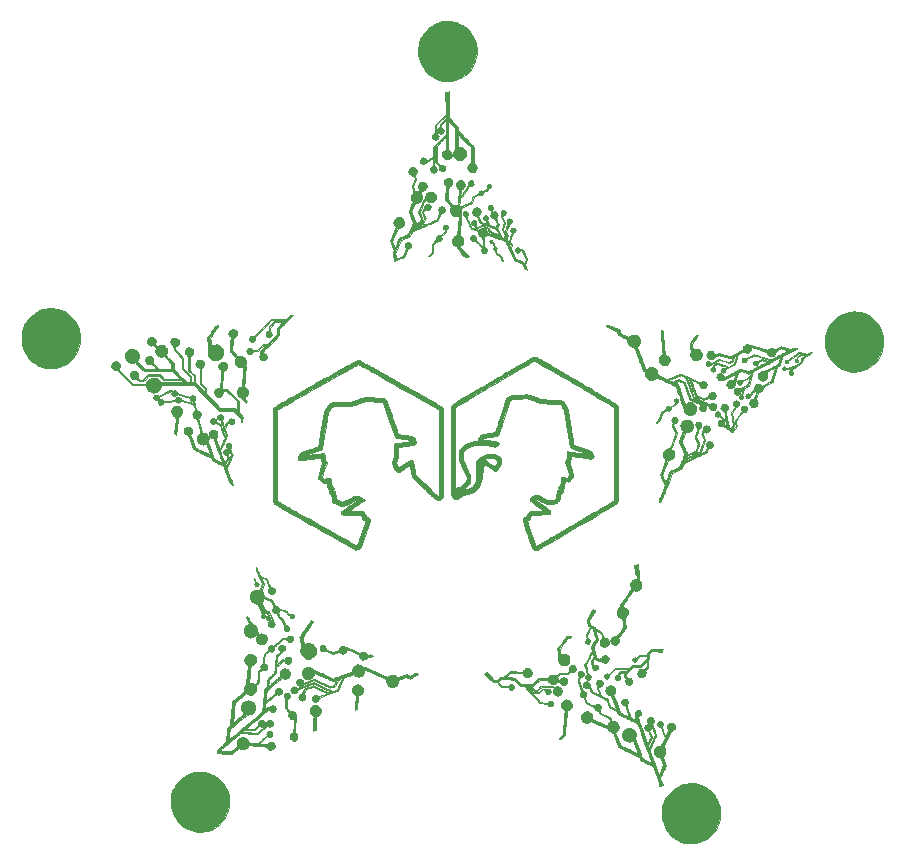
<source format=gbr>
G04 #@! TF.GenerationSoftware,KiCad,Pcbnew,5.1.2*
G04 #@! TF.CreationDate,2019-07-05T12:45:05-05:00*
G04 #@! TF.ProjectId,PartyStar,50617274-7953-4746-9172-2e6b69636164,rev?*
G04 #@! TF.SameCoordinates,Original*
G04 #@! TF.FileFunction,Soldermask,Top*
G04 #@! TF.FilePolarity,Negative*
%FSLAX46Y46*%
G04 Gerber Fmt 4.6, Leading zero omitted, Abs format (unit mm)*
G04 Created by KiCad (PCBNEW 5.1.2) date 2019-07-05 12:45:05*
%MOMM*%
%LPD*%
G04 APERTURE LIST*
%ADD10C,0.010000*%
%ADD11C,1.300000*%
G04 APERTURE END LIST*
D10*
G36*
X165680157Y-135328792D02*
G01*
X165799363Y-135337780D01*
X165844000Y-135343441D01*
X166092760Y-135392251D01*
X166331449Y-135464157D01*
X166559123Y-135558555D01*
X166774841Y-135674840D01*
X166977661Y-135812405D01*
X167166641Y-135970645D01*
X167340840Y-136148956D01*
X167499316Y-136346732D01*
X167574175Y-136455500D01*
X167700639Y-136671831D01*
X167804158Y-136897049D01*
X167884837Y-137129373D01*
X167942783Y-137367020D01*
X167978099Y-137608209D01*
X167990893Y-137851159D01*
X167981269Y-138094088D01*
X167949333Y-138335215D01*
X167895191Y-138572757D01*
X167818948Y-138804934D01*
X167720711Y-139029963D01*
X167600584Y-139246064D01*
X167458673Y-139451455D01*
X167391637Y-139535250D01*
X167221633Y-139719273D01*
X167035604Y-139884009D01*
X166834969Y-140028633D01*
X166621149Y-140152317D01*
X166395562Y-140254237D01*
X166159629Y-140333567D01*
X165926550Y-140387372D01*
X165857001Y-140396894D01*
X165768504Y-140404348D01*
X165667223Y-140409639D01*
X165559323Y-140412672D01*
X165450969Y-140413354D01*
X165348326Y-140411589D01*
X165257558Y-140407283D01*
X165184830Y-140400342D01*
X165174724Y-140398896D01*
X164928982Y-140348838D01*
X164691778Y-140275340D01*
X164464544Y-140179344D01*
X164248710Y-140061795D01*
X164045704Y-139923637D01*
X163856958Y-139765813D01*
X163683901Y-139589267D01*
X163527962Y-139394943D01*
X163427956Y-139245948D01*
X163305766Y-139025687D01*
X163206529Y-138796665D01*
X163130220Y-138560724D01*
X163076812Y-138319707D01*
X163046283Y-138075455D01*
X163038606Y-137829811D01*
X163053758Y-137584617D01*
X163091713Y-137341717D01*
X163152445Y-137102952D01*
X163235932Y-136870165D01*
X163342147Y-136645197D01*
X163465838Y-136437746D01*
X163617204Y-136231627D01*
X163784955Y-136044748D01*
X163968307Y-135877644D01*
X164166473Y-135730849D01*
X164378667Y-135604899D01*
X164604104Y-135500328D01*
X164841998Y-135417671D01*
X165037550Y-135368361D01*
X165146778Y-135349967D01*
X165273304Y-135336577D01*
X165409477Y-135328427D01*
X165547645Y-135325753D01*
X165680157Y-135328792D01*
X165680157Y-135328792D01*
G37*
X165680157Y-135328792D02*
X165799363Y-135337780D01*
X165844000Y-135343441D01*
X166092760Y-135392251D01*
X166331449Y-135464157D01*
X166559123Y-135558555D01*
X166774841Y-135674840D01*
X166977661Y-135812405D01*
X167166641Y-135970645D01*
X167340840Y-136148956D01*
X167499316Y-136346732D01*
X167574175Y-136455500D01*
X167700639Y-136671831D01*
X167804158Y-136897049D01*
X167884837Y-137129373D01*
X167942783Y-137367020D01*
X167978099Y-137608209D01*
X167990893Y-137851159D01*
X167981269Y-138094088D01*
X167949333Y-138335215D01*
X167895191Y-138572757D01*
X167818948Y-138804934D01*
X167720711Y-139029963D01*
X167600584Y-139246064D01*
X167458673Y-139451455D01*
X167391637Y-139535250D01*
X167221633Y-139719273D01*
X167035604Y-139884009D01*
X166834969Y-140028633D01*
X166621149Y-140152317D01*
X166395562Y-140254237D01*
X166159629Y-140333567D01*
X165926550Y-140387372D01*
X165857001Y-140396894D01*
X165768504Y-140404348D01*
X165667223Y-140409639D01*
X165559323Y-140412672D01*
X165450969Y-140413354D01*
X165348326Y-140411589D01*
X165257558Y-140407283D01*
X165184830Y-140400342D01*
X165174724Y-140398896D01*
X164928982Y-140348838D01*
X164691778Y-140275340D01*
X164464544Y-140179344D01*
X164248710Y-140061795D01*
X164045704Y-139923637D01*
X163856958Y-139765813D01*
X163683901Y-139589267D01*
X163527962Y-139394943D01*
X163427956Y-139245948D01*
X163305766Y-139025687D01*
X163206529Y-138796665D01*
X163130220Y-138560724D01*
X163076812Y-138319707D01*
X163046283Y-138075455D01*
X163038606Y-137829811D01*
X163053758Y-137584617D01*
X163091713Y-137341717D01*
X163152445Y-137102952D01*
X163235932Y-136870165D01*
X163342147Y-136645197D01*
X163465838Y-136437746D01*
X163617204Y-136231627D01*
X163784955Y-136044748D01*
X163968307Y-135877644D01*
X164166473Y-135730849D01*
X164378667Y-135604899D01*
X164604104Y-135500328D01*
X164841998Y-135417671D01*
X165037550Y-135368361D01*
X165146778Y-135349967D01*
X165273304Y-135336577D01*
X165409477Y-135328427D01*
X165547645Y-135325753D01*
X165680157Y-135328792D01*
G36*
X124065405Y-134345354D02*
G01*
X124193642Y-134353891D01*
X124308623Y-134367657D01*
X124332541Y-134371582D01*
X124579290Y-134426641D01*
X124813542Y-134503786D01*
X125035685Y-134603214D01*
X125246108Y-134725123D01*
X125445201Y-134869709D01*
X125621830Y-135025959D01*
X125798944Y-135213723D01*
X125953469Y-135412650D01*
X126085750Y-135623389D01*
X126196131Y-135846590D01*
X126284956Y-136082901D01*
X126352568Y-136332973D01*
X126375981Y-136449150D01*
X126389039Y-136542801D01*
X126398347Y-136654849D01*
X126403862Y-136778562D01*
X126405543Y-136907208D01*
X126403345Y-137034056D01*
X126397228Y-137152374D01*
X126387147Y-137255432D01*
X126381343Y-137294817D01*
X126326320Y-137550210D01*
X126249120Y-137794749D01*
X126150423Y-138027371D01*
X126030911Y-138247013D01*
X125891263Y-138452609D01*
X125732158Y-138643096D01*
X125554278Y-138817410D01*
X125358303Y-138974488D01*
X125267500Y-139037219D01*
X125055647Y-139161901D01*
X124833109Y-139264065D01*
X124601802Y-139343245D01*
X124363644Y-139398976D01*
X124120552Y-139430793D01*
X123874442Y-139438230D01*
X123667986Y-139425423D01*
X123608946Y-139417616D01*
X123536188Y-139405595D01*
X123460649Y-139391257D01*
X123415469Y-139381644D01*
X123175979Y-139315274D01*
X122947431Y-139226659D01*
X122730903Y-139116956D01*
X122527470Y-138987326D01*
X122338209Y-138838927D01*
X122164195Y-138672919D01*
X122006506Y-138490460D01*
X121866217Y-138292710D01*
X121744404Y-138080829D01*
X121642144Y-137855974D01*
X121560513Y-137619306D01*
X121500587Y-137371983D01*
X121488748Y-137306400D01*
X121475633Y-137205670D01*
X121466448Y-137087723D01*
X121461334Y-136960455D01*
X121460433Y-136831766D01*
X121463886Y-136709553D01*
X121471833Y-136601715D01*
X121475575Y-136569800D01*
X121521568Y-136310047D01*
X121589688Y-136062753D01*
X121679972Y-135827840D01*
X121792458Y-135605230D01*
X121927182Y-135394845D01*
X122084182Y-135196607D01*
X122174698Y-135098236D01*
X122359832Y-134923375D01*
X122554981Y-134771675D01*
X122761013Y-134642683D01*
X122978794Y-134535944D01*
X123209191Y-134451001D01*
X123453072Y-134387400D01*
X123572050Y-134364843D01*
X123677234Y-134351790D01*
X123799593Y-134344236D01*
X123931520Y-134342113D01*
X124065405Y-134345354D01*
X124065405Y-134345354D01*
G37*
X124065405Y-134345354D02*
X124193642Y-134353891D01*
X124308623Y-134367657D01*
X124332541Y-134371582D01*
X124579290Y-134426641D01*
X124813542Y-134503786D01*
X125035685Y-134603214D01*
X125246108Y-134725123D01*
X125445201Y-134869709D01*
X125621830Y-135025959D01*
X125798944Y-135213723D01*
X125953469Y-135412650D01*
X126085750Y-135623389D01*
X126196131Y-135846590D01*
X126284956Y-136082901D01*
X126352568Y-136332973D01*
X126375981Y-136449150D01*
X126389039Y-136542801D01*
X126398347Y-136654849D01*
X126403862Y-136778562D01*
X126405543Y-136907208D01*
X126403345Y-137034056D01*
X126397228Y-137152374D01*
X126387147Y-137255432D01*
X126381343Y-137294817D01*
X126326320Y-137550210D01*
X126249120Y-137794749D01*
X126150423Y-138027371D01*
X126030911Y-138247013D01*
X125891263Y-138452609D01*
X125732158Y-138643096D01*
X125554278Y-138817410D01*
X125358303Y-138974488D01*
X125267500Y-139037219D01*
X125055647Y-139161901D01*
X124833109Y-139264065D01*
X124601802Y-139343245D01*
X124363644Y-139398976D01*
X124120552Y-139430793D01*
X123874442Y-139438230D01*
X123667986Y-139425423D01*
X123608946Y-139417616D01*
X123536188Y-139405595D01*
X123460649Y-139391257D01*
X123415469Y-139381644D01*
X123175979Y-139315274D01*
X122947431Y-139226659D01*
X122730903Y-139116956D01*
X122527470Y-138987326D01*
X122338209Y-138838927D01*
X122164195Y-138672919D01*
X122006506Y-138490460D01*
X121866217Y-138292710D01*
X121744404Y-138080829D01*
X121642144Y-137855974D01*
X121560513Y-137619306D01*
X121500587Y-137371983D01*
X121488748Y-137306400D01*
X121475633Y-137205670D01*
X121466448Y-137087723D01*
X121461334Y-136960455D01*
X121460433Y-136831766D01*
X121463886Y-136709553D01*
X121471833Y-136601715D01*
X121475575Y-136569800D01*
X121521568Y-136310047D01*
X121589688Y-136062753D01*
X121679972Y-135827840D01*
X121792458Y-135605230D01*
X121927182Y-135394845D01*
X122084182Y-135196607D01*
X122174698Y-135098236D01*
X122359832Y-134923375D01*
X122554981Y-134771675D01*
X122761013Y-134642683D01*
X122978794Y-134535944D01*
X123209191Y-134451001D01*
X123453072Y-134387400D01*
X123572050Y-134364843D01*
X123677234Y-134351790D01*
X123799593Y-134344236D01*
X123931520Y-134342113D01*
X124065405Y-134345354D01*
G36*
X156266003Y-125851988D02*
G01*
X156331290Y-125896233D01*
X156354884Y-125920267D01*
X156390747Y-125966607D01*
X156410996Y-126010284D01*
X156419510Y-126061911D01*
X156420600Y-126100107D01*
X156409301Y-126182086D01*
X156375951Y-126251821D01*
X156321370Y-126307961D01*
X156278230Y-126334835D01*
X156238777Y-126350598D01*
X156201444Y-126358708D01*
X156195331Y-126359000D01*
X156164114Y-126362973D01*
X156137255Y-126377230D01*
X156111430Y-126405274D01*
X156083311Y-126450609D01*
X156053721Y-126508224D01*
X155997992Y-126622195D01*
X156161671Y-127074594D01*
X156325350Y-127526992D01*
X156369800Y-127527320D01*
X156425149Y-127537064D01*
X156486021Y-127562303D01*
X156542797Y-127598141D01*
X156582617Y-127635625D01*
X156624920Y-127704778D01*
X156642952Y-127778208D01*
X156636849Y-127853169D01*
X156606752Y-127926920D01*
X156565036Y-127983712D01*
X156536529Y-128016936D01*
X156516434Y-128043251D01*
X156509332Y-128056316D01*
X156513380Y-128071349D01*
X156524684Y-128106033D01*
X156541812Y-128156152D01*
X156563329Y-128217489D01*
X156580267Y-128264931D01*
X156651368Y-128462712D01*
X156780459Y-128521682D01*
X156841011Y-128549359D01*
X156915997Y-128583659D01*
X156996761Y-128620620D01*
X157074647Y-128656282D01*
X157090679Y-128663626D01*
X157154735Y-128692250D01*
X157212226Y-128716601D01*
X157258523Y-128734822D01*
X157288998Y-128745052D01*
X157297267Y-128746600D01*
X157319299Y-128737868D01*
X157350321Y-128715239D01*
X157376488Y-128690750D01*
X157432080Y-128646663D01*
X157499489Y-128613548D01*
X157568451Y-128595948D01*
X157594480Y-128594270D01*
X157660414Y-128606022D01*
X157725775Y-128637733D01*
X157784312Y-128684604D01*
X157829776Y-128741835D01*
X157852764Y-128792611D01*
X157865680Y-128869283D01*
X157860727Y-128945911D01*
X157839305Y-129015857D01*
X157802811Y-129072487D01*
X157791376Y-129083895D01*
X157774038Y-129107614D01*
X157768863Y-129139383D01*
X157776117Y-129183459D01*
X157796069Y-129244098D01*
X157802526Y-129260950D01*
X157837248Y-129349850D01*
X158654932Y-129730850D01*
X158708276Y-129878712D01*
X158761619Y-130026575D01*
X158889684Y-130031581D01*
X158989366Y-130041006D01*
X159072121Y-130062346D01*
X159144630Y-130098148D01*
X159213577Y-130150958D01*
X159221184Y-130157872D01*
X159279369Y-130224997D01*
X159327157Y-130306573D01*
X159362214Y-130396022D01*
X159382208Y-130486768D01*
X159384807Y-130572234D01*
X159380009Y-130605660D01*
X159346286Y-130712799D01*
X159291070Y-130809446D01*
X159212718Y-130898388D01*
X159201147Y-130909167D01*
X159113248Y-130989390D01*
X159311290Y-131534870D01*
X159352240Y-131647123D01*
X159390961Y-131752227D01*
X159426521Y-131847727D01*
X159457987Y-131931168D01*
X159484430Y-132000097D01*
X159504916Y-132052057D01*
X159518514Y-132084596D01*
X159523890Y-132095081D01*
X159537502Y-132102800D01*
X159571532Y-132119927D01*
X159623621Y-132145357D01*
X159691407Y-132177987D01*
X159772530Y-132216711D01*
X159864630Y-132260424D01*
X159965346Y-132308023D01*
X160072319Y-132358403D01*
X160183187Y-132410459D01*
X160295590Y-132463086D01*
X160407167Y-132515180D01*
X160515559Y-132565636D01*
X160618405Y-132613350D01*
X160713344Y-132657217D01*
X160798015Y-132696133D01*
X160870060Y-132728993D01*
X160927116Y-132754692D01*
X160966824Y-132772126D01*
X160986823Y-132780190D01*
X160988757Y-132780575D01*
X160985193Y-132768536D01*
X160974028Y-132735538D01*
X160956310Y-132684505D01*
X160933083Y-132618360D01*
X160905397Y-132540028D01*
X160874296Y-132452432D01*
X160840828Y-132358497D01*
X160806039Y-132261145D01*
X160770976Y-132163301D01*
X160736685Y-132067888D01*
X160704214Y-131977831D01*
X160674609Y-131896053D01*
X160648916Y-131825477D01*
X160628182Y-131769029D01*
X160613454Y-131729631D01*
X160605779Y-131710207D01*
X160605102Y-131708841D01*
X160593060Y-131711353D01*
X160562098Y-131720658D01*
X160517278Y-131735177D01*
X160477157Y-131748696D01*
X160417978Y-131768017D01*
X160361612Y-131784819D01*
X160316200Y-131796750D01*
X160297848Y-131800550D01*
X160224101Y-131801976D01*
X160136642Y-131785046D01*
X160038542Y-131750469D01*
X159993798Y-131730326D01*
X159909759Y-131682554D01*
X159842311Y-131625588D01*
X159786130Y-131553943D01*
X159738269Y-131467133D01*
X159700160Y-131359396D01*
X159684305Y-131245546D01*
X159690396Y-131130570D01*
X159718124Y-131019458D01*
X159767182Y-130917195D01*
X159772755Y-130908408D01*
X159835632Y-130825987D01*
X159907779Y-130760853D01*
X159993666Y-130709981D01*
X160097761Y-130670349D01*
X160143766Y-130657414D01*
X160240530Y-130644117D01*
X160344401Y-130650405D01*
X160448004Y-130674995D01*
X160543959Y-130716609D01*
X160568498Y-130731165D01*
X160626271Y-130775968D01*
X160685260Y-130835300D01*
X160737865Y-130900585D01*
X160776489Y-130963246D01*
X160779318Y-130969100D01*
X160818734Y-131080530D01*
X160836244Y-131196847D01*
X160831585Y-131312740D01*
X160804498Y-131422900D01*
X160802005Y-131429603D01*
X160787916Y-131469908D01*
X160778722Y-131502418D01*
X160776685Y-131515200D01*
X160780938Y-131530021D01*
X160793243Y-131566732D01*
X160812901Y-131623379D01*
X160839214Y-131698006D01*
X160871485Y-131788659D01*
X160909015Y-131893382D01*
X160951107Y-132010220D01*
X160997063Y-132137217D01*
X161046185Y-132272420D01*
X161084653Y-132377947D01*
X161392650Y-133221645D01*
X161551400Y-133297031D01*
X161641853Y-133339697D01*
X161733323Y-133382318D01*
X161822877Y-133423578D01*
X161907584Y-133462161D01*
X161984509Y-133496749D01*
X162050721Y-133526026D01*
X162103287Y-133548675D01*
X162139274Y-133563378D01*
X162155750Y-133568820D01*
X162156423Y-133568710D01*
X162153355Y-133555701D01*
X162141886Y-133519833D01*
X162122368Y-133462089D01*
X162095154Y-133383454D01*
X162060598Y-133284910D01*
X162019051Y-133167443D01*
X161970867Y-133032036D01*
X161916398Y-132879673D01*
X161855998Y-132711338D01*
X161790019Y-132528015D01*
X161718814Y-132330688D01*
X161642736Y-132120342D01*
X161562137Y-131897959D01*
X161477371Y-131664525D01*
X161388790Y-131421022D01*
X161296747Y-131168435D01*
X161240232Y-131013550D01*
X161193944Y-130886745D01*
X161149975Y-130766276D01*
X161109148Y-130654400D01*
X161072289Y-130553376D01*
X161040222Y-130465465D01*
X161013769Y-130392926D01*
X160993757Y-130338017D01*
X160981008Y-130302997D01*
X160976691Y-130291095D01*
X160965800Y-130271345D01*
X160945442Y-130252576D01*
X160911108Y-130231618D01*
X160858294Y-130205302D01*
X160847485Y-130200223D01*
X160777277Y-130167295D01*
X160693296Y-130127708D01*
X160597829Y-130082555D01*
X160493161Y-130032928D01*
X160381580Y-129979920D01*
X160265371Y-129924624D01*
X160146821Y-129868131D01*
X160028216Y-129811534D01*
X159911842Y-129755926D01*
X159799985Y-129702399D01*
X159694932Y-129652047D01*
X159598969Y-129605960D01*
X159514383Y-129565233D01*
X159443459Y-129530956D01*
X159388484Y-129504224D01*
X159351744Y-129486128D01*
X159335525Y-129477761D01*
X159335250Y-129477589D01*
X159318444Y-129456688D01*
X159297359Y-129414785D01*
X159273755Y-129355550D01*
X159265773Y-129332996D01*
X159221696Y-129204962D01*
X158573250Y-128898178D01*
X158452600Y-128566296D01*
X158331950Y-128234413D01*
X157690804Y-127934881D01*
X157049658Y-127635350D01*
X156966904Y-127416991D01*
X156940222Y-127347257D01*
X156916279Y-127285933D01*
X156896628Y-127236905D01*
X156882826Y-127204056D01*
X156876524Y-127191349D01*
X156862695Y-127193736D01*
X156833673Y-127206953D01*
X156795673Y-127228160D01*
X156794721Y-127228732D01*
X156747863Y-127254514D01*
X156709245Y-127268112D01*
X156667148Y-127273055D01*
X156646364Y-127273400D01*
X156570227Y-127266575D01*
X156508696Y-127244217D01*
X156454382Y-127203498D01*
X156448420Y-127197666D01*
X156400886Y-127139886D01*
X156372840Y-127077620D01*
X156360619Y-127011726D01*
X156363376Y-126930156D01*
X156389791Y-126856996D01*
X156440384Y-126790928D01*
X156451866Y-126779901D01*
X156521029Y-126731902D01*
X156596665Y-126707684D01*
X156675614Y-126707530D01*
X156754715Y-126731718D01*
X156788564Y-126750028D01*
X156852029Y-126802425D01*
X156895755Y-126869577D01*
X156920436Y-126952753D01*
X156925805Y-127000008D01*
X156931306Y-127056062D01*
X156940035Y-127092236D01*
X156953386Y-127113985D01*
X156955439Y-127115952D01*
X156969923Y-127137465D01*
X156991666Y-127181805D01*
X157020107Y-127247635D01*
X157054682Y-127333617D01*
X157094829Y-127438412D01*
X157123278Y-127514987D01*
X157144394Y-127572424D01*
X157451241Y-127715134D01*
X157532736Y-127752869D01*
X157606310Y-127786615D01*
X157668942Y-127815014D01*
X157717616Y-127836707D01*
X157749311Y-127850336D01*
X157761006Y-127854547D01*
X157757624Y-127842236D01*
X157746593Y-127809273D01*
X157729033Y-127758843D01*
X157706064Y-127694132D01*
X157678806Y-127618325D01*
X157651641Y-127543543D01*
X157539359Y-127235836D01*
X157601679Y-127099712D01*
X157552465Y-127047978D01*
X157512218Y-126994052D01*
X157481264Y-126930343D01*
X157464065Y-126867056D01*
X157462000Y-126840934D01*
X157470267Y-126787452D01*
X157491760Y-126728507D01*
X157521517Y-126676366D01*
X157535518Y-126659198D01*
X157586025Y-126618649D01*
X157649767Y-126586120D01*
X157716003Y-126566360D01*
X157754100Y-126562602D01*
X157816962Y-126571854D01*
X157883372Y-126596041D01*
X157940997Y-126630276D01*
X157955360Y-126642363D01*
X158001692Y-126702530D01*
X158027676Y-126776639D01*
X158033221Y-126837919D01*
X158022300Y-126923910D01*
X157989829Y-126996940D01*
X157938832Y-127055284D01*
X157891795Y-127091463D01*
X157844782Y-127114196D01*
X157787107Y-127128090D01*
X157761145Y-127131884D01*
X157720213Y-127139753D01*
X157695054Y-127153420D01*
X157676046Y-127178266D01*
X157674986Y-127180065D01*
X157651632Y-127220081D01*
X157909926Y-127929753D01*
X158165388Y-128047971D01*
X158239619Y-128082371D01*
X158305698Y-128113085D01*
X158360281Y-128138552D01*
X158400027Y-128157210D01*
X158421594Y-128167500D01*
X158424490Y-128168993D01*
X158429624Y-128181187D01*
X158442231Y-128214114D01*
X158461138Y-128264627D01*
X158485175Y-128329575D01*
X158513169Y-128405810D01*
X158542765Y-128486928D01*
X158573935Y-128572252D01*
X158602737Y-128650404D01*
X158627898Y-128717990D01*
X158648148Y-128771613D01*
X158662215Y-128807878D01*
X158668615Y-128823015D01*
X158682334Y-128833393D01*
X158714520Y-128851659D01*
X158761000Y-128875849D01*
X158817600Y-128904000D01*
X158880146Y-128934151D01*
X158944464Y-128964337D01*
X159006381Y-128992598D01*
X159061722Y-129016970D01*
X159106313Y-129035489D01*
X159135981Y-129046195D01*
X159146365Y-129047668D01*
X159143957Y-129034408D01*
X159133768Y-129000171D01*
X159116813Y-128947806D01*
X159094107Y-128880166D01*
X159066664Y-128800100D01*
X159035500Y-128710460D01*
X159001630Y-128614096D01*
X158966067Y-128513859D01*
X158929827Y-128412600D01*
X158893925Y-128313170D01*
X158859376Y-128218419D01*
X158827193Y-128131199D01*
X158798393Y-128054359D01*
X158773990Y-127990751D01*
X158754998Y-127943226D01*
X158744821Y-127919644D01*
X158733356Y-127901010D01*
X158715838Y-127889764D01*
X158685287Y-127882954D01*
X158648473Y-127878873D01*
X158549602Y-127858049D01*
X158459608Y-127816233D01*
X158383769Y-127755955D01*
X158376628Y-127748427D01*
X158315864Y-127665180D01*
X158277891Y-127574373D01*
X158262690Y-127479533D01*
X158270241Y-127384187D01*
X158300526Y-127291862D01*
X158353524Y-127206084D01*
X158379801Y-127175740D01*
X158452955Y-127111253D01*
X158531168Y-127069141D01*
X158620136Y-127046389D01*
X158625449Y-127045640D01*
X158726034Y-127044199D01*
X158821817Y-127066383D01*
X158909565Y-127110466D01*
X158986045Y-127174722D01*
X159048024Y-127257426D01*
X159058956Y-127277093D01*
X159076291Y-127313356D01*
X159086750Y-127346714D01*
X159091998Y-127385800D01*
X159093700Y-127439247D01*
X159093768Y-127457550D01*
X159089150Y-127543731D01*
X159073253Y-127613812D01*
X159043147Y-127675682D01*
X158995902Y-127737228D01*
X158985703Y-127748500D01*
X158932344Y-127806388D01*
X159209052Y-128566652D01*
X159485761Y-129326915D01*
X159872831Y-129506823D01*
X159964771Y-129549417D01*
X160049096Y-129588217D01*
X160123120Y-129622008D01*
X160184160Y-129649574D01*
X160229529Y-129669703D01*
X160256542Y-129681178D01*
X160263132Y-129683390D01*
X160259632Y-129671142D01*
X160248286Y-129637599D01*
X160229999Y-129585310D01*
X160205679Y-129516824D01*
X160176232Y-129434691D01*
X160142566Y-129341459D01*
X160105587Y-129239677D01*
X160092502Y-129203800D01*
X159918643Y-128727550D01*
X159848882Y-128720003D01*
X159794167Y-128711313D01*
X159751067Y-128695961D01*
X159709757Y-128669321D01*
X159670574Y-128636032D01*
X159626061Y-128580164D01*
X159596808Y-128510783D01*
X159585855Y-128436641D01*
X159588373Y-128399297D01*
X159612166Y-128321612D01*
X159655866Y-128255123D01*
X159715349Y-128202800D01*
X159786493Y-128167611D01*
X159865174Y-128152527D01*
X159926115Y-128156103D01*
X159991377Y-128178151D01*
X160053965Y-128218514D01*
X160105246Y-128270816D01*
X160126351Y-128303997D01*
X160151761Y-128380332D01*
X160154726Y-128460882D01*
X160136133Y-128539828D01*
X160096874Y-128611354D01*
X160075499Y-128636671D01*
X160049012Y-128665317D01*
X160031542Y-128685750D01*
X160027400Y-128692057D01*
X160031498Y-128704628D01*
X160043091Y-128738152D01*
X160061125Y-128789663D01*
X160084545Y-128856196D01*
X160112299Y-128934786D01*
X160143331Y-129022467D01*
X160176590Y-129116273D01*
X160211020Y-129213240D01*
X160245568Y-129310401D01*
X160279180Y-129404792D01*
X160310802Y-129493446D01*
X160339381Y-129573399D01*
X160363862Y-129641684D01*
X160383193Y-129695337D01*
X160396318Y-129731392D01*
X160402185Y-129746883D01*
X160402366Y-129747240D01*
X160416659Y-129756491D01*
X160449054Y-129773090D01*
X160495185Y-129795112D01*
X160550685Y-129820635D01*
X160611189Y-129847735D01*
X160672331Y-129874488D01*
X160729744Y-129898972D01*
X160779063Y-129919262D01*
X160815922Y-129933435D01*
X160835954Y-129939567D01*
X160838295Y-129939295D01*
X160836197Y-129922496D01*
X160826956Y-129887659D01*
X160812217Y-129840582D01*
X160800831Y-129807198D01*
X160758921Y-129687972D01*
X160789326Y-129623056D01*
X160806404Y-129583778D01*
X160812906Y-129555540D01*
X160810050Y-129526886D01*
X160802559Y-129498445D01*
X160782611Y-129414507D01*
X160777219Y-129346460D01*
X160787190Y-129288835D01*
X160813332Y-129236163D01*
X160847803Y-129192388D01*
X160910192Y-129139754D01*
X160979718Y-129109797D01*
X161052410Y-129102584D01*
X161124299Y-129118176D01*
X161191417Y-129156639D01*
X161223701Y-129186323D01*
X161268066Y-129250069D01*
X161291219Y-129320275D01*
X161294365Y-129392552D01*
X161278708Y-129462505D01*
X161245453Y-129525744D01*
X161195805Y-129577875D01*
X161130969Y-129614508D01*
X161103891Y-129623121D01*
X161055641Y-129635859D01*
X161026507Y-129644837D01*
X161010962Y-129652445D01*
X161003479Y-129661074D01*
X161000529Y-129667812D01*
X160999082Y-129680459D01*
X161001957Y-129702139D01*
X161009807Y-129734969D01*
X161023286Y-129781064D01*
X161043047Y-129842543D01*
X161069743Y-129921520D01*
X161104027Y-130020113D01*
X161145421Y-130137250D01*
X161179948Y-130233995D01*
X161219048Y-130342763D01*
X161261921Y-130461389D01*
X161307769Y-130587706D01*
X161355793Y-130719549D01*
X161405194Y-130854753D01*
X161455174Y-130991151D01*
X161504935Y-131126578D01*
X161553677Y-131258868D01*
X161600603Y-131385856D01*
X161644913Y-131505376D01*
X161685809Y-131615262D01*
X161722492Y-131713348D01*
X161754164Y-131797468D01*
X161780026Y-131865458D01*
X161799279Y-131915151D01*
X161811126Y-131944382D01*
X161814277Y-131951088D01*
X161819744Y-131951861D01*
X161829437Y-131941050D01*
X161844325Y-131916813D01*
X161865376Y-131877307D01*
X161893560Y-131820689D01*
X161929844Y-131745117D01*
X161975198Y-131648748D01*
X161990998Y-131614904D01*
X162083649Y-131416158D01*
X161994242Y-131170404D01*
X161967227Y-131096433D01*
X161943144Y-131031032D01*
X161923331Y-130977795D01*
X161909128Y-130940315D01*
X161901875Y-130922184D01*
X161901290Y-130921080D01*
X161887777Y-130917793D01*
X161856777Y-130913129D01*
X161829347Y-130909759D01*
X161745476Y-130891537D01*
X161679085Y-130856674D01*
X161627777Y-130803112D01*
X161589154Y-130728799D01*
X161576866Y-130693276D01*
X161563378Y-130646697D01*
X161557748Y-130613969D01*
X161559518Y-130584940D01*
X161568228Y-130549463D01*
X161570073Y-130543064D01*
X161603704Y-130469892D01*
X161655567Y-130410455D01*
X161721141Y-130367439D01*
X161795906Y-130343529D01*
X161875342Y-130341409D01*
X161901888Y-130345967D01*
X161983636Y-130375817D01*
X162048427Y-130423830D01*
X162094570Y-130487899D01*
X162120373Y-130565915D01*
X162125439Y-130624657D01*
X162118525Y-130695087D01*
X162095501Y-130755731D01*
X162052942Y-130814607D01*
X162036847Y-130832089D01*
X161991692Y-130879229D01*
X162189752Y-131424111D01*
X162027372Y-131770787D01*
X161864993Y-132117463D01*
X161901871Y-132221752D01*
X161919640Y-132269134D01*
X161935492Y-132306305D01*
X161946882Y-132327487D01*
X161949636Y-132330195D01*
X161957023Y-132319893D01*
X161973954Y-132288751D01*
X161999339Y-132238997D01*
X162032084Y-132172859D01*
X162071100Y-132092564D01*
X162115293Y-132000337D01*
X162163573Y-131898408D01*
X162213818Y-131791210D01*
X162467114Y-131248070D01*
X162306104Y-130806960D01*
X162269000Y-130705282D01*
X162234258Y-130610016D01*
X162202933Y-130524069D01*
X162176085Y-130450347D01*
X162154772Y-130391754D01*
X162140052Y-130351197D01*
X162132983Y-130331582D01*
X162132972Y-130331549D01*
X162120956Y-130309296D01*
X162099800Y-130296827D01*
X162061550Y-130289355D01*
X161970901Y-130267145D01*
X161897498Y-130226594D01*
X161840357Y-130167048D01*
X161815395Y-130125752D01*
X161795593Y-130064918D01*
X161789555Y-129993861D01*
X161797592Y-129923903D01*
X161808872Y-129888178D01*
X161849413Y-129822340D01*
X161907436Y-129770186D01*
X161977465Y-129734527D01*
X162054028Y-129718173D01*
X162129656Y-129723480D01*
X162210055Y-129753302D01*
X162275026Y-129801435D01*
X162322470Y-129864572D01*
X162350290Y-129939404D01*
X162356386Y-130022621D01*
X162349760Y-130070575D01*
X162336861Y-130114549D01*
X162315791Y-130151825D01*
X162280723Y-130192242D01*
X162273196Y-130199887D01*
X162210802Y-130262525D01*
X162391218Y-130757192D01*
X162429996Y-130863849D01*
X162465917Y-130963291D01*
X162498068Y-131052944D01*
X162525536Y-131130233D01*
X162547410Y-131192584D01*
X162562775Y-131237424D01*
X162570721Y-131262178D01*
X162571633Y-131266112D01*
X162566403Y-131280039D01*
X162551379Y-131314773D01*
X162527558Y-131368127D01*
X162495937Y-131437914D01*
X162457515Y-131521949D01*
X162413288Y-131618044D01*
X162364254Y-131724012D01*
X162311410Y-131837668D01*
X162288595Y-131886579D01*
X162232616Y-132007130D01*
X162180921Y-132119736D01*
X162134418Y-132222335D01*
X162094018Y-132312865D01*
X162060628Y-132389265D01*
X162035157Y-132449472D01*
X162018515Y-132491425D01*
X162011609Y-132513060D01*
X162011538Y-132515171D01*
X162016899Y-132531011D01*
X162030154Y-132568444D01*
X162050531Y-132625354D01*
X162077261Y-132699627D01*
X162109575Y-132789146D01*
X162146702Y-132891796D01*
X162187873Y-133005459D01*
X162232319Y-133128022D01*
X162279269Y-133257367D01*
X162327954Y-133391379D01*
X162377605Y-133527942D01*
X162427451Y-133664940D01*
X162476723Y-133800258D01*
X162524650Y-133931779D01*
X162570465Y-134057388D01*
X162613396Y-134174969D01*
X162652674Y-134282406D01*
X162687530Y-134377582D01*
X162717194Y-134458384D01*
X162740895Y-134522693D01*
X162757865Y-134568395D01*
X162767333Y-134593374D01*
X162769005Y-134597415D01*
X162776025Y-134589892D01*
X162792367Y-134561749D01*
X162816781Y-134515463D01*
X162848015Y-134453510D01*
X162884821Y-134378365D01*
X162925948Y-134292505D01*
X162966845Y-134205497D01*
X163156524Y-133798415D01*
X163121948Y-133701382D01*
X163106335Y-133657854D01*
X163084130Y-133596342D01*
X163057463Y-133522723D01*
X163028460Y-133442869D01*
X163001708Y-133369400D01*
X162916044Y-133134450D01*
X162827447Y-133126234D01*
X162708747Y-133104749D01*
X162606167Y-133063692D01*
X162519405Y-133002867D01*
X162448161Y-132922082D01*
X162408650Y-132856087D01*
X162386017Y-132810756D01*
X162371356Y-132775930D01*
X162362938Y-132743628D01*
X162359032Y-132705867D01*
X162357909Y-132654663D01*
X162357850Y-132621688D01*
X162358577Y-132557684D01*
X162361563Y-132511578D01*
X162368012Y-132475890D01*
X162379129Y-132443141D01*
X162390833Y-132416900D01*
X162449104Y-132320943D01*
X162524045Y-132243979D01*
X162615069Y-132186363D01*
X162721593Y-132148448D01*
X162843028Y-132130589D01*
X162865850Y-132129550D01*
X162980150Y-132125958D01*
X163129628Y-131805884D01*
X163279107Y-131485810D01*
X163108745Y-131027430D01*
X162938382Y-130569050D01*
X162875816Y-130561189D01*
X162794426Y-130540876D01*
X162730694Y-130502403D01*
X162684152Y-130445406D01*
X162661504Y-130394151D01*
X162646768Y-130316239D01*
X162656637Y-130243793D01*
X162690468Y-130176419D01*
X162742180Y-130121250D01*
X162803165Y-130086621D01*
X162869223Y-130071539D01*
X162936152Y-130075015D01*
X162999748Y-130096057D01*
X163055811Y-130133674D01*
X163100137Y-130186874D01*
X163128526Y-130254668D01*
X163133817Y-130280975D01*
X163133214Y-130357158D01*
X163107755Y-130429070D01*
X163061328Y-130492866D01*
X163010920Y-130547553D01*
X163114365Y-130831351D01*
X163166376Y-130973346D01*
X163210375Y-131091946D01*
X163246605Y-131187777D01*
X163275309Y-131261468D01*
X163296730Y-131313643D01*
X163311110Y-131344930D01*
X163317247Y-131354880D01*
X163327310Y-131349014D01*
X163346601Y-131320487D01*
X163374686Y-131270132D01*
X163411129Y-131198776D01*
X163455493Y-131107251D01*
X163507345Y-130996387D01*
X163521347Y-130965918D01*
X163595532Y-130803986D01*
X163557557Y-130744106D01*
X163516459Y-130660575D01*
X163495555Y-130574550D01*
X163494493Y-130490155D01*
X163512921Y-130411512D01*
X163550486Y-130342744D01*
X163595803Y-130296234D01*
X163679642Y-130243550D01*
X163766394Y-130214061D01*
X163852951Y-130207335D01*
X163936203Y-130222940D01*
X164013041Y-130260443D01*
X164080355Y-130319410D01*
X164117384Y-130368817D01*
X164151435Y-130444871D01*
X164163739Y-130526758D01*
X164155589Y-130609619D01*
X164128277Y-130688594D01*
X164083097Y-130758823D01*
X164021341Y-130815447D01*
X163994113Y-130832215D01*
X163941487Y-130854724D01*
X163882554Y-130871277D01*
X163859260Y-130875157D01*
X163787986Y-130883534D01*
X163475382Y-131554212D01*
X163162778Y-132224891D01*
X163219343Y-132294337D01*
X163274345Y-132372257D01*
X163310312Y-132450517D01*
X163329845Y-132536696D01*
X163335547Y-132633067D01*
X163334880Y-132692501D01*
X163331483Y-132735317D01*
X163323613Y-132770278D01*
X163309528Y-132806146D01*
X163295145Y-132836267D01*
X163263870Y-132890151D01*
X163223452Y-132947379D01*
X163189046Y-132988400D01*
X163123552Y-133058250D01*
X163137905Y-133113638D01*
X163146094Y-133140533D01*
X163161671Y-133187401D01*
X163183292Y-133250362D01*
X163209613Y-133325538D01*
X163239289Y-133409050D01*
X163266229Y-133483917D01*
X163296738Y-133568770D01*
X163324165Y-133646123D01*
X163347366Y-133712663D01*
X163365198Y-133765078D01*
X163376518Y-133800058D01*
X163380200Y-133814072D01*
X163374996Y-133828380D01*
X163360094Y-133863346D01*
X163336555Y-133916619D01*
X163305441Y-133985850D01*
X163267813Y-134068689D01*
X163224733Y-134162786D01*
X163177262Y-134265790D01*
X163132550Y-134362259D01*
X163082062Y-134471403D01*
X163035080Y-134573937D01*
X162992662Y-134667479D01*
X162955868Y-134749644D01*
X162925758Y-134818052D01*
X162903393Y-134870318D01*
X162889831Y-134904059D01*
X162886021Y-134916515D01*
X162890796Y-134935597D01*
X162903149Y-134973452D01*
X162921394Y-135025206D01*
X162943845Y-135085982D01*
X162952696Y-135109300D01*
X162979952Y-135178964D01*
X163000858Y-135227926D01*
X163017186Y-135259550D01*
X163030709Y-135277197D01*
X163043200Y-135284233D01*
X163045075Y-135284578D01*
X163062656Y-135293524D01*
X163080207Y-135317807D01*
X163100451Y-135361521D01*
X163106802Y-135377368D01*
X163122935Y-135420393D01*
X163133794Y-135453113D01*
X163137401Y-135469467D01*
X163137127Y-135470205D01*
X163123811Y-135475125D01*
X163091260Y-135485472D01*
X163044644Y-135499636D01*
X162999200Y-135513076D01*
X162942547Y-135529825D01*
X162893403Y-135544692D01*
X162857868Y-135555811D01*
X162843625Y-135560643D01*
X162825275Y-135565011D01*
X162821400Y-135563020D01*
X162817244Y-135548924D01*
X162806308Y-135517656D01*
X162790889Y-135475768D01*
X162789641Y-135472450D01*
X162757883Y-135388077D01*
X162790932Y-135375512D01*
X162812932Y-135361584D01*
X162817998Y-135347248D01*
X162812697Y-135332798D01*
X162799490Y-135296583D01*
X162779143Y-135240711D01*
X162752423Y-135167290D01*
X162720098Y-135078428D01*
X162682933Y-134976235D01*
X162641697Y-134862817D01*
X162597156Y-134740284D01*
X162550076Y-134610742D01*
X162548084Y-134605259D01*
X162284153Y-133878968D01*
X161965401Y-133730202D01*
X161801549Y-133653396D01*
X161660095Y-133586355D01*
X161540174Y-133528648D01*
X161440921Y-133479839D01*
X161361471Y-133439495D01*
X161300960Y-133407184D01*
X161258524Y-133382471D01*
X161233297Y-133364923D01*
X161229036Y-133361073D01*
X161211716Y-133336424D01*
X161189502Y-133294462D01*
X161165748Y-133241893D01*
X161150919Y-133204814D01*
X161103288Y-133079042D01*
X160244669Y-132677682D01*
X160105851Y-132612759D01*
X159973553Y-132550820D01*
X159849603Y-132492726D01*
X159735832Y-132439338D01*
X159634070Y-132391517D01*
X159546148Y-132350123D01*
X159473894Y-132316018D01*
X159419139Y-132290061D01*
X159383714Y-132273114D01*
X159369448Y-132266037D01*
X159369406Y-132266011D01*
X159361927Y-132252389D01*
X159346721Y-132217165D01*
X159324673Y-132162634D01*
X159296668Y-132091088D01*
X159263593Y-132004822D01*
X159226332Y-131906129D01*
X159185770Y-131797303D01*
X159142793Y-131680639D01*
X159130832Y-131647935D01*
X159087696Y-131529904D01*
X159047208Y-131419316D01*
X159010199Y-131318424D01*
X158977499Y-131229482D01*
X158949938Y-131154742D01*
X158928345Y-131096459D01*
X158913551Y-131056885D01*
X158906386Y-131038274D01*
X158905855Y-131037121D01*
X158892744Y-131033683D01*
X158861582Y-131027740D01*
X158823933Y-131021371D01*
X158711027Y-130991173D01*
X158610681Y-130939683D01*
X158524924Y-130868306D01*
X158455787Y-130778442D01*
X158444616Y-130759249D01*
X158404883Y-130687656D01*
X157717082Y-130370948D01*
X157029282Y-130054240D01*
X156982051Y-130092196D01*
X156944793Y-130117419D01*
X156895397Y-130144845D01*
X156852335Y-130165093D01*
X156804690Y-130183310D01*
X156761485Y-130194036D01*
X156712425Y-130199119D01*
X156655550Y-130200392D01*
X156596745Y-130199596D01*
X156553617Y-130195476D01*
X156516480Y-130186093D01*
X156475649Y-130169504D01*
X156456150Y-130160435D01*
X156376730Y-130116051D01*
X156315557Y-130064635D01*
X156267710Y-130000622D01*
X156228265Y-129918444D01*
X156217893Y-129890969D01*
X156187488Y-129782976D01*
X156178975Y-129685009D01*
X156192845Y-129593412D01*
X156229590Y-129504529D01*
X156280309Y-129426883D01*
X156350890Y-129353649D01*
X156436084Y-129297946D01*
X156531333Y-129260832D01*
X156632075Y-129243369D01*
X156733753Y-129246617D01*
X156831807Y-129271638D01*
X156871656Y-129289321D01*
X156952203Y-129342330D01*
X157025621Y-129413285D01*
X157084748Y-129494733D01*
X157104045Y-129531230D01*
X157120267Y-129569114D01*
X157130389Y-129603806D01*
X157135794Y-129643428D01*
X157137864Y-129696100D01*
X157138081Y-129731120D01*
X157138150Y-129858390D01*
X157741400Y-130140398D01*
X157857576Y-130194667D01*
X157967160Y-130245777D01*
X158067928Y-130292696D01*
X158157658Y-130334393D01*
X158234128Y-130369837D01*
X158295114Y-130397998D01*
X158338395Y-130417843D01*
X158361747Y-130428343D01*
X158364947Y-130429672D01*
X158378669Y-130427941D01*
X158392484Y-130409820D01*
X158409018Y-130371546D01*
X158413067Y-130360633D01*
X158457391Y-130270879D01*
X158520203Y-130187585D01*
X158594709Y-130119689D01*
X158597890Y-130117381D01*
X158629517Y-130092316D01*
X158650227Y-130071376D01*
X158655035Y-130062072D01*
X158650511Y-130045079D01*
X158638885Y-130009952D01*
X158622071Y-129962299D01*
X158607410Y-129922268D01*
X158560550Y-129796187D01*
X158149120Y-129603873D01*
X157737690Y-129411560D01*
X157693613Y-129288630D01*
X157649537Y-129165700D01*
X157584343Y-129165421D01*
X157533694Y-129160341D01*
X157483457Y-129147898D01*
X157467641Y-129141746D01*
X157409582Y-129103782D01*
X157359061Y-129049319D01*
X157320826Y-128985408D01*
X157299628Y-128919101D01*
X157296900Y-128888258D01*
X157294429Y-128876310D01*
X157285588Y-128863473D01*
X157268229Y-128848539D01*
X157240208Y-128830303D01*
X157199378Y-128807557D01*
X157143593Y-128779094D01*
X157070707Y-128743708D01*
X156978574Y-128700192D01*
X156884728Y-128656468D01*
X156600072Y-128524350D01*
X156540601Y-128359250D01*
X156516281Y-128291902D01*
X156492646Y-128226746D01*
X156472226Y-128170740D01*
X156457555Y-128130845D01*
X156456302Y-128127475D01*
X156431475Y-128060800D01*
X156370885Y-128060800D01*
X156297662Y-128048757D01*
X156227841Y-128014855D01*
X156168016Y-127962435D01*
X156161623Y-127954813D01*
X156139495Y-127923571D01*
X156126752Y-127892156D01*
X156120156Y-127850623D01*
X156118033Y-127820857D01*
X156121718Y-127739482D01*
X156144102Y-127672273D01*
X156186915Y-127614500D01*
X156197114Y-127604561D01*
X156219207Y-127580356D01*
X156229912Y-127561592D01*
X156230100Y-127559942D01*
X156225891Y-127545272D01*
X156213900Y-127509444D01*
X156195076Y-127455153D01*
X156170371Y-127385092D01*
X156140736Y-127301957D01*
X156107121Y-127208440D01*
X156070478Y-127107235D01*
X156065000Y-127092165D01*
X156027985Y-126989983D01*
X155993870Y-126895015D01*
X155963606Y-126809970D01*
X155938143Y-126737555D01*
X155918435Y-126680481D01*
X155905431Y-126641454D01*
X155900083Y-126623185D01*
X155900000Y-126622433D01*
X155905073Y-126605186D01*
X155918787Y-126570144D01*
X155939010Y-126522513D01*
X155961987Y-126471051D01*
X156023874Y-126335453D01*
X155987255Y-126300369D01*
X155937084Y-126236290D01*
X155908046Y-126163602D01*
X155900173Y-126087091D01*
X155913500Y-126011546D01*
X155948059Y-125941751D01*
X155984461Y-125899298D01*
X156049561Y-125853355D01*
X156120966Y-125830312D01*
X156194505Y-125829935D01*
X156266003Y-125851988D01*
X156266003Y-125851988D01*
G37*
X156266003Y-125851988D02*
X156331290Y-125896233D01*
X156354884Y-125920267D01*
X156390747Y-125966607D01*
X156410996Y-126010284D01*
X156419510Y-126061911D01*
X156420600Y-126100107D01*
X156409301Y-126182086D01*
X156375951Y-126251821D01*
X156321370Y-126307961D01*
X156278230Y-126334835D01*
X156238777Y-126350598D01*
X156201444Y-126358708D01*
X156195331Y-126359000D01*
X156164114Y-126362973D01*
X156137255Y-126377230D01*
X156111430Y-126405274D01*
X156083311Y-126450609D01*
X156053721Y-126508224D01*
X155997992Y-126622195D01*
X156161671Y-127074594D01*
X156325350Y-127526992D01*
X156369800Y-127527320D01*
X156425149Y-127537064D01*
X156486021Y-127562303D01*
X156542797Y-127598141D01*
X156582617Y-127635625D01*
X156624920Y-127704778D01*
X156642952Y-127778208D01*
X156636849Y-127853169D01*
X156606752Y-127926920D01*
X156565036Y-127983712D01*
X156536529Y-128016936D01*
X156516434Y-128043251D01*
X156509332Y-128056316D01*
X156513380Y-128071349D01*
X156524684Y-128106033D01*
X156541812Y-128156152D01*
X156563329Y-128217489D01*
X156580267Y-128264931D01*
X156651368Y-128462712D01*
X156780459Y-128521682D01*
X156841011Y-128549359D01*
X156915997Y-128583659D01*
X156996761Y-128620620D01*
X157074647Y-128656282D01*
X157090679Y-128663626D01*
X157154735Y-128692250D01*
X157212226Y-128716601D01*
X157258523Y-128734822D01*
X157288998Y-128745052D01*
X157297267Y-128746600D01*
X157319299Y-128737868D01*
X157350321Y-128715239D01*
X157376488Y-128690750D01*
X157432080Y-128646663D01*
X157499489Y-128613548D01*
X157568451Y-128595948D01*
X157594480Y-128594270D01*
X157660414Y-128606022D01*
X157725775Y-128637733D01*
X157784312Y-128684604D01*
X157829776Y-128741835D01*
X157852764Y-128792611D01*
X157865680Y-128869283D01*
X157860727Y-128945911D01*
X157839305Y-129015857D01*
X157802811Y-129072487D01*
X157791376Y-129083895D01*
X157774038Y-129107614D01*
X157768863Y-129139383D01*
X157776117Y-129183459D01*
X157796069Y-129244098D01*
X157802526Y-129260950D01*
X157837248Y-129349850D01*
X158654932Y-129730850D01*
X158708276Y-129878712D01*
X158761619Y-130026575D01*
X158889684Y-130031581D01*
X158989366Y-130041006D01*
X159072121Y-130062346D01*
X159144630Y-130098148D01*
X159213577Y-130150958D01*
X159221184Y-130157872D01*
X159279369Y-130224997D01*
X159327157Y-130306573D01*
X159362214Y-130396022D01*
X159382208Y-130486768D01*
X159384807Y-130572234D01*
X159380009Y-130605660D01*
X159346286Y-130712799D01*
X159291070Y-130809446D01*
X159212718Y-130898388D01*
X159201147Y-130909167D01*
X159113248Y-130989390D01*
X159311290Y-131534870D01*
X159352240Y-131647123D01*
X159390961Y-131752227D01*
X159426521Y-131847727D01*
X159457987Y-131931168D01*
X159484430Y-132000097D01*
X159504916Y-132052057D01*
X159518514Y-132084596D01*
X159523890Y-132095081D01*
X159537502Y-132102800D01*
X159571532Y-132119927D01*
X159623621Y-132145357D01*
X159691407Y-132177987D01*
X159772530Y-132216711D01*
X159864630Y-132260424D01*
X159965346Y-132308023D01*
X160072319Y-132358403D01*
X160183187Y-132410459D01*
X160295590Y-132463086D01*
X160407167Y-132515180D01*
X160515559Y-132565636D01*
X160618405Y-132613350D01*
X160713344Y-132657217D01*
X160798015Y-132696133D01*
X160870060Y-132728993D01*
X160927116Y-132754692D01*
X160966824Y-132772126D01*
X160986823Y-132780190D01*
X160988757Y-132780575D01*
X160985193Y-132768536D01*
X160974028Y-132735538D01*
X160956310Y-132684505D01*
X160933083Y-132618360D01*
X160905397Y-132540028D01*
X160874296Y-132452432D01*
X160840828Y-132358497D01*
X160806039Y-132261145D01*
X160770976Y-132163301D01*
X160736685Y-132067888D01*
X160704214Y-131977831D01*
X160674609Y-131896053D01*
X160648916Y-131825477D01*
X160628182Y-131769029D01*
X160613454Y-131729631D01*
X160605779Y-131710207D01*
X160605102Y-131708841D01*
X160593060Y-131711353D01*
X160562098Y-131720658D01*
X160517278Y-131735177D01*
X160477157Y-131748696D01*
X160417978Y-131768017D01*
X160361612Y-131784819D01*
X160316200Y-131796750D01*
X160297848Y-131800550D01*
X160224101Y-131801976D01*
X160136642Y-131785046D01*
X160038542Y-131750469D01*
X159993798Y-131730326D01*
X159909759Y-131682554D01*
X159842311Y-131625588D01*
X159786130Y-131553943D01*
X159738269Y-131467133D01*
X159700160Y-131359396D01*
X159684305Y-131245546D01*
X159690396Y-131130570D01*
X159718124Y-131019458D01*
X159767182Y-130917195D01*
X159772755Y-130908408D01*
X159835632Y-130825987D01*
X159907779Y-130760853D01*
X159993666Y-130709981D01*
X160097761Y-130670349D01*
X160143766Y-130657414D01*
X160240530Y-130644117D01*
X160344401Y-130650405D01*
X160448004Y-130674995D01*
X160543959Y-130716609D01*
X160568498Y-130731165D01*
X160626271Y-130775968D01*
X160685260Y-130835300D01*
X160737865Y-130900585D01*
X160776489Y-130963246D01*
X160779318Y-130969100D01*
X160818734Y-131080530D01*
X160836244Y-131196847D01*
X160831585Y-131312740D01*
X160804498Y-131422900D01*
X160802005Y-131429603D01*
X160787916Y-131469908D01*
X160778722Y-131502418D01*
X160776685Y-131515200D01*
X160780938Y-131530021D01*
X160793243Y-131566732D01*
X160812901Y-131623379D01*
X160839214Y-131698006D01*
X160871485Y-131788659D01*
X160909015Y-131893382D01*
X160951107Y-132010220D01*
X160997063Y-132137217D01*
X161046185Y-132272420D01*
X161084653Y-132377947D01*
X161392650Y-133221645D01*
X161551400Y-133297031D01*
X161641853Y-133339697D01*
X161733323Y-133382318D01*
X161822877Y-133423578D01*
X161907584Y-133462161D01*
X161984509Y-133496749D01*
X162050721Y-133526026D01*
X162103287Y-133548675D01*
X162139274Y-133563378D01*
X162155750Y-133568820D01*
X162156423Y-133568710D01*
X162153355Y-133555701D01*
X162141886Y-133519833D01*
X162122368Y-133462089D01*
X162095154Y-133383454D01*
X162060598Y-133284910D01*
X162019051Y-133167443D01*
X161970867Y-133032036D01*
X161916398Y-132879673D01*
X161855998Y-132711338D01*
X161790019Y-132528015D01*
X161718814Y-132330688D01*
X161642736Y-132120342D01*
X161562137Y-131897959D01*
X161477371Y-131664525D01*
X161388790Y-131421022D01*
X161296747Y-131168435D01*
X161240232Y-131013550D01*
X161193944Y-130886745D01*
X161149975Y-130766276D01*
X161109148Y-130654400D01*
X161072289Y-130553376D01*
X161040222Y-130465465D01*
X161013769Y-130392926D01*
X160993757Y-130338017D01*
X160981008Y-130302997D01*
X160976691Y-130291095D01*
X160965800Y-130271345D01*
X160945442Y-130252576D01*
X160911108Y-130231618D01*
X160858294Y-130205302D01*
X160847485Y-130200223D01*
X160777277Y-130167295D01*
X160693296Y-130127708D01*
X160597829Y-130082555D01*
X160493161Y-130032928D01*
X160381580Y-129979920D01*
X160265371Y-129924624D01*
X160146821Y-129868131D01*
X160028216Y-129811534D01*
X159911842Y-129755926D01*
X159799985Y-129702399D01*
X159694932Y-129652047D01*
X159598969Y-129605960D01*
X159514383Y-129565233D01*
X159443459Y-129530956D01*
X159388484Y-129504224D01*
X159351744Y-129486128D01*
X159335525Y-129477761D01*
X159335250Y-129477589D01*
X159318444Y-129456688D01*
X159297359Y-129414785D01*
X159273755Y-129355550D01*
X159265773Y-129332996D01*
X159221696Y-129204962D01*
X158573250Y-128898178D01*
X158452600Y-128566296D01*
X158331950Y-128234413D01*
X157690804Y-127934881D01*
X157049658Y-127635350D01*
X156966904Y-127416991D01*
X156940222Y-127347257D01*
X156916279Y-127285933D01*
X156896628Y-127236905D01*
X156882826Y-127204056D01*
X156876524Y-127191349D01*
X156862695Y-127193736D01*
X156833673Y-127206953D01*
X156795673Y-127228160D01*
X156794721Y-127228732D01*
X156747863Y-127254514D01*
X156709245Y-127268112D01*
X156667148Y-127273055D01*
X156646364Y-127273400D01*
X156570227Y-127266575D01*
X156508696Y-127244217D01*
X156454382Y-127203498D01*
X156448420Y-127197666D01*
X156400886Y-127139886D01*
X156372840Y-127077620D01*
X156360619Y-127011726D01*
X156363376Y-126930156D01*
X156389791Y-126856996D01*
X156440384Y-126790928D01*
X156451866Y-126779901D01*
X156521029Y-126731902D01*
X156596665Y-126707684D01*
X156675614Y-126707530D01*
X156754715Y-126731718D01*
X156788564Y-126750028D01*
X156852029Y-126802425D01*
X156895755Y-126869577D01*
X156920436Y-126952753D01*
X156925805Y-127000008D01*
X156931306Y-127056062D01*
X156940035Y-127092236D01*
X156953386Y-127113985D01*
X156955439Y-127115952D01*
X156969923Y-127137465D01*
X156991666Y-127181805D01*
X157020107Y-127247635D01*
X157054682Y-127333617D01*
X157094829Y-127438412D01*
X157123278Y-127514987D01*
X157144394Y-127572424D01*
X157451241Y-127715134D01*
X157532736Y-127752869D01*
X157606310Y-127786615D01*
X157668942Y-127815014D01*
X157717616Y-127836707D01*
X157749311Y-127850336D01*
X157761006Y-127854547D01*
X157757624Y-127842236D01*
X157746593Y-127809273D01*
X157729033Y-127758843D01*
X157706064Y-127694132D01*
X157678806Y-127618325D01*
X157651641Y-127543543D01*
X157539359Y-127235836D01*
X157601679Y-127099712D01*
X157552465Y-127047978D01*
X157512218Y-126994052D01*
X157481264Y-126930343D01*
X157464065Y-126867056D01*
X157462000Y-126840934D01*
X157470267Y-126787452D01*
X157491760Y-126728507D01*
X157521517Y-126676366D01*
X157535518Y-126659198D01*
X157586025Y-126618649D01*
X157649767Y-126586120D01*
X157716003Y-126566360D01*
X157754100Y-126562602D01*
X157816962Y-126571854D01*
X157883372Y-126596041D01*
X157940997Y-126630276D01*
X157955360Y-126642363D01*
X158001692Y-126702530D01*
X158027676Y-126776639D01*
X158033221Y-126837919D01*
X158022300Y-126923910D01*
X157989829Y-126996940D01*
X157938832Y-127055284D01*
X157891795Y-127091463D01*
X157844782Y-127114196D01*
X157787107Y-127128090D01*
X157761145Y-127131884D01*
X157720213Y-127139753D01*
X157695054Y-127153420D01*
X157676046Y-127178266D01*
X157674986Y-127180065D01*
X157651632Y-127220081D01*
X157909926Y-127929753D01*
X158165388Y-128047971D01*
X158239619Y-128082371D01*
X158305698Y-128113085D01*
X158360281Y-128138552D01*
X158400027Y-128157210D01*
X158421594Y-128167500D01*
X158424490Y-128168993D01*
X158429624Y-128181187D01*
X158442231Y-128214114D01*
X158461138Y-128264627D01*
X158485175Y-128329575D01*
X158513169Y-128405810D01*
X158542765Y-128486928D01*
X158573935Y-128572252D01*
X158602737Y-128650404D01*
X158627898Y-128717990D01*
X158648148Y-128771613D01*
X158662215Y-128807878D01*
X158668615Y-128823015D01*
X158682334Y-128833393D01*
X158714520Y-128851659D01*
X158761000Y-128875849D01*
X158817600Y-128904000D01*
X158880146Y-128934151D01*
X158944464Y-128964337D01*
X159006381Y-128992598D01*
X159061722Y-129016970D01*
X159106313Y-129035489D01*
X159135981Y-129046195D01*
X159146365Y-129047668D01*
X159143957Y-129034408D01*
X159133768Y-129000171D01*
X159116813Y-128947806D01*
X159094107Y-128880166D01*
X159066664Y-128800100D01*
X159035500Y-128710460D01*
X159001630Y-128614096D01*
X158966067Y-128513859D01*
X158929827Y-128412600D01*
X158893925Y-128313170D01*
X158859376Y-128218419D01*
X158827193Y-128131199D01*
X158798393Y-128054359D01*
X158773990Y-127990751D01*
X158754998Y-127943226D01*
X158744821Y-127919644D01*
X158733356Y-127901010D01*
X158715838Y-127889764D01*
X158685287Y-127882954D01*
X158648473Y-127878873D01*
X158549602Y-127858049D01*
X158459608Y-127816233D01*
X158383769Y-127755955D01*
X158376628Y-127748427D01*
X158315864Y-127665180D01*
X158277891Y-127574373D01*
X158262690Y-127479533D01*
X158270241Y-127384187D01*
X158300526Y-127291862D01*
X158353524Y-127206084D01*
X158379801Y-127175740D01*
X158452955Y-127111253D01*
X158531168Y-127069141D01*
X158620136Y-127046389D01*
X158625449Y-127045640D01*
X158726034Y-127044199D01*
X158821817Y-127066383D01*
X158909565Y-127110466D01*
X158986045Y-127174722D01*
X159048024Y-127257426D01*
X159058956Y-127277093D01*
X159076291Y-127313356D01*
X159086750Y-127346714D01*
X159091998Y-127385800D01*
X159093700Y-127439247D01*
X159093768Y-127457550D01*
X159089150Y-127543731D01*
X159073253Y-127613812D01*
X159043147Y-127675682D01*
X158995902Y-127737228D01*
X158985703Y-127748500D01*
X158932344Y-127806388D01*
X159209052Y-128566652D01*
X159485761Y-129326915D01*
X159872831Y-129506823D01*
X159964771Y-129549417D01*
X160049096Y-129588217D01*
X160123120Y-129622008D01*
X160184160Y-129649574D01*
X160229529Y-129669703D01*
X160256542Y-129681178D01*
X160263132Y-129683390D01*
X160259632Y-129671142D01*
X160248286Y-129637599D01*
X160229999Y-129585310D01*
X160205679Y-129516824D01*
X160176232Y-129434691D01*
X160142566Y-129341459D01*
X160105587Y-129239677D01*
X160092502Y-129203800D01*
X159918643Y-128727550D01*
X159848882Y-128720003D01*
X159794167Y-128711313D01*
X159751067Y-128695961D01*
X159709757Y-128669321D01*
X159670574Y-128636032D01*
X159626061Y-128580164D01*
X159596808Y-128510783D01*
X159585855Y-128436641D01*
X159588373Y-128399297D01*
X159612166Y-128321612D01*
X159655866Y-128255123D01*
X159715349Y-128202800D01*
X159786493Y-128167611D01*
X159865174Y-128152527D01*
X159926115Y-128156103D01*
X159991377Y-128178151D01*
X160053965Y-128218514D01*
X160105246Y-128270816D01*
X160126351Y-128303997D01*
X160151761Y-128380332D01*
X160154726Y-128460882D01*
X160136133Y-128539828D01*
X160096874Y-128611354D01*
X160075499Y-128636671D01*
X160049012Y-128665317D01*
X160031542Y-128685750D01*
X160027400Y-128692057D01*
X160031498Y-128704628D01*
X160043091Y-128738152D01*
X160061125Y-128789663D01*
X160084545Y-128856196D01*
X160112299Y-128934786D01*
X160143331Y-129022467D01*
X160176590Y-129116273D01*
X160211020Y-129213240D01*
X160245568Y-129310401D01*
X160279180Y-129404792D01*
X160310802Y-129493446D01*
X160339381Y-129573399D01*
X160363862Y-129641684D01*
X160383193Y-129695337D01*
X160396318Y-129731392D01*
X160402185Y-129746883D01*
X160402366Y-129747240D01*
X160416659Y-129756491D01*
X160449054Y-129773090D01*
X160495185Y-129795112D01*
X160550685Y-129820635D01*
X160611189Y-129847735D01*
X160672331Y-129874488D01*
X160729744Y-129898972D01*
X160779063Y-129919262D01*
X160815922Y-129933435D01*
X160835954Y-129939567D01*
X160838295Y-129939295D01*
X160836197Y-129922496D01*
X160826956Y-129887659D01*
X160812217Y-129840582D01*
X160800831Y-129807198D01*
X160758921Y-129687972D01*
X160789326Y-129623056D01*
X160806404Y-129583778D01*
X160812906Y-129555540D01*
X160810050Y-129526886D01*
X160802559Y-129498445D01*
X160782611Y-129414507D01*
X160777219Y-129346460D01*
X160787190Y-129288835D01*
X160813332Y-129236163D01*
X160847803Y-129192388D01*
X160910192Y-129139754D01*
X160979718Y-129109797D01*
X161052410Y-129102584D01*
X161124299Y-129118176D01*
X161191417Y-129156639D01*
X161223701Y-129186323D01*
X161268066Y-129250069D01*
X161291219Y-129320275D01*
X161294365Y-129392552D01*
X161278708Y-129462505D01*
X161245453Y-129525744D01*
X161195805Y-129577875D01*
X161130969Y-129614508D01*
X161103891Y-129623121D01*
X161055641Y-129635859D01*
X161026507Y-129644837D01*
X161010962Y-129652445D01*
X161003479Y-129661074D01*
X161000529Y-129667812D01*
X160999082Y-129680459D01*
X161001957Y-129702139D01*
X161009807Y-129734969D01*
X161023286Y-129781064D01*
X161043047Y-129842543D01*
X161069743Y-129921520D01*
X161104027Y-130020113D01*
X161145421Y-130137250D01*
X161179948Y-130233995D01*
X161219048Y-130342763D01*
X161261921Y-130461389D01*
X161307769Y-130587706D01*
X161355793Y-130719549D01*
X161405194Y-130854753D01*
X161455174Y-130991151D01*
X161504935Y-131126578D01*
X161553677Y-131258868D01*
X161600603Y-131385856D01*
X161644913Y-131505376D01*
X161685809Y-131615262D01*
X161722492Y-131713348D01*
X161754164Y-131797468D01*
X161780026Y-131865458D01*
X161799279Y-131915151D01*
X161811126Y-131944382D01*
X161814277Y-131951088D01*
X161819744Y-131951861D01*
X161829437Y-131941050D01*
X161844325Y-131916813D01*
X161865376Y-131877307D01*
X161893560Y-131820689D01*
X161929844Y-131745117D01*
X161975198Y-131648748D01*
X161990998Y-131614904D01*
X162083649Y-131416158D01*
X161994242Y-131170404D01*
X161967227Y-131096433D01*
X161943144Y-131031032D01*
X161923331Y-130977795D01*
X161909128Y-130940315D01*
X161901875Y-130922184D01*
X161901290Y-130921080D01*
X161887777Y-130917793D01*
X161856777Y-130913129D01*
X161829347Y-130909759D01*
X161745476Y-130891537D01*
X161679085Y-130856674D01*
X161627777Y-130803112D01*
X161589154Y-130728799D01*
X161576866Y-130693276D01*
X161563378Y-130646697D01*
X161557748Y-130613969D01*
X161559518Y-130584940D01*
X161568228Y-130549463D01*
X161570073Y-130543064D01*
X161603704Y-130469892D01*
X161655567Y-130410455D01*
X161721141Y-130367439D01*
X161795906Y-130343529D01*
X161875342Y-130341409D01*
X161901888Y-130345967D01*
X161983636Y-130375817D01*
X162048427Y-130423830D01*
X162094570Y-130487899D01*
X162120373Y-130565915D01*
X162125439Y-130624657D01*
X162118525Y-130695087D01*
X162095501Y-130755731D01*
X162052942Y-130814607D01*
X162036847Y-130832089D01*
X161991692Y-130879229D01*
X162189752Y-131424111D01*
X162027372Y-131770787D01*
X161864993Y-132117463D01*
X161901871Y-132221752D01*
X161919640Y-132269134D01*
X161935492Y-132306305D01*
X161946882Y-132327487D01*
X161949636Y-132330195D01*
X161957023Y-132319893D01*
X161973954Y-132288751D01*
X161999339Y-132238997D01*
X162032084Y-132172859D01*
X162071100Y-132092564D01*
X162115293Y-132000337D01*
X162163573Y-131898408D01*
X162213818Y-131791210D01*
X162467114Y-131248070D01*
X162306104Y-130806960D01*
X162269000Y-130705282D01*
X162234258Y-130610016D01*
X162202933Y-130524069D01*
X162176085Y-130450347D01*
X162154772Y-130391754D01*
X162140052Y-130351197D01*
X162132983Y-130331582D01*
X162132972Y-130331549D01*
X162120956Y-130309296D01*
X162099800Y-130296827D01*
X162061550Y-130289355D01*
X161970901Y-130267145D01*
X161897498Y-130226594D01*
X161840357Y-130167048D01*
X161815395Y-130125752D01*
X161795593Y-130064918D01*
X161789555Y-129993861D01*
X161797592Y-129923903D01*
X161808872Y-129888178D01*
X161849413Y-129822340D01*
X161907436Y-129770186D01*
X161977465Y-129734527D01*
X162054028Y-129718173D01*
X162129656Y-129723480D01*
X162210055Y-129753302D01*
X162275026Y-129801435D01*
X162322470Y-129864572D01*
X162350290Y-129939404D01*
X162356386Y-130022621D01*
X162349760Y-130070575D01*
X162336861Y-130114549D01*
X162315791Y-130151825D01*
X162280723Y-130192242D01*
X162273196Y-130199887D01*
X162210802Y-130262525D01*
X162391218Y-130757192D01*
X162429996Y-130863849D01*
X162465917Y-130963291D01*
X162498068Y-131052944D01*
X162525536Y-131130233D01*
X162547410Y-131192584D01*
X162562775Y-131237424D01*
X162570721Y-131262178D01*
X162571633Y-131266112D01*
X162566403Y-131280039D01*
X162551379Y-131314773D01*
X162527558Y-131368127D01*
X162495937Y-131437914D01*
X162457515Y-131521949D01*
X162413288Y-131618044D01*
X162364254Y-131724012D01*
X162311410Y-131837668D01*
X162288595Y-131886579D01*
X162232616Y-132007130D01*
X162180921Y-132119736D01*
X162134418Y-132222335D01*
X162094018Y-132312865D01*
X162060628Y-132389265D01*
X162035157Y-132449472D01*
X162018515Y-132491425D01*
X162011609Y-132513060D01*
X162011538Y-132515171D01*
X162016899Y-132531011D01*
X162030154Y-132568444D01*
X162050531Y-132625354D01*
X162077261Y-132699627D01*
X162109575Y-132789146D01*
X162146702Y-132891796D01*
X162187873Y-133005459D01*
X162232319Y-133128022D01*
X162279269Y-133257367D01*
X162327954Y-133391379D01*
X162377605Y-133527942D01*
X162427451Y-133664940D01*
X162476723Y-133800258D01*
X162524650Y-133931779D01*
X162570465Y-134057388D01*
X162613396Y-134174969D01*
X162652674Y-134282406D01*
X162687530Y-134377582D01*
X162717194Y-134458384D01*
X162740895Y-134522693D01*
X162757865Y-134568395D01*
X162767333Y-134593374D01*
X162769005Y-134597415D01*
X162776025Y-134589892D01*
X162792367Y-134561749D01*
X162816781Y-134515463D01*
X162848015Y-134453510D01*
X162884821Y-134378365D01*
X162925948Y-134292505D01*
X162966845Y-134205497D01*
X163156524Y-133798415D01*
X163121948Y-133701382D01*
X163106335Y-133657854D01*
X163084130Y-133596342D01*
X163057463Y-133522723D01*
X163028460Y-133442869D01*
X163001708Y-133369400D01*
X162916044Y-133134450D01*
X162827447Y-133126234D01*
X162708747Y-133104749D01*
X162606167Y-133063692D01*
X162519405Y-133002867D01*
X162448161Y-132922082D01*
X162408650Y-132856087D01*
X162386017Y-132810756D01*
X162371356Y-132775930D01*
X162362938Y-132743628D01*
X162359032Y-132705867D01*
X162357909Y-132654663D01*
X162357850Y-132621688D01*
X162358577Y-132557684D01*
X162361563Y-132511578D01*
X162368012Y-132475890D01*
X162379129Y-132443141D01*
X162390833Y-132416900D01*
X162449104Y-132320943D01*
X162524045Y-132243979D01*
X162615069Y-132186363D01*
X162721593Y-132148448D01*
X162843028Y-132130589D01*
X162865850Y-132129550D01*
X162980150Y-132125958D01*
X163129628Y-131805884D01*
X163279107Y-131485810D01*
X163108745Y-131027430D01*
X162938382Y-130569050D01*
X162875816Y-130561189D01*
X162794426Y-130540876D01*
X162730694Y-130502403D01*
X162684152Y-130445406D01*
X162661504Y-130394151D01*
X162646768Y-130316239D01*
X162656637Y-130243793D01*
X162690468Y-130176419D01*
X162742180Y-130121250D01*
X162803165Y-130086621D01*
X162869223Y-130071539D01*
X162936152Y-130075015D01*
X162999748Y-130096057D01*
X163055811Y-130133674D01*
X163100137Y-130186874D01*
X163128526Y-130254668D01*
X163133817Y-130280975D01*
X163133214Y-130357158D01*
X163107755Y-130429070D01*
X163061328Y-130492866D01*
X163010920Y-130547553D01*
X163114365Y-130831351D01*
X163166376Y-130973346D01*
X163210375Y-131091946D01*
X163246605Y-131187777D01*
X163275309Y-131261468D01*
X163296730Y-131313643D01*
X163311110Y-131344930D01*
X163317247Y-131354880D01*
X163327310Y-131349014D01*
X163346601Y-131320487D01*
X163374686Y-131270132D01*
X163411129Y-131198776D01*
X163455493Y-131107251D01*
X163507345Y-130996387D01*
X163521347Y-130965918D01*
X163595532Y-130803986D01*
X163557557Y-130744106D01*
X163516459Y-130660575D01*
X163495555Y-130574550D01*
X163494493Y-130490155D01*
X163512921Y-130411512D01*
X163550486Y-130342744D01*
X163595803Y-130296234D01*
X163679642Y-130243550D01*
X163766394Y-130214061D01*
X163852951Y-130207335D01*
X163936203Y-130222940D01*
X164013041Y-130260443D01*
X164080355Y-130319410D01*
X164117384Y-130368817D01*
X164151435Y-130444871D01*
X164163739Y-130526758D01*
X164155589Y-130609619D01*
X164128277Y-130688594D01*
X164083097Y-130758823D01*
X164021341Y-130815447D01*
X163994113Y-130832215D01*
X163941487Y-130854724D01*
X163882554Y-130871277D01*
X163859260Y-130875157D01*
X163787986Y-130883534D01*
X163475382Y-131554212D01*
X163162778Y-132224891D01*
X163219343Y-132294337D01*
X163274345Y-132372257D01*
X163310312Y-132450517D01*
X163329845Y-132536696D01*
X163335547Y-132633067D01*
X163334880Y-132692501D01*
X163331483Y-132735317D01*
X163323613Y-132770278D01*
X163309528Y-132806146D01*
X163295145Y-132836267D01*
X163263870Y-132890151D01*
X163223452Y-132947379D01*
X163189046Y-132988400D01*
X163123552Y-133058250D01*
X163137905Y-133113638D01*
X163146094Y-133140533D01*
X163161671Y-133187401D01*
X163183292Y-133250362D01*
X163209613Y-133325538D01*
X163239289Y-133409050D01*
X163266229Y-133483917D01*
X163296738Y-133568770D01*
X163324165Y-133646123D01*
X163347366Y-133712663D01*
X163365198Y-133765078D01*
X163376518Y-133800058D01*
X163380200Y-133814072D01*
X163374996Y-133828380D01*
X163360094Y-133863346D01*
X163336555Y-133916619D01*
X163305441Y-133985850D01*
X163267813Y-134068689D01*
X163224733Y-134162786D01*
X163177262Y-134265790D01*
X163132550Y-134362259D01*
X163082062Y-134471403D01*
X163035080Y-134573937D01*
X162992662Y-134667479D01*
X162955868Y-134749644D01*
X162925758Y-134818052D01*
X162903393Y-134870318D01*
X162889831Y-134904059D01*
X162886021Y-134916515D01*
X162890796Y-134935597D01*
X162903149Y-134973452D01*
X162921394Y-135025206D01*
X162943845Y-135085982D01*
X162952696Y-135109300D01*
X162979952Y-135178964D01*
X163000858Y-135227926D01*
X163017186Y-135259550D01*
X163030709Y-135277197D01*
X163043200Y-135284233D01*
X163045075Y-135284578D01*
X163062656Y-135293524D01*
X163080207Y-135317807D01*
X163100451Y-135361521D01*
X163106802Y-135377368D01*
X163122935Y-135420393D01*
X163133794Y-135453113D01*
X163137401Y-135469467D01*
X163137127Y-135470205D01*
X163123811Y-135475125D01*
X163091260Y-135485472D01*
X163044644Y-135499636D01*
X162999200Y-135513076D01*
X162942547Y-135529825D01*
X162893403Y-135544692D01*
X162857868Y-135555811D01*
X162843625Y-135560643D01*
X162825275Y-135565011D01*
X162821400Y-135563020D01*
X162817244Y-135548924D01*
X162806308Y-135517656D01*
X162790889Y-135475768D01*
X162789641Y-135472450D01*
X162757883Y-135388077D01*
X162790932Y-135375512D01*
X162812932Y-135361584D01*
X162817998Y-135347248D01*
X162812697Y-135332798D01*
X162799490Y-135296583D01*
X162779143Y-135240711D01*
X162752423Y-135167290D01*
X162720098Y-135078428D01*
X162682933Y-134976235D01*
X162641697Y-134862817D01*
X162597156Y-134740284D01*
X162550076Y-134610742D01*
X162548084Y-134605259D01*
X162284153Y-133878968D01*
X161965401Y-133730202D01*
X161801549Y-133653396D01*
X161660095Y-133586355D01*
X161540174Y-133528648D01*
X161440921Y-133479839D01*
X161361471Y-133439495D01*
X161300960Y-133407184D01*
X161258524Y-133382471D01*
X161233297Y-133364923D01*
X161229036Y-133361073D01*
X161211716Y-133336424D01*
X161189502Y-133294462D01*
X161165748Y-133241893D01*
X161150919Y-133204814D01*
X161103288Y-133079042D01*
X160244669Y-132677682D01*
X160105851Y-132612759D01*
X159973553Y-132550820D01*
X159849603Y-132492726D01*
X159735832Y-132439338D01*
X159634070Y-132391517D01*
X159546148Y-132350123D01*
X159473894Y-132316018D01*
X159419139Y-132290061D01*
X159383714Y-132273114D01*
X159369448Y-132266037D01*
X159369406Y-132266011D01*
X159361927Y-132252389D01*
X159346721Y-132217165D01*
X159324673Y-132162634D01*
X159296668Y-132091088D01*
X159263593Y-132004822D01*
X159226332Y-131906129D01*
X159185770Y-131797303D01*
X159142793Y-131680639D01*
X159130832Y-131647935D01*
X159087696Y-131529904D01*
X159047208Y-131419316D01*
X159010199Y-131318424D01*
X158977499Y-131229482D01*
X158949938Y-131154742D01*
X158928345Y-131096459D01*
X158913551Y-131056885D01*
X158906386Y-131038274D01*
X158905855Y-131037121D01*
X158892744Y-131033683D01*
X158861582Y-131027740D01*
X158823933Y-131021371D01*
X158711027Y-130991173D01*
X158610681Y-130939683D01*
X158524924Y-130868306D01*
X158455787Y-130778442D01*
X158444616Y-130759249D01*
X158404883Y-130687656D01*
X157717082Y-130370948D01*
X157029282Y-130054240D01*
X156982051Y-130092196D01*
X156944793Y-130117419D01*
X156895397Y-130144845D01*
X156852335Y-130165093D01*
X156804690Y-130183310D01*
X156761485Y-130194036D01*
X156712425Y-130199119D01*
X156655550Y-130200392D01*
X156596745Y-130199596D01*
X156553617Y-130195476D01*
X156516480Y-130186093D01*
X156475649Y-130169504D01*
X156456150Y-130160435D01*
X156376730Y-130116051D01*
X156315557Y-130064635D01*
X156267710Y-130000622D01*
X156228265Y-129918444D01*
X156217893Y-129890969D01*
X156187488Y-129782976D01*
X156178975Y-129685009D01*
X156192845Y-129593412D01*
X156229590Y-129504529D01*
X156280309Y-129426883D01*
X156350890Y-129353649D01*
X156436084Y-129297946D01*
X156531333Y-129260832D01*
X156632075Y-129243369D01*
X156733753Y-129246617D01*
X156831807Y-129271638D01*
X156871656Y-129289321D01*
X156952203Y-129342330D01*
X157025621Y-129413285D01*
X157084748Y-129494733D01*
X157104045Y-129531230D01*
X157120267Y-129569114D01*
X157130389Y-129603806D01*
X157135794Y-129643428D01*
X157137864Y-129696100D01*
X157138081Y-129731120D01*
X157138150Y-129858390D01*
X157741400Y-130140398D01*
X157857576Y-130194667D01*
X157967160Y-130245777D01*
X158067928Y-130292696D01*
X158157658Y-130334393D01*
X158234128Y-130369837D01*
X158295114Y-130397998D01*
X158338395Y-130417843D01*
X158361747Y-130428343D01*
X158364947Y-130429672D01*
X158378669Y-130427941D01*
X158392484Y-130409820D01*
X158409018Y-130371546D01*
X158413067Y-130360633D01*
X158457391Y-130270879D01*
X158520203Y-130187585D01*
X158594709Y-130119689D01*
X158597890Y-130117381D01*
X158629517Y-130092316D01*
X158650227Y-130071376D01*
X158655035Y-130062072D01*
X158650511Y-130045079D01*
X158638885Y-130009952D01*
X158622071Y-129962299D01*
X158607410Y-129922268D01*
X158560550Y-129796187D01*
X158149120Y-129603873D01*
X157737690Y-129411560D01*
X157693613Y-129288630D01*
X157649537Y-129165700D01*
X157584343Y-129165421D01*
X157533694Y-129160341D01*
X157483457Y-129147898D01*
X157467641Y-129141746D01*
X157409582Y-129103782D01*
X157359061Y-129049319D01*
X157320826Y-128985408D01*
X157299628Y-128919101D01*
X157296900Y-128888258D01*
X157294429Y-128876310D01*
X157285588Y-128863473D01*
X157268229Y-128848539D01*
X157240208Y-128830303D01*
X157199378Y-128807557D01*
X157143593Y-128779094D01*
X157070707Y-128743708D01*
X156978574Y-128700192D01*
X156884728Y-128656468D01*
X156600072Y-128524350D01*
X156540601Y-128359250D01*
X156516281Y-128291902D01*
X156492646Y-128226746D01*
X156472226Y-128170740D01*
X156457555Y-128130845D01*
X156456302Y-128127475D01*
X156431475Y-128060800D01*
X156370885Y-128060800D01*
X156297662Y-128048757D01*
X156227841Y-128014855D01*
X156168016Y-127962435D01*
X156161623Y-127954813D01*
X156139495Y-127923571D01*
X156126752Y-127892156D01*
X156120156Y-127850623D01*
X156118033Y-127820857D01*
X156121718Y-127739482D01*
X156144102Y-127672273D01*
X156186915Y-127614500D01*
X156197114Y-127604561D01*
X156219207Y-127580356D01*
X156229912Y-127561592D01*
X156230100Y-127559942D01*
X156225891Y-127545272D01*
X156213900Y-127509444D01*
X156195076Y-127455153D01*
X156170371Y-127385092D01*
X156140736Y-127301957D01*
X156107121Y-127208440D01*
X156070478Y-127107235D01*
X156065000Y-127092165D01*
X156027985Y-126989983D01*
X155993870Y-126895015D01*
X155963606Y-126809970D01*
X155938143Y-126737555D01*
X155918435Y-126680481D01*
X155905431Y-126641454D01*
X155900083Y-126623185D01*
X155900000Y-126622433D01*
X155905073Y-126605186D01*
X155918787Y-126570144D01*
X155939010Y-126522513D01*
X155961987Y-126471051D01*
X156023874Y-126335453D01*
X155987255Y-126300369D01*
X155937084Y-126236290D01*
X155908046Y-126163602D01*
X155900173Y-126087091D01*
X155913500Y-126011546D01*
X155948059Y-125941751D01*
X155984461Y-125899298D01*
X156049561Y-125853355D01*
X156120966Y-125830312D01*
X156194505Y-125829935D01*
X156266003Y-125851988D01*
G36*
X131645769Y-122847538D02*
G01*
X131712262Y-122882306D01*
X131747001Y-122912523D01*
X131792333Y-122977524D01*
X131815537Y-123048760D01*
X131817705Y-123122174D01*
X131799931Y-123193708D01*
X131763307Y-123259303D01*
X131708927Y-123314903D01*
X131637882Y-123356449D01*
X131626198Y-123361090D01*
X131556648Y-123374325D01*
X131484181Y-123365766D01*
X131413916Y-123337712D01*
X131350973Y-123292465D01*
X131300469Y-123232324D01*
X131286889Y-123208595D01*
X131273298Y-123184995D01*
X131257555Y-123168325D01*
X131234963Y-123156981D01*
X131200823Y-123149356D01*
X131150439Y-123143845D01*
X131083682Y-123139132D01*
X130963450Y-123131464D01*
X130584798Y-123451219D01*
X130484343Y-123536369D01*
X130402188Y-123606776D01*
X130336932Y-123663732D01*
X130287175Y-123708526D01*
X130251516Y-123742449D01*
X130228556Y-123766791D01*
X130216892Y-123782842D01*
X130215089Y-123791811D01*
X130224661Y-123829947D01*
X130229652Y-123882269D01*
X130229779Y-123937927D01*
X130224758Y-123986075D01*
X130220584Y-124002893D01*
X130184914Y-124073883D01*
X130132354Y-124128798D01*
X130066843Y-124166099D01*
X129992319Y-124184247D01*
X129912722Y-124181706D01*
X129831990Y-124156935D01*
X129829317Y-124155705D01*
X129761985Y-124124359D01*
X129584842Y-124272190D01*
X129519107Y-124327718D01*
X129471061Y-124370109D01*
X129438322Y-124401788D01*
X129418502Y-124425176D01*
X129409216Y-124442698D01*
X129407700Y-124452132D01*
X129406646Y-124473385D01*
X129403685Y-124516069D01*
X129399116Y-124576312D01*
X129393238Y-124650240D01*
X129386352Y-124733980D01*
X129380861Y-124799075D01*
X129373721Y-124887284D01*
X129367881Y-124968298D01*
X129363560Y-125038299D01*
X129360974Y-125093467D01*
X129360342Y-125129980D01*
X129361257Y-125142729D01*
X129376085Y-125165730D01*
X129410502Y-125185774D01*
X129431644Y-125193977D01*
X129499262Y-125230258D01*
X129555831Y-125284292D01*
X129598322Y-125350708D01*
X129623703Y-125424136D01*
X129628946Y-125499207D01*
X129623490Y-125533954D01*
X129593106Y-125612442D01*
X129544983Y-125677882D01*
X129483094Y-125727724D01*
X129411412Y-125759420D01*
X129333908Y-125770423D01*
X129268000Y-125762010D01*
X129213452Y-125748350D01*
X129175610Y-125742245D01*
X129146449Y-125745454D01*
X129117943Y-125759739D01*
X129082069Y-125786858D01*
X129055345Y-125808654D01*
X129003011Y-125854726D01*
X128972478Y-125889574D01*
X128963917Y-125910155D01*
X128962393Y-125937509D01*
X128958889Y-125984616D01*
X128953729Y-126047976D01*
X128947235Y-126124091D01*
X128939732Y-126209462D01*
X128931542Y-126300590D01*
X128922987Y-126393976D01*
X128914392Y-126486122D01*
X128906078Y-126573528D01*
X128898370Y-126652695D01*
X128891591Y-126720126D01*
X128886062Y-126772320D01*
X128882108Y-126805779D01*
X128880189Y-126816944D01*
X128869317Y-126827541D01*
X128843608Y-126850501D01*
X128807683Y-126881860D01*
X128766164Y-126917658D01*
X128723673Y-126953931D01*
X128684832Y-126986718D01*
X128654262Y-127012055D01*
X128636587Y-127025981D01*
X128635434Y-127026774D01*
X128638184Y-127038708D01*
X128649112Y-127067661D01*
X128665901Y-127107523D01*
X128667032Y-127110098D01*
X128683583Y-127150623D01*
X128694079Y-127186507D01*
X128699865Y-127225832D01*
X128702284Y-127276685D01*
X128702697Y-127324467D01*
X128702232Y-127386175D01*
X128699672Y-127430336D01*
X128693524Y-127464795D01*
X128682293Y-127497397D01*
X128664485Y-127535989D01*
X128661085Y-127542919D01*
X128611183Y-127621530D01*
X128542961Y-127696701D01*
X128463294Y-127761753D01*
X128392732Y-127803608D01*
X128354376Y-127820729D01*
X128319703Y-127830927D01*
X128279832Y-127835795D01*
X128225882Y-127836929D01*
X128207871Y-127836802D01*
X128096099Y-127827624D01*
X127998136Y-127801287D01*
X127907482Y-127755893D01*
X127888086Y-127743304D01*
X127830277Y-127704289D01*
X127777613Y-127748060D01*
X127628311Y-127872424D01*
X127489856Y-127988293D01*
X127363189Y-128094861D01*
X127249249Y-128191322D01*
X127148974Y-128276869D01*
X127063304Y-128350696D01*
X126993179Y-128411995D01*
X126939536Y-128459961D01*
X126903316Y-128493786D01*
X126885458Y-128512665D01*
X126883671Y-128515816D01*
X126881229Y-128537733D01*
X126876996Y-128581453D01*
X126871191Y-128644405D01*
X126864033Y-128724012D01*
X126855739Y-128817702D01*
X126846530Y-128922900D01*
X126836625Y-129037031D01*
X126826241Y-129157521D01*
X126815599Y-129281796D01*
X126804917Y-129407283D01*
X126794414Y-129531406D01*
X126784309Y-129651592D01*
X126774821Y-129765266D01*
X126766169Y-129869854D01*
X126758571Y-129962782D01*
X126752247Y-130041475D01*
X126747416Y-130103360D01*
X126744297Y-130145862D01*
X126743108Y-130166408D01*
X126743160Y-130167905D01*
X126753022Y-130161346D01*
X126780003Y-130140402D01*
X126821763Y-130107010D01*
X126875960Y-130063109D01*
X126940254Y-130010636D01*
X127012305Y-129951530D01*
X127089771Y-129887729D01*
X127170312Y-129821171D01*
X127251588Y-129753794D01*
X127331256Y-129687536D01*
X127406977Y-129624335D01*
X127476410Y-129566130D01*
X127537215Y-129514858D01*
X127587049Y-129472458D01*
X127623574Y-129440868D01*
X127644447Y-129422026D01*
X127646788Y-129419700D01*
X127641741Y-129407956D01*
X127623382Y-129380986D01*
X127594739Y-129343007D01*
X127564716Y-129305400D01*
X127509622Y-129234973D01*
X127469939Y-129175892D01*
X127442615Y-129122058D01*
X127424595Y-129067377D01*
X127412826Y-129005753D01*
X127412128Y-129000810D01*
X127406785Y-128877344D01*
X127424354Y-128760296D01*
X127462882Y-128651940D01*
X127520416Y-128554548D01*
X127595001Y-128470390D01*
X127684684Y-128401741D01*
X127787513Y-128350871D01*
X127901534Y-128320052D01*
X128004911Y-128311321D01*
X128126520Y-128322783D01*
X128238910Y-128356747D01*
X128340068Y-128411359D01*
X128427981Y-128484765D01*
X128500636Y-128575109D01*
X128556018Y-128680538D01*
X128592115Y-128799198D01*
X128602126Y-128861385D01*
X128602055Y-128965522D01*
X128579742Y-129071027D01*
X128537676Y-129173481D01*
X128478345Y-129268463D01*
X128404240Y-129351555D01*
X128317850Y-129418337D01*
X128274939Y-129442231D01*
X128190919Y-129478194D01*
X128111368Y-129499064D01*
X128024146Y-129507661D01*
X127990625Y-129508289D01*
X127900701Y-129508600D01*
X127203225Y-130093896D01*
X127087765Y-130190851D01*
X126977526Y-130283546D01*
X126874129Y-130370611D01*
X126779196Y-130450674D01*
X126694346Y-130522367D01*
X126621200Y-130584316D01*
X126561380Y-130635153D01*
X126516507Y-130673507D01*
X126488201Y-130698006D01*
X126478610Y-130706671D01*
X126471081Y-130715769D01*
X126464624Y-130728273D01*
X126458872Y-130746868D01*
X126453455Y-130774241D01*
X126448007Y-130813075D01*
X126442158Y-130866059D01*
X126435541Y-130935876D01*
X126427787Y-131025213D01*
X126418529Y-131136755D01*
X126416861Y-131157117D01*
X126408781Y-131258018D01*
X126401706Y-131350637D01*
X126395835Y-131431989D01*
X126391371Y-131499092D01*
X126388515Y-131548963D01*
X126387468Y-131578618D01*
X126387929Y-131585763D01*
X126391003Y-131585425D01*
X126398186Y-131581472D01*
X126410218Y-131573291D01*
X126427840Y-131560271D01*
X126451790Y-131541797D01*
X126482809Y-131517259D01*
X126521637Y-131486042D01*
X126569014Y-131447535D01*
X126625679Y-131401125D01*
X126692372Y-131346199D01*
X126769833Y-131282145D01*
X126858802Y-131208350D01*
X126960019Y-131124203D01*
X127074224Y-131029089D01*
X127202157Y-130922397D01*
X127344556Y-130803514D01*
X127502164Y-130671828D01*
X127675718Y-130526725D01*
X127865959Y-130367594D01*
X128073627Y-130193822D01*
X128299462Y-130004796D01*
X128480600Y-129853154D01*
X128590957Y-129760682D01*
X128696617Y-129671993D01*
X128795788Y-129588602D01*
X128886675Y-129512023D01*
X128967487Y-129443771D01*
X129036430Y-129385362D01*
X129091711Y-129338309D01*
X129131536Y-129304129D01*
X129154115Y-129284335D01*
X129156875Y-129281792D01*
X129186684Y-129249926D01*
X129200808Y-129221731D01*
X129204495Y-129186498D01*
X129204500Y-129184653D01*
X129205694Y-129163362D01*
X129209142Y-129119007D01*
X129214644Y-129053808D01*
X129222001Y-128969983D01*
X129231010Y-128869748D01*
X129241473Y-128755323D01*
X129253188Y-128628926D01*
X129265955Y-128492774D01*
X129279574Y-128349087D01*
X129287050Y-128270837D01*
X129300991Y-128125108D01*
X129314212Y-127986544D01*
X129326512Y-127857262D01*
X129337691Y-127739374D01*
X129347551Y-127634996D01*
X129355891Y-127546242D01*
X129362513Y-127475228D01*
X129367216Y-127424066D01*
X129369802Y-127394873D01*
X129370251Y-127388881D01*
X129379888Y-127373050D01*
X129405488Y-127345765D01*
X129442933Y-127311124D01*
X129479588Y-127280105D01*
X129524776Y-127241701D01*
X129562621Y-127206570D01*
X129588563Y-127179125D01*
X129597634Y-127165805D01*
X129601164Y-127146701D01*
X129606386Y-127105844D01*
X129612925Y-127046795D01*
X129620405Y-126973117D01*
X129628450Y-126888371D01*
X129636685Y-126796121D01*
X129636987Y-126792620D01*
X129666979Y-126445190D01*
X129933607Y-126221120D01*
X130004309Y-126161711D01*
X130069092Y-126107293D01*
X130125275Y-126060115D01*
X130170178Y-126022427D01*
X130201121Y-125996481D01*
X130215423Y-125984525D01*
X130215636Y-125984350D01*
X130220696Y-125968176D01*
X130227386Y-125926661D01*
X130235707Y-125859809D01*
X130245658Y-125767625D01*
X130257237Y-125650114D01*
X130270446Y-125507282D01*
X130285281Y-125339135D01*
X130289326Y-125292200D01*
X130300569Y-125161650D01*
X130311356Y-125037375D01*
X130321458Y-124921933D01*
X130330648Y-124817883D01*
X130338699Y-124727782D01*
X130345381Y-124654190D01*
X130350468Y-124599665D01*
X130353732Y-124566764D01*
X130354532Y-124559800D01*
X130358019Y-124540370D01*
X130364733Y-124522569D01*
X130377368Y-124503447D01*
X130398619Y-124480056D01*
X130431183Y-124449447D01*
X130477754Y-124408671D01*
X130541027Y-124354780D01*
X130544974Y-124351436D01*
X130602456Y-124302006D01*
X130652570Y-124257471D01*
X130692295Y-124220637D01*
X130718608Y-124194307D01*
X130728488Y-124181287D01*
X130728500Y-124181114D01*
X130718924Y-124165936D01*
X130694309Y-124142847D01*
X130672335Y-124125871D01*
X130608313Y-124066386D01*
X130565704Y-123996816D01*
X130545719Y-123920361D01*
X130549566Y-123840219D01*
X130555354Y-123816601D01*
X130590437Y-123736117D01*
X130642088Y-123671683D01*
X130706631Y-123624934D01*
X130780388Y-123597505D01*
X130859681Y-123591033D01*
X130940831Y-123607153D01*
X130984224Y-123625876D01*
X131049978Y-123673229D01*
X131097717Y-123734674D01*
X131126748Y-123805728D01*
X131136379Y-123881905D01*
X131125919Y-123958722D01*
X131094675Y-124031695D01*
X131054881Y-124083637D01*
X130991752Y-124134867D01*
X130918528Y-124171018D01*
X130890655Y-124179331D01*
X130858401Y-124197277D01*
X130837991Y-124222408D01*
X130814715Y-124254929D01*
X130771924Y-124300992D01*
X130710816Y-124359441D01*
X130632590Y-124429118D01*
X130560225Y-124490715D01*
X130507115Y-124536832D01*
X130472511Y-124571216D01*
X130453998Y-124596536D01*
X130449100Y-124613693D01*
X130448007Y-124634596D01*
X130444945Y-124676792D01*
X130440233Y-124736278D01*
X130434196Y-124809051D01*
X130427153Y-124891106D01*
X130423042Y-124937900D01*
X130415768Y-125022837D01*
X130409608Y-125100229D01*
X130404836Y-125166181D01*
X130401722Y-125216795D01*
X130400540Y-125248176D01*
X130400817Y-125255856D01*
X130406095Y-125259812D01*
X130420430Y-125254350D01*
X130445569Y-125238182D01*
X130483257Y-125210021D01*
X130535242Y-125168579D01*
X130603268Y-125112569D01*
X130663782Y-125061978D01*
X130922914Y-124844392D01*
X131002704Y-124851843D01*
X131082495Y-124859294D01*
X131096372Y-124817244D01*
X131123900Y-124763786D01*
X131167965Y-124710347D01*
X131221041Y-124665076D01*
X131256216Y-124644177D01*
X131298012Y-124627497D01*
X131339801Y-124620537D01*
X131393791Y-124621306D01*
X131395621Y-124621421D01*
X131474503Y-124636309D01*
X131541920Y-124671401D01*
X131601143Y-124728709D01*
X131627025Y-124763812D01*
X131650783Y-124802824D01*
X131663245Y-124836970D01*
X131667858Y-124878181D01*
X131668300Y-124906693D01*
X131657793Y-124997279D01*
X131627512Y-125074148D01*
X131579312Y-125135320D01*
X131515049Y-125178818D01*
X131436580Y-125202663D01*
X131386830Y-125206698D01*
X131300019Y-125195944D01*
X131223271Y-125163118D01*
X131159714Y-125109939D01*
X131125750Y-125063237D01*
X131102731Y-125024375D01*
X131084035Y-124993248D01*
X131074950Y-124978556D01*
X131056598Y-124966402D01*
X131024870Y-124956834D01*
X131020600Y-124956072D01*
X131007333Y-124954649D01*
X130993820Y-124956051D01*
X130977732Y-124961939D01*
X130956741Y-124973970D01*
X130928519Y-124993805D01*
X130890737Y-125023102D01*
X130841067Y-125063521D01*
X130777181Y-125116721D01*
X130696750Y-125184360D01*
X130677700Y-125200419D01*
X130379250Y-125452057D01*
X130356647Y-125724553D01*
X130349527Y-125806649D01*
X130342455Y-125881433D01*
X130335871Y-125944744D01*
X130330218Y-125992423D01*
X130325933Y-126020308D01*
X130324897Y-126024453D01*
X130312956Y-126039770D01*
X130284072Y-126068702D01*
X130240960Y-126108776D01*
X130186333Y-126157521D01*
X130122906Y-126212463D01*
X130061750Y-126264157D01*
X129992202Y-126322376D01*
X129928218Y-126376106D01*
X129872660Y-126422930D01*
X129828391Y-126460431D01*
X129798273Y-126486191D01*
X129785799Y-126497182D01*
X129776715Y-126510737D01*
X129768864Y-126535006D01*
X129761624Y-126573457D01*
X129754375Y-126629557D01*
X129746496Y-126706772D01*
X129744575Y-126727378D01*
X129737966Y-126802920D01*
X129732327Y-126874435D01*
X129728083Y-126935977D01*
X129725657Y-126981597D01*
X129725251Y-126998273D01*
X129725200Y-127059697D01*
X129779175Y-127020013D01*
X129806401Y-126998935D01*
X129850159Y-126963770D01*
X129907624Y-126916880D01*
X129975972Y-126860626D01*
X130052377Y-126797368D01*
X130134017Y-126729467D01*
X130218065Y-126659285D01*
X130301698Y-126589182D01*
X130382091Y-126521519D01*
X130456419Y-126458656D01*
X130521859Y-126402956D01*
X130575585Y-126356778D01*
X130614774Y-126322484D01*
X130628651Y-126309964D01*
X130712952Y-126232358D01*
X130693758Y-126178204D01*
X130683839Y-126136877D01*
X130676946Y-126082616D01*
X130674673Y-126032533D01*
X130677217Y-125973266D01*
X130686766Y-125925004D01*
X130706445Y-125873651D01*
X130713131Y-125859068D01*
X130767102Y-125770280D01*
X130834973Y-125700313D01*
X130913506Y-125649240D01*
X130999464Y-125617138D01*
X131089606Y-125604080D01*
X131180694Y-125610141D01*
X131269491Y-125635395D01*
X131352757Y-125679918D01*
X131427254Y-125743785D01*
X131489743Y-125827068D01*
X131497741Y-125840987D01*
X131515522Y-125875445D01*
X131526544Y-125905852D01*
X131532391Y-125940210D01*
X131534647Y-125986522D01*
X131534940Y-126028800D01*
X131533694Y-126092822D01*
X131529109Y-126139713D01*
X131519898Y-126177658D01*
X131506122Y-126211938D01*
X131454527Y-126300771D01*
X131389601Y-126369810D01*
X131307929Y-126422646D01*
X131303685Y-126424759D01*
X131213061Y-126459784D01*
X131124665Y-126472815D01*
X131032674Y-126464143D01*
X130953741Y-126442175D01*
X130856138Y-126408487D01*
X130223994Y-126937892D01*
X130114728Y-127029413D01*
X130011193Y-127116159D01*
X129915036Y-127196749D01*
X129827903Y-127269801D01*
X129751441Y-127333936D01*
X129687295Y-127387771D01*
X129637114Y-127429926D01*
X129602543Y-127459018D01*
X129585229Y-127473667D01*
X129583554Y-127475123D01*
X129580474Y-127489260D01*
X129575686Y-127525595D01*
X129569511Y-127581008D01*
X129562274Y-127652379D01*
X129554298Y-127736588D01*
X129545905Y-127830514D01*
X129541950Y-127876650D01*
X129533403Y-127976452D01*
X129525185Y-128070154D01*
X129517623Y-128154190D01*
X129511044Y-128224996D01*
X129505777Y-128279007D01*
X129502148Y-128312658D01*
X129501248Y-128319490D01*
X129499024Y-128351776D01*
X129504380Y-128364222D01*
X129506489Y-128363940D01*
X129518657Y-128355010D01*
X129548145Y-128331463D01*
X129592839Y-128295039D01*
X129650630Y-128247480D01*
X129719403Y-128190525D01*
X129797049Y-128125916D01*
X129881454Y-128055394D01*
X129919653Y-128023390D01*
X130320182Y-127687530D01*
X130302091Y-127652545D01*
X130283590Y-127591029D01*
X130284066Y-127520979D01*
X130302059Y-127448943D01*
X130336108Y-127381471D01*
X130372548Y-127336548D01*
X130440141Y-127285024D01*
X130514387Y-127255914D01*
X130591363Y-127248539D01*
X130667141Y-127262223D01*
X130737796Y-127296287D01*
X130799402Y-127350053D01*
X130845706Y-127418247D01*
X130867467Y-127484294D01*
X130872848Y-127559207D01*
X130861863Y-127632450D01*
X130845396Y-127675260D01*
X130797830Y-127742543D01*
X130735589Y-127793429D01*
X130663404Y-127826407D01*
X130586005Y-127839966D01*
X130508122Y-127832595D01*
X130438600Y-127805175D01*
X130407705Y-127791782D01*
X130384643Y-127789057D01*
X130381549Y-127790253D01*
X130365060Y-127802501D01*
X130332208Y-127828629D01*
X130285378Y-127866644D01*
X130226957Y-127914552D01*
X130159327Y-127970360D01*
X130084876Y-128032074D01*
X130005987Y-128097700D01*
X129925045Y-128165246D01*
X129844437Y-128232717D01*
X129766546Y-128298120D01*
X129693758Y-128359461D01*
X129628458Y-128414747D01*
X129573032Y-128461985D01*
X129529863Y-128499180D01*
X129501337Y-128524339D01*
X129489840Y-128535469D01*
X129489731Y-128535679D01*
X129486351Y-128554858D01*
X129481758Y-128593331D01*
X129476350Y-128646296D01*
X129470525Y-128708955D01*
X129464681Y-128776509D01*
X129459215Y-128844156D01*
X129454524Y-128907099D01*
X129451007Y-128960536D01*
X129449061Y-128999669D01*
X129449083Y-129019698D01*
X129449508Y-129021241D01*
X129461305Y-129016369D01*
X129488328Y-128998259D01*
X129526294Y-128969938D01*
X129561958Y-128941730D01*
X129668050Y-128855859D01*
X129751100Y-128859117D01*
X129798116Y-128859804D01*
X129829702Y-128855497D01*
X129855726Y-128843468D01*
X129884450Y-128822274D01*
X129948221Y-128776289D01*
X130003230Y-128748626D01*
X130055478Y-128736935D01*
X130100705Y-128737643D01*
X130185280Y-128757465D01*
X130255914Y-128796488D01*
X130310191Y-128852143D01*
X130345697Y-128921861D01*
X130360019Y-129003074D01*
X130360200Y-129013744D01*
X130349429Y-129073798D01*
X130320157Y-129136753D01*
X130276939Y-129194860D01*
X130228623Y-129237482D01*
X130186881Y-129263238D01*
X130150647Y-129275914D01*
X130106779Y-129279674D01*
X130095288Y-129279721D01*
X130037396Y-129274421D01*
X129984272Y-129260977D01*
X129972619Y-129256260D01*
X129946999Y-129242994D01*
X129923479Y-129225946D01*
X129897778Y-129200951D01*
X129865618Y-129163844D01*
X129822719Y-129110460D01*
X129822432Y-129110097D01*
X129803708Y-129090377D01*
X129784258Y-129081814D01*
X129760186Y-129085632D01*
X129727594Y-129103053D01*
X129682584Y-129135299D01*
X129642706Y-129166469D01*
X129600151Y-129200795D01*
X129540674Y-129249524D01*
X129466294Y-129310958D01*
X129379032Y-129383395D01*
X129280907Y-129465137D01*
X129173938Y-129554485D01*
X129060146Y-129649739D01*
X128941549Y-129749199D01*
X128820169Y-129851166D01*
X128698024Y-129953940D01*
X128577134Y-130055823D01*
X128459519Y-130155114D01*
X128347199Y-130250114D01*
X128242193Y-130339124D01*
X128146521Y-130420444D01*
X128062203Y-130492374D01*
X127991258Y-130553216D01*
X127935706Y-130601270D01*
X127897568Y-130634836D01*
X127896400Y-130635883D01*
X127867325Y-130663801D01*
X127849107Y-130684903D01*
X127845600Y-130693640D01*
X127859508Y-130696545D01*
X127895161Y-130701230D01*
X127948999Y-130707307D01*
X128017459Y-130714388D01*
X128096980Y-130722083D01*
X128154577Y-130727380D01*
X128252938Y-130736007D01*
X128329021Y-130742042D01*
X128385804Y-130745584D01*
X128426266Y-130746731D01*
X128453386Y-130745582D01*
X128470142Y-130742234D01*
X128478074Y-130738048D01*
X128493979Y-130724992D01*
X128525977Y-130698411D01*
X128570707Y-130661108D01*
X128624806Y-130615888D01*
X128684913Y-130565555D01*
X128691805Y-130559778D01*
X128884666Y-130398107D01*
X128866783Y-130338685D01*
X128850031Y-130254087D01*
X128855169Y-130180145D01*
X128883034Y-130113309D01*
X128934459Y-130050029D01*
X128934715Y-130049776D01*
X129003243Y-129992501D01*
X129070999Y-129955522D01*
X129134593Y-129940622D01*
X129142747Y-129940400D01*
X129222417Y-129952287D01*
X129294620Y-129985396D01*
X129356082Y-130035898D01*
X129403529Y-130099963D01*
X129433687Y-130173762D01*
X129443282Y-130253464D01*
X129440293Y-130288450D01*
X129417838Y-130360105D01*
X129375472Y-130426908D01*
X129318522Y-130481153D01*
X129297560Y-130494912D01*
X129231721Y-130521755D01*
X129157665Y-130532978D01*
X129084107Y-130528356D01*
X129019758Y-130507662D01*
X129010099Y-130502375D01*
X128979891Y-130485085D01*
X128960300Y-130474926D01*
X128957104Y-130473800D01*
X128946495Y-130481616D01*
X128919245Y-130503547D01*
X128878118Y-130537317D01*
X128825876Y-130580650D01*
X128765281Y-130631267D01*
X128726055Y-130664196D01*
X128650555Y-130727215D01*
X128591522Y-130775229D01*
X128546400Y-130810069D01*
X128512636Y-130833565D01*
X128487675Y-130847547D01*
X128468964Y-130853844D01*
X128460157Y-130854696D01*
X128437305Y-130853592D01*
X128392898Y-130850427D01*
X128330669Y-130845506D01*
X128254355Y-130839132D01*
X128167690Y-130831611D01*
X128074407Y-130823247D01*
X128072807Y-130823101D01*
X127981155Y-130814789D01*
X127897618Y-130807288D01*
X127825584Y-130800895D01*
X127768444Y-130795911D01*
X127729586Y-130792632D01*
X127712400Y-130791358D01*
X127712101Y-130791351D01*
X127697463Y-130799021D01*
X127668344Y-130819727D01*
X127629523Y-130849946D01*
X127601241Y-130873111D01*
X127503229Y-130954923D01*
X127556939Y-130961782D01*
X127591253Y-130965596D01*
X127643421Y-130970716D01*
X127705975Y-130976432D01*
X127763050Y-130981341D01*
X127887021Y-130991742D01*
X128011980Y-131002356D01*
X128135051Y-131012929D01*
X128253355Y-131023206D01*
X128364017Y-131032932D01*
X128464160Y-131041853D01*
X128550906Y-131049713D01*
X128621378Y-131056259D01*
X128672700Y-131061235D01*
X128701995Y-131064387D01*
X128704199Y-131064671D01*
X128756348Y-131071708D01*
X129159503Y-130733111D01*
X129258541Y-130649883D01*
X129339824Y-130581337D01*
X129405057Y-130525835D01*
X129455949Y-130481739D01*
X129494207Y-130447412D01*
X129521539Y-130421217D01*
X129539652Y-130401516D01*
X129550255Y-130386673D01*
X129555054Y-130375048D01*
X129555757Y-130365005D01*
X129554073Y-130354907D01*
X129554045Y-130354782D01*
X129540003Y-130266158D01*
X129541108Y-130193248D01*
X129558312Y-130130703D01*
X129592566Y-130073172D01*
X129607416Y-130054793D01*
X129672153Y-129996704D01*
X129745366Y-129960686D01*
X129823059Y-129946747D01*
X129901234Y-129954890D01*
X129975895Y-129985122D01*
X130043044Y-130037448D01*
X130058346Y-130054165D01*
X130105432Y-130126925D01*
X130128317Y-130205407D01*
X130126630Y-130286927D01*
X130101406Y-130365850D01*
X130066099Y-130426986D01*
X130022935Y-130471094D01*
X129963709Y-130506230D01*
X129953800Y-130510832D01*
X129872750Y-130534187D01*
X129789058Y-130533803D01*
X129708553Y-130509800D01*
X129699800Y-130505550D01*
X129664257Y-130488065D01*
X129638824Y-130476533D01*
X129630905Y-130473800D01*
X129619409Y-130481535D01*
X129592449Y-130502676D01*
X129553874Y-130534129D01*
X129507528Y-130572799D01*
X129500308Y-130578891D01*
X129463490Y-130609914D01*
X129410558Y-130654390D01*
X129344890Y-130709490D01*
X129269867Y-130772384D01*
X129188866Y-130840243D01*
X129105267Y-130910236D01*
X129022449Y-130979533D01*
X128943792Y-131045305D01*
X128872675Y-131104722D01*
X128812477Y-131154954D01*
X128798100Y-131166937D01*
X128789521Y-131170100D01*
X128771780Y-131171860D01*
X128743093Y-131172105D01*
X128701673Y-131170719D01*
X128645737Y-131167591D01*
X128573497Y-131162606D01*
X128483169Y-131155652D01*
X128372969Y-131146614D01*
X128241109Y-131135380D01*
X128085806Y-131121837D01*
X128080668Y-131121385D01*
X127921934Y-131107556D01*
X127786851Y-131096094D01*
X127673791Y-131086894D01*
X127581126Y-131079850D01*
X127507229Y-131074857D01*
X127450472Y-131071810D01*
X127409226Y-131070602D01*
X127381863Y-131071128D01*
X127366756Y-131073282D01*
X127363390Y-131074856D01*
X127350510Y-131085484D01*
X127319901Y-131110982D01*
X127273297Y-131149898D01*
X127212433Y-131200783D01*
X127139042Y-131262185D01*
X127054859Y-131332654D01*
X126961617Y-131410738D01*
X126861050Y-131494988D01*
X126754893Y-131583951D01*
X126747321Y-131590297D01*
X126630931Y-131687831D01*
X126512208Y-131787275D01*
X126394011Y-131886237D01*
X126279199Y-131982326D01*
X126170631Y-132073148D01*
X126071167Y-132156314D01*
X125983664Y-132229429D01*
X125910983Y-132290104D01*
X125874470Y-132320547D01*
X125803281Y-132380071D01*
X125738875Y-132434322D01*
X125683725Y-132481185D01*
X125640304Y-132518545D01*
X125611085Y-132544287D01*
X125598541Y-132556295D01*
X125598245Y-132556814D01*
X125610275Y-132559431D01*
X125644669Y-132563831D01*
X125698475Y-132569713D01*
X125768744Y-132576777D01*
X125852523Y-132584723D01*
X125946861Y-132593251D01*
X126013625Y-132599065D01*
X126115852Y-132607917D01*
X126211710Y-132616371D01*
X126297806Y-132624115D01*
X126370744Y-132630838D01*
X126427131Y-132636230D01*
X126463574Y-132639980D01*
X126474246Y-132641281D01*
X126487989Y-132642459D01*
X126502050Y-132640653D01*
X126518844Y-132634160D01*
X126540784Y-132621275D01*
X126570283Y-132600293D01*
X126609754Y-132569510D01*
X126661610Y-132527222D01*
X126728266Y-132471724D01*
X126802216Y-132409652D01*
X126885501Y-132339333D01*
X126950995Y-132283225D01*
X127000601Y-132239499D01*
X127036223Y-132206328D01*
X127059765Y-132181883D01*
X127073131Y-132164335D01*
X127078224Y-132151857D01*
X127077834Y-132144972D01*
X127057102Y-132070170D01*
X127043681Y-132012708D01*
X127036549Y-131965935D01*
X127034682Y-131923198D01*
X127036948Y-131879132D01*
X127057973Y-131774582D01*
X127101274Y-131677367D01*
X127164114Y-131590405D01*
X127243757Y-131516614D01*
X127337467Y-131458909D01*
X127442506Y-131420210D01*
X127474125Y-131413069D01*
X127573000Y-131406206D01*
X127678114Y-131422085D01*
X127770566Y-131453546D01*
X127829638Y-131488707D01*
X127891183Y-131542118D01*
X127950177Y-131607761D01*
X128001593Y-131679619D01*
X128040405Y-131751674D01*
X128056543Y-131795943D01*
X128069875Y-131836858D01*
X128083040Y-131866587D01*
X128092075Y-131877834D01*
X128107256Y-131879894D01*
X128143747Y-131883677D01*
X128197540Y-131888831D01*
X128264630Y-131895006D01*
X128341012Y-131901851D01*
X128422678Y-131909015D01*
X128505623Y-131916146D01*
X128585841Y-131922895D01*
X128659326Y-131928908D01*
X128722071Y-131933837D01*
X128770071Y-131937329D01*
X128774262Y-131937609D01*
X128786764Y-131937552D01*
X128800270Y-131934716D01*
X128816756Y-131927611D01*
X128838200Y-131914751D01*
X128866578Y-131894645D01*
X128903869Y-131865806D01*
X128952048Y-131826746D01*
X129013093Y-131775975D01*
X129088982Y-131712006D01*
X129181691Y-131633350D01*
X129207015Y-131611823D01*
X129593756Y-131282996D01*
X129575002Y-131230823D01*
X129561577Y-131158083D01*
X129571901Y-131085875D01*
X129604545Y-131018080D01*
X129658081Y-130958581D01*
X129682006Y-130940070D01*
X129749651Y-130906150D01*
X129819362Y-130894846D01*
X129887357Y-130904062D01*
X129949850Y-130931697D01*
X130003059Y-130975652D01*
X130043199Y-131033828D01*
X130066486Y-131104126D01*
X130070790Y-131155756D01*
X130058794Y-131232010D01*
X130026774Y-131297138D01*
X129978499Y-131348909D01*
X129917735Y-131385094D01*
X129848251Y-131403460D01*
X129773815Y-131401779D01*
X129698194Y-131377820D01*
X129696802Y-131377150D01*
X129636655Y-131348006D01*
X129392002Y-131555319D01*
X129286420Y-131644903D01*
X129198802Y-131719568D01*
X129127638Y-131780702D01*
X129071416Y-131829692D01*
X129028627Y-131867925D01*
X128997759Y-131896789D01*
X128977302Y-131917672D01*
X128965745Y-131931961D01*
X128961578Y-131941043D01*
X128963290Y-131946306D01*
X128965007Y-131947507D01*
X128982062Y-131951255D01*
X129020707Y-131956740D01*
X129077227Y-131963532D01*
X129147903Y-131971201D01*
X129229019Y-131979316D01*
X129287050Y-131984761D01*
X129591850Y-132012617D01*
X129623600Y-131970283D01*
X129695490Y-131891212D01*
X129775275Y-131834152D01*
X129860941Y-131800247D01*
X129940514Y-131790472D01*
X130021688Y-131802807D01*
X130100066Y-131837719D01*
X130171298Y-131892433D01*
X130231036Y-131964172D01*
X130243210Y-131983666D01*
X130269881Y-132051902D01*
X130278988Y-132131158D01*
X130270436Y-132214016D01*
X130247161Y-132286433D01*
X130199866Y-132363773D01*
X130136705Y-132423918D01*
X130061631Y-132465563D01*
X129978595Y-132487401D01*
X129891549Y-132488127D01*
X129804445Y-132466435D01*
X129762056Y-132446747D01*
X129708123Y-132411341D01*
X129665036Y-132367371D01*
X129626520Y-132307875D01*
X129612092Y-132280375D01*
X129593079Y-132248382D01*
X129575667Y-132228590D01*
X129569366Y-132225574D01*
X129554205Y-132224334D01*
X129516004Y-132221049D01*
X129457028Y-132215918D01*
X129379537Y-132209140D01*
X129285794Y-132200914D01*
X129178061Y-132191437D01*
X129058601Y-132180909D01*
X128929675Y-132169528D01*
X128804450Y-132158457D01*
X128055150Y-132092164D01*
X128013839Y-132164390D01*
X127960942Y-132238455D01*
X127891392Y-132309341D01*
X127813521Y-132369294D01*
X127761633Y-132399099D01*
X127667607Y-132431296D01*
X127564048Y-132441724D01*
X127454239Y-132430543D01*
X127341464Y-132397915D01*
X127290065Y-132376016D01*
X127253492Y-132360763D01*
X127228996Y-132357380D01*
X127206822Y-132364756D01*
X127204026Y-132366219D01*
X127186806Y-132378300D01*
X127152864Y-132404571D01*
X127104902Y-132442850D01*
X127045618Y-132490957D01*
X126977714Y-132546712D01*
X126903888Y-132607934D01*
X126879462Y-132628317D01*
X126790536Y-132702202D01*
X126718795Y-132760734D01*
X126662347Y-132805326D01*
X126619297Y-132837391D01*
X126587750Y-132858340D01*
X126565812Y-132869586D01*
X126551917Y-132872561D01*
X126532450Y-132871138D01*
X126490475Y-132867700D01*
X126428785Y-132862486D01*
X126350173Y-132855737D01*
X126257430Y-132847695D01*
X126153350Y-132838598D01*
X126040725Y-132828689D01*
X125972350Y-132822643D01*
X125855678Y-132812370D01*
X125745624Y-132802800D01*
X125645030Y-132794173D01*
X125556739Y-132786726D01*
X125483595Y-132780698D01*
X125428442Y-132776327D01*
X125394124Y-132773852D01*
X125384975Y-132773381D01*
X125364714Y-132771723D01*
X125351717Y-132765277D01*
X125345737Y-132750298D01*
X125346525Y-132723040D01*
X125353831Y-132679758D01*
X125367409Y-132616708D01*
X125372951Y-132592129D01*
X125400850Y-132468908D01*
X125762800Y-132149283D01*
X125843889Y-132077676D01*
X125918845Y-132011486D01*
X125985570Y-131952565D01*
X126041969Y-131902762D01*
X126085946Y-131863930D01*
X126115402Y-131837920D01*
X126128243Y-131826583D01*
X126128613Y-131826258D01*
X126130601Y-131813262D01*
X126134479Y-131777919D01*
X126139962Y-131723186D01*
X126146767Y-131652024D01*
X126154607Y-131567390D01*
X126163199Y-131472245D01*
X126169669Y-131399153D01*
X126183544Y-131240278D01*
X126195445Y-131104549D01*
X126205862Y-130989833D01*
X126215282Y-130893997D01*
X126224196Y-130814906D01*
X126233091Y-130750426D01*
X126242456Y-130698425D01*
X126252780Y-130656769D01*
X126264552Y-130623323D01*
X126278261Y-130595954D01*
X126294395Y-130572528D01*
X126313443Y-130550912D01*
X126335894Y-130528972D01*
X126362237Y-130504574D01*
X126377947Y-130489914D01*
X126496093Y-130378550D01*
X126581758Y-129387950D01*
X126600301Y-129175618D01*
X126617020Y-128988583D01*
X126631919Y-128826808D01*
X126645001Y-128690256D01*
X126656270Y-128578889D01*
X126665729Y-128492670D01*
X126673383Y-128431561D01*
X126679236Y-128395527D01*
X126682708Y-128384650D01*
X126695141Y-128374231D01*
X126725140Y-128349052D01*
X126770825Y-128310693D01*
X126830314Y-128260734D01*
X126901727Y-128200753D01*
X126983183Y-128132331D01*
X127072801Y-128057047D01*
X127168700Y-127976480D01*
X127202589Y-127948008D01*
X127314445Y-127854006D01*
X127408381Y-127774911D01*
X127485922Y-127709290D01*
X127548598Y-127655712D01*
X127597935Y-127612744D01*
X127635461Y-127578956D01*
X127662702Y-127552915D01*
X127681186Y-127533189D01*
X127692441Y-127518346D01*
X127697993Y-127506955D01*
X127699369Y-127497584D01*
X127698098Y-127488800D01*
X127697018Y-127484458D01*
X127692748Y-127455058D01*
X127689444Y-127407801D01*
X127687532Y-127350223D01*
X127687236Y-127311500D01*
X127688218Y-127247324D01*
X127691550Y-127200900D01*
X127698472Y-127164601D01*
X127710220Y-127130805D01*
X127720220Y-127108300D01*
X127747631Y-127059261D01*
X127783842Y-127006660D01*
X127809647Y-126974950D01*
X127866477Y-126911450D01*
X127926213Y-126174850D01*
X127937270Y-126039176D01*
X127947904Y-125909991D01*
X127957907Y-125789707D01*
X127967075Y-125680739D01*
X127975202Y-125585501D01*
X127982082Y-125506408D01*
X127987509Y-125445874D01*
X127991279Y-125406312D01*
X127992962Y-125391386D01*
X127995586Y-125361365D01*
X127988209Y-125342967D01*
X127965405Y-125327092D01*
X127949733Y-125318892D01*
X127912424Y-125293447D01*
X127866989Y-125253207D01*
X127819420Y-125204489D01*
X127775712Y-125153611D01*
X127741858Y-125106890D01*
X127731323Y-125088687D01*
X127700428Y-125004694D01*
X127686029Y-124909317D01*
X127689330Y-124811454D01*
X127691654Y-124795714D01*
X127708947Y-124715493D01*
X127733842Y-124650835D01*
X127770725Y-124594123D01*
X127823979Y-124537736D01*
X127857165Y-124508100D01*
X127924562Y-124453261D01*
X127981919Y-124415070D01*
X128035588Y-124390772D01*
X128091921Y-124377614D01*
X128157270Y-124372840D01*
X128169450Y-124372666D01*
X128274562Y-124379947D01*
X128369186Y-124402621D01*
X128447818Y-124439312D01*
X128455571Y-124444357D01*
X128502776Y-124483454D01*
X128552638Y-124536642D01*
X128599718Y-124596852D01*
X128638577Y-124657012D01*
X128663778Y-124710055D01*
X128666535Y-124718611D01*
X128680817Y-124797589D01*
X128682924Y-124886336D01*
X128673484Y-124974950D01*
X128653129Y-125053530D01*
X128643788Y-125076300D01*
X128594416Y-125158767D01*
X128528567Y-125233049D01*
X128451496Y-125294905D01*
X128368461Y-125340093D01*
X128287277Y-125363974D01*
X128254042Y-125371997D01*
X128232994Y-125382070D01*
X128230948Y-125384339D01*
X128228851Y-125398149D01*
X128224747Y-125434456D01*
X128218898Y-125490457D01*
X128211567Y-125563351D01*
X128203015Y-125650336D01*
X128193504Y-125748609D01*
X128183297Y-125855369D01*
X128172655Y-125967813D01*
X128161839Y-126083140D01*
X128151114Y-126198549D01*
X128140739Y-126311235D01*
X128130978Y-126418399D01*
X128122092Y-126517238D01*
X128114343Y-126604949D01*
X128107993Y-126678732D01*
X128103305Y-126735783D01*
X128100539Y-126773302D01*
X128099899Y-126785834D01*
X128111873Y-126793940D01*
X128145969Y-126800979D01*
X128198915Y-126806301D01*
X128204375Y-126806666D01*
X128315572Y-126822362D01*
X128413229Y-126855477D01*
X128497833Y-126903850D01*
X128557127Y-126944645D01*
X128670771Y-126848228D01*
X128723110Y-126802471D01*
X128758187Y-126768025D01*
X128779240Y-126741196D01*
X128789504Y-126718294D01*
X128791073Y-126710980D01*
X128793747Y-126688822D01*
X128798283Y-126644641D01*
X128804373Y-126581724D01*
X128811709Y-126503355D01*
X128819981Y-126412820D01*
X128828881Y-126313404D01*
X128835336Y-126240087D01*
X128844322Y-126138510D01*
X128852762Y-126045364D01*
X128860376Y-125963574D01*
X128866882Y-125896064D01*
X128872001Y-125845759D01*
X128875452Y-125815585D01*
X128876796Y-125807910D01*
X128887482Y-125799346D01*
X128913625Y-125777657D01*
X128951295Y-125746134D01*
X128996567Y-125708069D01*
X129045511Y-125666752D01*
X129069685Y-125646282D01*
X129072328Y-125629501D01*
X129065108Y-125598405D01*
X129060160Y-125584872D01*
X129042202Y-125510211D01*
X129042650Y-125428627D01*
X129052120Y-125380270D01*
X129075282Y-125330267D01*
X129113958Y-125278729D01*
X129160500Y-125234540D01*
X129198390Y-125210387D01*
X129231212Y-125188479D01*
X129253623Y-125162238D01*
X129255808Y-125157513D01*
X129259246Y-125139310D01*
X129264559Y-125099815D01*
X129271341Y-125043031D01*
X129279185Y-124972965D01*
X129287686Y-124893620D01*
X129296436Y-124809001D01*
X129305031Y-124723112D01*
X129313064Y-124639960D01*
X129320129Y-124563547D01*
X129325820Y-124497880D01*
X129329729Y-124446962D01*
X129331453Y-124414799D01*
X129331500Y-124411172D01*
X129340808Y-124397485D01*
X129366777Y-124370402D01*
X129406478Y-124332689D01*
X129456978Y-124287115D01*
X129515346Y-124236446D01*
X129527630Y-124226008D01*
X129723761Y-124059959D01*
X129705430Y-124016087D01*
X129687827Y-123942191D01*
X129692738Y-123863199D01*
X129719743Y-123784933D01*
X129722461Y-123779611D01*
X129768130Y-123717894D01*
X129829050Y-123673346D01*
X129900486Y-123647457D01*
X129977702Y-123641720D01*
X130055964Y-123657627D01*
X130079512Y-123667102D01*
X130115029Y-123681729D01*
X130137384Y-123685127D01*
X130155808Y-123678059D01*
X130162062Y-123673934D01*
X130177543Y-123661731D01*
X130210064Y-123635003D01*
X130257319Y-123595681D01*
X130317002Y-123545697D01*
X130386806Y-123486984D01*
X130464424Y-123421474D01*
X130547550Y-123351099D01*
X130557050Y-123343043D01*
X130925350Y-123030666D01*
X131098322Y-123038580D01*
X131271295Y-123046495D01*
X131279620Y-123013327D01*
X131297331Y-122976662D01*
X131330289Y-122934206D01*
X131371871Y-122893082D01*
X131415451Y-122860416D01*
X131428802Y-122852880D01*
X131496919Y-122831490D01*
X131571615Y-122830155D01*
X131645769Y-122847538D01*
X131645769Y-122847538D01*
G37*
X131645769Y-122847538D02*
X131712262Y-122882306D01*
X131747001Y-122912523D01*
X131792333Y-122977524D01*
X131815537Y-123048760D01*
X131817705Y-123122174D01*
X131799931Y-123193708D01*
X131763307Y-123259303D01*
X131708927Y-123314903D01*
X131637882Y-123356449D01*
X131626198Y-123361090D01*
X131556648Y-123374325D01*
X131484181Y-123365766D01*
X131413916Y-123337712D01*
X131350973Y-123292465D01*
X131300469Y-123232324D01*
X131286889Y-123208595D01*
X131273298Y-123184995D01*
X131257555Y-123168325D01*
X131234963Y-123156981D01*
X131200823Y-123149356D01*
X131150439Y-123143845D01*
X131083682Y-123139132D01*
X130963450Y-123131464D01*
X130584798Y-123451219D01*
X130484343Y-123536369D01*
X130402188Y-123606776D01*
X130336932Y-123663732D01*
X130287175Y-123708526D01*
X130251516Y-123742449D01*
X130228556Y-123766791D01*
X130216892Y-123782842D01*
X130215089Y-123791811D01*
X130224661Y-123829947D01*
X130229652Y-123882269D01*
X130229779Y-123937927D01*
X130224758Y-123986075D01*
X130220584Y-124002893D01*
X130184914Y-124073883D01*
X130132354Y-124128798D01*
X130066843Y-124166099D01*
X129992319Y-124184247D01*
X129912722Y-124181706D01*
X129831990Y-124156935D01*
X129829317Y-124155705D01*
X129761985Y-124124359D01*
X129584842Y-124272190D01*
X129519107Y-124327718D01*
X129471061Y-124370109D01*
X129438322Y-124401788D01*
X129418502Y-124425176D01*
X129409216Y-124442698D01*
X129407700Y-124452132D01*
X129406646Y-124473385D01*
X129403685Y-124516069D01*
X129399116Y-124576312D01*
X129393238Y-124650240D01*
X129386352Y-124733980D01*
X129380861Y-124799075D01*
X129373721Y-124887284D01*
X129367881Y-124968298D01*
X129363560Y-125038299D01*
X129360974Y-125093467D01*
X129360342Y-125129980D01*
X129361257Y-125142729D01*
X129376085Y-125165730D01*
X129410502Y-125185774D01*
X129431644Y-125193977D01*
X129499262Y-125230258D01*
X129555831Y-125284292D01*
X129598322Y-125350708D01*
X129623703Y-125424136D01*
X129628946Y-125499207D01*
X129623490Y-125533954D01*
X129593106Y-125612442D01*
X129544983Y-125677882D01*
X129483094Y-125727724D01*
X129411412Y-125759420D01*
X129333908Y-125770423D01*
X129268000Y-125762010D01*
X129213452Y-125748350D01*
X129175610Y-125742245D01*
X129146449Y-125745454D01*
X129117943Y-125759739D01*
X129082069Y-125786858D01*
X129055345Y-125808654D01*
X129003011Y-125854726D01*
X128972478Y-125889574D01*
X128963917Y-125910155D01*
X128962393Y-125937509D01*
X128958889Y-125984616D01*
X128953729Y-126047976D01*
X128947235Y-126124091D01*
X128939732Y-126209462D01*
X128931542Y-126300590D01*
X128922987Y-126393976D01*
X128914392Y-126486122D01*
X128906078Y-126573528D01*
X128898370Y-126652695D01*
X128891591Y-126720126D01*
X128886062Y-126772320D01*
X128882108Y-126805779D01*
X128880189Y-126816944D01*
X128869317Y-126827541D01*
X128843608Y-126850501D01*
X128807683Y-126881860D01*
X128766164Y-126917658D01*
X128723673Y-126953931D01*
X128684832Y-126986718D01*
X128654262Y-127012055D01*
X128636587Y-127025981D01*
X128635434Y-127026774D01*
X128638184Y-127038708D01*
X128649112Y-127067661D01*
X128665901Y-127107523D01*
X128667032Y-127110098D01*
X128683583Y-127150623D01*
X128694079Y-127186507D01*
X128699865Y-127225832D01*
X128702284Y-127276685D01*
X128702697Y-127324467D01*
X128702232Y-127386175D01*
X128699672Y-127430336D01*
X128693524Y-127464795D01*
X128682293Y-127497397D01*
X128664485Y-127535989D01*
X128661085Y-127542919D01*
X128611183Y-127621530D01*
X128542961Y-127696701D01*
X128463294Y-127761753D01*
X128392732Y-127803608D01*
X128354376Y-127820729D01*
X128319703Y-127830927D01*
X128279832Y-127835795D01*
X128225882Y-127836929D01*
X128207871Y-127836802D01*
X128096099Y-127827624D01*
X127998136Y-127801287D01*
X127907482Y-127755893D01*
X127888086Y-127743304D01*
X127830277Y-127704289D01*
X127777613Y-127748060D01*
X127628311Y-127872424D01*
X127489856Y-127988293D01*
X127363189Y-128094861D01*
X127249249Y-128191322D01*
X127148974Y-128276869D01*
X127063304Y-128350696D01*
X126993179Y-128411995D01*
X126939536Y-128459961D01*
X126903316Y-128493786D01*
X126885458Y-128512665D01*
X126883671Y-128515816D01*
X126881229Y-128537733D01*
X126876996Y-128581453D01*
X126871191Y-128644405D01*
X126864033Y-128724012D01*
X126855739Y-128817702D01*
X126846530Y-128922900D01*
X126836625Y-129037031D01*
X126826241Y-129157521D01*
X126815599Y-129281796D01*
X126804917Y-129407283D01*
X126794414Y-129531406D01*
X126784309Y-129651592D01*
X126774821Y-129765266D01*
X126766169Y-129869854D01*
X126758571Y-129962782D01*
X126752247Y-130041475D01*
X126747416Y-130103360D01*
X126744297Y-130145862D01*
X126743108Y-130166408D01*
X126743160Y-130167905D01*
X126753022Y-130161346D01*
X126780003Y-130140402D01*
X126821763Y-130107010D01*
X126875960Y-130063109D01*
X126940254Y-130010636D01*
X127012305Y-129951530D01*
X127089771Y-129887729D01*
X127170312Y-129821171D01*
X127251588Y-129753794D01*
X127331256Y-129687536D01*
X127406977Y-129624335D01*
X127476410Y-129566130D01*
X127537215Y-129514858D01*
X127587049Y-129472458D01*
X127623574Y-129440868D01*
X127644447Y-129422026D01*
X127646788Y-129419700D01*
X127641741Y-129407956D01*
X127623382Y-129380986D01*
X127594739Y-129343007D01*
X127564716Y-129305400D01*
X127509622Y-129234973D01*
X127469939Y-129175892D01*
X127442615Y-129122058D01*
X127424595Y-129067377D01*
X127412826Y-129005753D01*
X127412128Y-129000810D01*
X127406785Y-128877344D01*
X127424354Y-128760296D01*
X127462882Y-128651940D01*
X127520416Y-128554548D01*
X127595001Y-128470390D01*
X127684684Y-128401741D01*
X127787513Y-128350871D01*
X127901534Y-128320052D01*
X128004911Y-128311321D01*
X128126520Y-128322783D01*
X128238910Y-128356747D01*
X128340068Y-128411359D01*
X128427981Y-128484765D01*
X128500636Y-128575109D01*
X128556018Y-128680538D01*
X128592115Y-128799198D01*
X128602126Y-128861385D01*
X128602055Y-128965522D01*
X128579742Y-129071027D01*
X128537676Y-129173481D01*
X128478345Y-129268463D01*
X128404240Y-129351555D01*
X128317850Y-129418337D01*
X128274939Y-129442231D01*
X128190919Y-129478194D01*
X128111368Y-129499064D01*
X128024146Y-129507661D01*
X127990625Y-129508289D01*
X127900701Y-129508600D01*
X127203225Y-130093896D01*
X127087765Y-130190851D01*
X126977526Y-130283546D01*
X126874129Y-130370611D01*
X126779196Y-130450674D01*
X126694346Y-130522367D01*
X126621200Y-130584316D01*
X126561380Y-130635153D01*
X126516507Y-130673507D01*
X126488201Y-130698006D01*
X126478610Y-130706671D01*
X126471081Y-130715769D01*
X126464624Y-130728273D01*
X126458872Y-130746868D01*
X126453455Y-130774241D01*
X126448007Y-130813075D01*
X126442158Y-130866059D01*
X126435541Y-130935876D01*
X126427787Y-131025213D01*
X126418529Y-131136755D01*
X126416861Y-131157117D01*
X126408781Y-131258018D01*
X126401706Y-131350637D01*
X126395835Y-131431989D01*
X126391371Y-131499092D01*
X126388515Y-131548963D01*
X126387468Y-131578618D01*
X126387929Y-131585763D01*
X126391003Y-131585425D01*
X126398186Y-131581472D01*
X126410218Y-131573291D01*
X126427840Y-131560271D01*
X126451790Y-131541797D01*
X126482809Y-131517259D01*
X126521637Y-131486042D01*
X126569014Y-131447535D01*
X126625679Y-131401125D01*
X126692372Y-131346199D01*
X126769833Y-131282145D01*
X126858802Y-131208350D01*
X126960019Y-131124203D01*
X127074224Y-131029089D01*
X127202157Y-130922397D01*
X127344556Y-130803514D01*
X127502164Y-130671828D01*
X127675718Y-130526725D01*
X127865959Y-130367594D01*
X128073627Y-130193822D01*
X128299462Y-130004796D01*
X128480600Y-129853154D01*
X128590957Y-129760682D01*
X128696617Y-129671993D01*
X128795788Y-129588602D01*
X128886675Y-129512023D01*
X128967487Y-129443771D01*
X129036430Y-129385362D01*
X129091711Y-129338309D01*
X129131536Y-129304129D01*
X129154115Y-129284335D01*
X129156875Y-129281792D01*
X129186684Y-129249926D01*
X129200808Y-129221731D01*
X129204495Y-129186498D01*
X129204500Y-129184653D01*
X129205694Y-129163362D01*
X129209142Y-129119007D01*
X129214644Y-129053808D01*
X129222001Y-128969983D01*
X129231010Y-128869748D01*
X129241473Y-128755323D01*
X129253188Y-128628926D01*
X129265955Y-128492774D01*
X129279574Y-128349087D01*
X129287050Y-128270837D01*
X129300991Y-128125108D01*
X129314212Y-127986544D01*
X129326512Y-127857262D01*
X129337691Y-127739374D01*
X129347551Y-127634996D01*
X129355891Y-127546242D01*
X129362513Y-127475228D01*
X129367216Y-127424066D01*
X129369802Y-127394873D01*
X129370251Y-127388881D01*
X129379888Y-127373050D01*
X129405488Y-127345765D01*
X129442933Y-127311124D01*
X129479588Y-127280105D01*
X129524776Y-127241701D01*
X129562621Y-127206570D01*
X129588563Y-127179125D01*
X129597634Y-127165805D01*
X129601164Y-127146701D01*
X129606386Y-127105844D01*
X129612925Y-127046795D01*
X129620405Y-126973117D01*
X129628450Y-126888371D01*
X129636685Y-126796121D01*
X129636987Y-126792620D01*
X129666979Y-126445190D01*
X129933607Y-126221120D01*
X130004309Y-126161711D01*
X130069092Y-126107293D01*
X130125275Y-126060115D01*
X130170178Y-126022427D01*
X130201121Y-125996481D01*
X130215423Y-125984525D01*
X130215636Y-125984350D01*
X130220696Y-125968176D01*
X130227386Y-125926661D01*
X130235707Y-125859809D01*
X130245658Y-125767625D01*
X130257237Y-125650114D01*
X130270446Y-125507282D01*
X130285281Y-125339135D01*
X130289326Y-125292200D01*
X130300569Y-125161650D01*
X130311356Y-125037375D01*
X130321458Y-124921933D01*
X130330648Y-124817883D01*
X130338699Y-124727782D01*
X130345381Y-124654190D01*
X130350468Y-124599665D01*
X130353732Y-124566764D01*
X130354532Y-124559800D01*
X130358019Y-124540370D01*
X130364733Y-124522569D01*
X130377368Y-124503447D01*
X130398619Y-124480056D01*
X130431183Y-124449447D01*
X130477754Y-124408671D01*
X130541027Y-124354780D01*
X130544974Y-124351436D01*
X130602456Y-124302006D01*
X130652570Y-124257471D01*
X130692295Y-124220637D01*
X130718608Y-124194307D01*
X130728488Y-124181287D01*
X130728500Y-124181114D01*
X130718924Y-124165936D01*
X130694309Y-124142847D01*
X130672335Y-124125871D01*
X130608313Y-124066386D01*
X130565704Y-123996816D01*
X130545719Y-123920361D01*
X130549566Y-123840219D01*
X130555354Y-123816601D01*
X130590437Y-123736117D01*
X130642088Y-123671683D01*
X130706631Y-123624934D01*
X130780388Y-123597505D01*
X130859681Y-123591033D01*
X130940831Y-123607153D01*
X130984224Y-123625876D01*
X131049978Y-123673229D01*
X131097717Y-123734674D01*
X131126748Y-123805728D01*
X131136379Y-123881905D01*
X131125919Y-123958722D01*
X131094675Y-124031695D01*
X131054881Y-124083637D01*
X130991752Y-124134867D01*
X130918528Y-124171018D01*
X130890655Y-124179331D01*
X130858401Y-124197277D01*
X130837991Y-124222408D01*
X130814715Y-124254929D01*
X130771924Y-124300992D01*
X130710816Y-124359441D01*
X130632590Y-124429118D01*
X130560225Y-124490715D01*
X130507115Y-124536832D01*
X130472511Y-124571216D01*
X130453998Y-124596536D01*
X130449100Y-124613693D01*
X130448007Y-124634596D01*
X130444945Y-124676792D01*
X130440233Y-124736278D01*
X130434196Y-124809051D01*
X130427153Y-124891106D01*
X130423042Y-124937900D01*
X130415768Y-125022837D01*
X130409608Y-125100229D01*
X130404836Y-125166181D01*
X130401722Y-125216795D01*
X130400540Y-125248176D01*
X130400817Y-125255856D01*
X130406095Y-125259812D01*
X130420430Y-125254350D01*
X130445569Y-125238182D01*
X130483257Y-125210021D01*
X130535242Y-125168579D01*
X130603268Y-125112569D01*
X130663782Y-125061978D01*
X130922914Y-124844392D01*
X131002704Y-124851843D01*
X131082495Y-124859294D01*
X131096372Y-124817244D01*
X131123900Y-124763786D01*
X131167965Y-124710347D01*
X131221041Y-124665076D01*
X131256216Y-124644177D01*
X131298012Y-124627497D01*
X131339801Y-124620537D01*
X131393791Y-124621306D01*
X131395621Y-124621421D01*
X131474503Y-124636309D01*
X131541920Y-124671401D01*
X131601143Y-124728709D01*
X131627025Y-124763812D01*
X131650783Y-124802824D01*
X131663245Y-124836970D01*
X131667858Y-124878181D01*
X131668300Y-124906693D01*
X131657793Y-124997279D01*
X131627512Y-125074148D01*
X131579312Y-125135320D01*
X131515049Y-125178818D01*
X131436580Y-125202663D01*
X131386830Y-125206698D01*
X131300019Y-125195944D01*
X131223271Y-125163118D01*
X131159714Y-125109939D01*
X131125750Y-125063237D01*
X131102731Y-125024375D01*
X131084035Y-124993248D01*
X131074950Y-124978556D01*
X131056598Y-124966402D01*
X131024870Y-124956834D01*
X131020600Y-124956072D01*
X131007333Y-124954649D01*
X130993820Y-124956051D01*
X130977732Y-124961939D01*
X130956741Y-124973970D01*
X130928519Y-124993805D01*
X130890737Y-125023102D01*
X130841067Y-125063521D01*
X130777181Y-125116721D01*
X130696750Y-125184360D01*
X130677700Y-125200419D01*
X130379250Y-125452057D01*
X130356647Y-125724553D01*
X130349527Y-125806649D01*
X130342455Y-125881433D01*
X130335871Y-125944744D01*
X130330218Y-125992423D01*
X130325933Y-126020308D01*
X130324897Y-126024453D01*
X130312956Y-126039770D01*
X130284072Y-126068702D01*
X130240960Y-126108776D01*
X130186333Y-126157521D01*
X130122906Y-126212463D01*
X130061750Y-126264157D01*
X129992202Y-126322376D01*
X129928218Y-126376106D01*
X129872660Y-126422930D01*
X129828391Y-126460431D01*
X129798273Y-126486191D01*
X129785799Y-126497182D01*
X129776715Y-126510737D01*
X129768864Y-126535006D01*
X129761624Y-126573457D01*
X129754375Y-126629557D01*
X129746496Y-126706772D01*
X129744575Y-126727378D01*
X129737966Y-126802920D01*
X129732327Y-126874435D01*
X129728083Y-126935977D01*
X129725657Y-126981597D01*
X129725251Y-126998273D01*
X129725200Y-127059697D01*
X129779175Y-127020013D01*
X129806401Y-126998935D01*
X129850159Y-126963770D01*
X129907624Y-126916880D01*
X129975972Y-126860626D01*
X130052377Y-126797368D01*
X130134017Y-126729467D01*
X130218065Y-126659285D01*
X130301698Y-126589182D01*
X130382091Y-126521519D01*
X130456419Y-126458656D01*
X130521859Y-126402956D01*
X130575585Y-126356778D01*
X130614774Y-126322484D01*
X130628651Y-126309964D01*
X130712952Y-126232358D01*
X130693758Y-126178204D01*
X130683839Y-126136877D01*
X130676946Y-126082616D01*
X130674673Y-126032533D01*
X130677217Y-125973266D01*
X130686766Y-125925004D01*
X130706445Y-125873651D01*
X130713131Y-125859068D01*
X130767102Y-125770280D01*
X130834973Y-125700313D01*
X130913506Y-125649240D01*
X130999464Y-125617138D01*
X131089606Y-125604080D01*
X131180694Y-125610141D01*
X131269491Y-125635395D01*
X131352757Y-125679918D01*
X131427254Y-125743785D01*
X131489743Y-125827068D01*
X131497741Y-125840987D01*
X131515522Y-125875445D01*
X131526544Y-125905852D01*
X131532391Y-125940210D01*
X131534647Y-125986522D01*
X131534940Y-126028800D01*
X131533694Y-126092822D01*
X131529109Y-126139713D01*
X131519898Y-126177658D01*
X131506122Y-126211938D01*
X131454527Y-126300771D01*
X131389601Y-126369810D01*
X131307929Y-126422646D01*
X131303685Y-126424759D01*
X131213061Y-126459784D01*
X131124665Y-126472815D01*
X131032674Y-126464143D01*
X130953741Y-126442175D01*
X130856138Y-126408487D01*
X130223994Y-126937892D01*
X130114728Y-127029413D01*
X130011193Y-127116159D01*
X129915036Y-127196749D01*
X129827903Y-127269801D01*
X129751441Y-127333936D01*
X129687295Y-127387771D01*
X129637114Y-127429926D01*
X129602543Y-127459018D01*
X129585229Y-127473667D01*
X129583554Y-127475123D01*
X129580474Y-127489260D01*
X129575686Y-127525595D01*
X129569511Y-127581008D01*
X129562274Y-127652379D01*
X129554298Y-127736588D01*
X129545905Y-127830514D01*
X129541950Y-127876650D01*
X129533403Y-127976452D01*
X129525185Y-128070154D01*
X129517623Y-128154190D01*
X129511044Y-128224996D01*
X129505777Y-128279007D01*
X129502148Y-128312658D01*
X129501248Y-128319490D01*
X129499024Y-128351776D01*
X129504380Y-128364222D01*
X129506489Y-128363940D01*
X129518657Y-128355010D01*
X129548145Y-128331463D01*
X129592839Y-128295039D01*
X129650630Y-128247480D01*
X129719403Y-128190525D01*
X129797049Y-128125916D01*
X129881454Y-128055394D01*
X129919653Y-128023390D01*
X130320182Y-127687530D01*
X130302091Y-127652545D01*
X130283590Y-127591029D01*
X130284066Y-127520979D01*
X130302059Y-127448943D01*
X130336108Y-127381471D01*
X130372548Y-127336548D01*
X130440141Y-127285024D01*
X130514387Y-127255914D01*
X130591363Y-127248539D01*
X130667141Y-127262223D01*
X130737796Y-127296287D01*
X130799402Y-127350053D01*
X130845706Y-127418247D01*
X130867467Y-127484294D01*
X130872848Y-127559207D01*
X130861863Y-127632450D01*
X130845396Y-127675260D01*
X130797830Y-127742543D01*
X130735589Y-127793429D01*
X130663404Y-127826407D01*
X130586005Y-127839966D01*
X130508122Y-127832595D01*
X130438600Y-127805175D01*
X130407705Y-127791782D01*
X130384643Y-127789057D01*
X130381549Y-127790253D01*
X130365060Y-127802501D01*
X130332208Y-127828629D01*
X130285378Y-127866644D01*
X130226957Y-127914552D01*
X130159327Y-127970360D01*
X130084876Y-128032074D01*
X130005987Y-128097700D01*
X129925045Y-128165246D01*
X129844437Y-128232717D01*
X129766546Y-128298120D01*
X129693758Y-128359461D01*
X129628458Y-128414747D01*
X129573032Y-128461985D01*
X129529863Y-128499180D01*
X129501337Y-128524339D01*
X129489840Y-128535469D01*
X129489731Y-128535679D01*
X129486351Y-128554858D01*
X129481758Y-128593331D01*
X129476350Y-128646296D01*
X129470525Y-128708955D01*
X129464681Y-128776509D01*
X129459215Y-128844156D01*
X129454524Y-128907099D01*
X129451007Y-128960536D01*
X129449061Y-128999669D01*
X129449083Y-129019698D01*
X129449508Y-129021241D01*
X129461305Y-129016369D01*
X129488328Y-128998259D01*
X129526294Y-128969938D01*
X129561958Y-128941730D01*
X129668050Y-128855859D01*
X129751100Y-128859117D01*
X129798116Y-128859804D01*
X129829702Y-128855497D01*
X129855726Y-128843468D01*
X129884450Y-128822274D01*
X129948221Y-128776289D01*
X130003230Y-128748626D01*
X130055478Y-128736935D01*
X130100705Y-128737643D01*
X130185280Y-128757465D01*
X130255914Y-128796488D01*
X130310191Y-128852143D01*
X130345697Y-128921861D01*
X130360019Y-129003074D01*
X130360200Y-129013744D01*
X130349429Y-129073798D01*
X130320157Y-129136753D01*
X130276939Y-129194860D01*
X130228623Y-129237482D01*
X130186881Y-129263238D01*
X130150647Y-129275914D01*
X130106779Y-129279674D01*
X130095288Y-129279721D01*
X130037396Y-129274421D01*
X129984272Y-129260977D01*
X129972619Y-129256260D01*
X129946999Y-129242994D01*
X129923479Y-129225946D01*
X129897778Y-129200951D01*
X129865618Y-129163844D01*
X129822719Y-129110460D01*
X129822432Y-129110097D01*
X129803708Y-129090377D01*
X129784258Y-129081814D01*
X129760186Y-129085632D01*
X129727594Y-129103053D01*
X129682584Y-129135299D01*
X129642706Y-129166469D01*
X129600151Y-129200795D01*
X129540674Y-129249524D01*
X129466294Y-129310958D01*
X129379032Y-129383395D01*
X129280907Y-129465137D01*
X129173938Y-129554485D01*
X129060146Y-129649739D01*
X128941549Y-129749199D01*
X128820169Y-129851166D01*
X128698024Y-129953940D01*
X128577134Y-130055823D01*
X128459519Y-130155114D01*
X128347199Y-130250114D01*
X128242193Y-130339124D01*
X128146521Y-130420444D01*
X128062203Y-130492374D01*
X127991258Y-130553216D01*
X127935706Y-130601270D01*
X127897568Y-130634836D01*
X127896400Y-130635883D01*
X127867325Y-130663801D01*
X127849107Y-130684903D01*
X127845600Y-130693640D01*
X127859508Y-130696545D01*
X127895161Y-130701230D01*
X127948999Y-130707307D01*
X128017459Y-130714388D01*
X128096980Y-130722083D01*
X128154577Y-130727380D01*
X128252938Y-130736007D01*
X128329021Y-130742042D01*
X128385804Y-130745584D01*
X128426266Y-130746731D01*
X128453386Y-130745582D01*
X128470142Y-130742234D01*
X128478074Y-130738048D01*
X128493979Y-130724992D01*
X128525977Y-130698411D01*
X128570707Y-130661108D01*
X128624806Y-130615888D01*
X128684913Y-130565555D01*
X128691805Y-130559778D01*
X128884666Y-130398107D01*
X128866783Y-130338685D01*
X128850031Y-130254087D01*
X128855169Y-130180145D01*
X128883034Y-130113309D01*
X128934459Y-130050029D01*
X128934715Y-130049776D01*
X129003243Y-129992501D01*
X129070999Y-129955522D01*
X129134593Y-129940622D01*
X129142747Y-129940400D01*
X129222417Y-129952287D01*
X129294620Y-129985396D01*
X129356082Y-130035898D01*
X129403529Y-130099963D01*
X129433687Y-130173762D01*
X129443282Y-130253464D01*
X129440293Y-130288450D01*
X129417838Y-130360105D01*
X129375472Y-130426908D01*
X129318522Y-130481153D01*
X129297560Y-130494912D01*
X129231721Y-130521755D01*
X129157665Y-130532978D01*
X129084107Y-130528356D01*
X129019758Y-130507662D01*
X129010099Y-130502375D01*
X128979891Y-130485085D01*
X128960300Y-130474926D01*
X128957104Y-130473800D01*
X128946495Y-130481616D01*
X128919245Y-130503547D01*
X128878118Y-130537317D01*
X128825876Y-130580650D01*
X128765281Y-130631267D01*
X128726055Y-130664196D01*
X128650555Y-130727215D01*
X128591522Y-130775229D01*
X128546400Y-130810069D01*
X128512636Y-130833565D01*
X128487675Y-130847547D01*
X128468964Y-130853844D01*
X128460157Y-130854696D01*
X128437305Y-130853592D01*
X128392898Y-130850427D01*
X128330669Y-130845506D01*
X128254355Y-130839132D01*
X128167690Y-130831611D01*
X128074407Y-130823247D01*
X128072807Y-130823101D01*
X127981155Y-130814789D01*
X127897618Y-130807288D01*
X127825584Y-130800895D01*
X127768444Y-130795911D01*
X127729586Y-130792632D01*
X127712400Y-130791358D01*
X127712101Y-130791351D01*
X127697463Y-130799021D01*
X127668344Y-130819727D01*
X127629523Y-130849946D01*
X127601241Y-130873111D01*
X127503229Y-130954923D01*
X127556939Y-130961782D01*
X127591253Y-130965596D01*
X127643421Y-130970716D01*
X127705975Y-130976432D01*
X127763050Y-130981341D01*
X127887021Y-130991742D01*
X128011980Y-131002356D01*
X128135051Y-131012929D01*
X128253355Y-131023206D01*
X128364017Y-131032932D01*
X128464160Y-131041853D01*
X128550906Y-131049713D01*
X128621378Y-131056259D01*
X128672700Y-131061235D01*
X128701995Y-131064387D01*
X128704199Y-131064671D01*
X128756348Y-131071708D01*
X129159503Y-130733111D01*
X129258541Y-130649883D01*
X129339824Y-130581337D01*
X129405057Y-130525835D01*
X129455949Y-130481739D01*
X129494207Y-130447412D01*
X129521539Y-130421217D01*
X129539652Y-130401516D01*
X129550255Y-130386673D01*
X129555054Y-130375048D01*
X129555757Y-130365005D01*
X129554073Y-130354907D01*
X129554045Y-130354782D01*
X129540003Y-130266158D01*
X129541108Y-130193248D01*
X129558312Y-130130703D01*
X129592566Y-130073172D01*
X129607416Y-130054793D01*
X129672153Y-129996704D01*
X129745366Y-129960686D01*
X129823059Y-129946747D01*
X129901234Y-129954890D01*
X129975895Y-129985122D01*
X130043044Y-130037448D01*
X130058346Y-130054165D01*
X130105432Y-130126925D01*
X130128317Y-130205407D01*
X130126630Y-130286927D01*
X130101406Y-130365850D01*
X130066099Y-130426986D01*
X130022935Y-130471094D01*
X129963709Y-130506230D01*
X129953800Y-130510832D01*
X129872750Y-130534187D01*
X129789058Y-130533803D01*
X129708553Y-130509800D01*
X129699800Y-130505550D01*
X129664257Y-130488065D01*
X129638824Y-130476533D01*
X129630905Y-130473800D01*
X129619409Y-130481535D01*
X129592449Y-130502676D01*
X129553874Y-130534129D01*
X129507528Y-130572799D01*
X129500308Y-130578891D01*
X129463490Y-130609914D01*
X129410558Y-130654390D01*
X129344890Y-130709490D01*
X129269867Y-130772384D01*
X129188866Y-130840243D01*
X129105267Y-130910236D01*
X129022449Y-130979533D01*
X128943792Y-131045305D01*
X128872675Y-131104722D01*
X128812477Y-131154954D01*
X128798100Y-131166937D01*
X128789521Y-131170100D01*
X128771780Y-131171860D01*
X128743093Y-131172105D01*
X128701673Y-131170719D01*
X128645737Y-131167591D01*
X128573497Y-131162606D01*
X128483169Y-131155652D01*
X128372969Y-131146614D01*
X128241109Y-131135380D01*
X128085806Y-131121837D01*
X128080668Y-131121385D01*
X127921934Y-131107556D01*
X127786851Y-131096094D01*
X127673791Y-131086894D01*
X127581126Y-131079850D01*
X127507229Y-131074857D01*
X127450472Y-131071810D01*
X127409226Y-131070602D01*
X127381863Y-131071128D01*
X127366756Y-131073282D01*
X127363390Y-131074856D01*
X127350510Y-131085484D01*
X127319901Y-131110982D01*
X127273297Y-131149898D01*
X127212433Y-131200783D01*
X127139042Y-131262185D01*
X127054859Y-131332654D01*
X126961617Y-131410738D01*
X126861050Y-131494988D01*
X126754893Y-131583951D01*
X126747321Y-131590297D01*
X126630931Y-131687831D01*
X126512208Y-131787275D01*
X126394011Y-131886237D01*
X126279199Y-131982326D01*
X126170631Y-132073148D01*
X126071167Y-132156314D01*
X125983664Y-132229429D01*
X125910983Y-132290104D01*
X125874470Y-132320547D01*
X125803281Y-132380071D01*
X125738875Y-132434322D01*
X125683725Y-132481185D01*
X125640304Y-132518545D01*
X125611085Y-132544287D01*
X125598541Y-132556295D01*
X125598245Y-132556814D01*
X125610275Y-132559431D01*
X125644669Y-132563831D01*
X125698475Y-132569713D01*
X125768744Y-132576777D01*
X125852523Y-132584723D01*
X125946861Y-132593251D01*
X126013625Y-132599065D01*
X126115852Y-132607917D01*
X126211710Y-132616371D01*
X126297806Y-132624115D01*
X126370744Y-132630838D01*
X126427131Y-132636230D01*
X126463574Y-132639980D01*
X126474246Y-132641281D01*
X126487989Y-132642459D01*
X126502050Y-132640653D01*
X126518844Y-132634160D01*
X126540784Y-132621275D01*
X126570283Y-132600293D01*
X126609754Y-132569510D01*
X126661610Y-132527222D01*
X126728266Y-132471724D01*
X126802216Y-132409652D01*
X126885501Y-132339333D01*
X126950995Y-132283225D01*
X127000601Y-132239499D01*
X127036223Y-132206328D01*
X127059765Y-132181883D01*
X127073131Y-132164335D01*
X127078224Y-132151857D01*
X127077834Y-132144972D01*
X127057102Y-132070170D01*
X127043681Y-132012708D01*
X127036549Y-131965935D01*
X127034682Y-131923198D01*
X127036948Y-131879132D01*
X127057973Y-131774582D01*
X127101274Y-131677367D01*
X127164114Y-131590405D01*
X127243757Y-131516614D01*
X127337467Y-131458909D01*
X127442506Y-131420210D01*
X127474125Y-131413069D01*
X127573000Y-131406206D01*
X127678114Y-131422085D01*
X127770566Y-131453546D01*
X127829638Y-131488707D01*
X127891183Y-131542118D01*
X127950177Y-131607761D01*
X128001593Y-131679619D01*
X128040405Y-131751674D01*
X128056543Y-131795943D01*
X128069875Y-131836858D01*
X128083040Y-131866587D01*
X128092075Y-131877834D01*
X128107256Y-131879894D01*
X128143747Y-131883677D01*
X128197540Y-131888831D01*
X128264630Y-131895006D01*
X128341012Y-131901851D01*
X128422678Y-131909015D01*
X128505623Y-131916146D01*
X128585841Y-131922895D01*
X128659326Y-131928908D01*
X128722071Y-131933837D01*
X128770071Y-131937329D01*
X128774262Y-131937609D01*
X128786764Y-131937552D01*
X128800270Y-131934716D01*
X128816756Y-131927611D01*
X128838200Y-131914751D01*
X128866578Y-131894645D01*
X128903869Y-131865806D01*
X128952048Y-131826746D01*
X129013093Y-131775975D01*
X129088982Y-131712006D01*
X129181691Y-131633350D01*
X129207015Y-131611823D01*
X129593756Y-131282996D01*
X129575002Y-131230823D01*
X129561577Y-131158083D01*
X129571901Y-131085875D01*
X129604545Y-131018080D01*
X129658081Y-130958581D01*
X129682006Y-130940070D01*
X129749651Y-130906150D01*
X129819362Y-130894846D01*
X129887357Y-130904062D01*
X129949850Y-130931697D01*
X130003059Y-130975652D01*
X130043199Y-131033828D01*
X130066486Y-131104126D01*
X130070790Y-131155756D01*
X130058794Y-131232010D01*
X130026774Y-131297138D01*
X129978499Y-131348909D01*
X129917735Y-131385094D01*
X129848251Y-131403460D01*
X129773815Y-131401779D01*
X129698194Y-131377820D01*
X129696802Y-131377150D01*
X129636655Y-131348006D01*
X129392002Y-131555319D01*
X129286420Y-131644903D01*
X129198802Y-131719568D01*
X129127638Y-131780702D01*
X129071416Y-131829692D01*
X129028627Y-131867925D01*
X128997759Y-131896789D01*
X128977302Y-131917672D01*
X128965745Y-131931961D01*
X128961578Y-131941043D01*
X128963290Y-131946306D01*
X128965007Y-131947507D01*
X128982062Y-131951255D01*
X129020707Y-131956740D01*
X129077227Y-131963532D01*
X129147903Y-131971201D01*
X129229019Y-131979316D01*
X129287050Y-131984761D01*
X129591850Y-132012617D01*
X129623600Y-131970283D01*
X129695490Y-131891212D01*
X129775275Y-131834152D01*
X129860941Y-131800247D01*
X129940514Y-131790472D01*
X130021688Y-131802807D01*
X130100066Y-131837719D01*
X130171298Y-131892433D01*
X130231036Y-131964172D01*
X130243210Y-131983666D01*
X130269881Y-132051902D01*
X130278988Y-132131158D01*
X130270436Y-132214016D01*
X130247161Y-132286433D01*
X130199866Y-132363773D01*
X130136705Y-132423918D01*
X130061631Y-132465563D01*
X129978595Y-132487401D01*
X129891549Y-132488127D01*
X129804445Y-132466435D01*
X129762056Y-132446747D01*
X129708123Y-132411341D01*
X129665036Y-132367371D01*
X129626520Y-132307875D01*
X129612092Y-132280375D01*
X129593079Y-132248382D01*
X129575667Y-132228590D01*
X129569366Y-132225574D01*
X129554205Y-132224334D01*
X129516004Y-132221049D01*
X129457028Y-132215918D01*
X129379537Y-132209140D01*
X129285794Y-132200914D01*
X129178061Y-132191437D01*
X129058601Y-132180909D01*
X128929675Y-132169528D01*
X128804450Y-132158457D01*
X128055150Y-132092164D01*
X128013839Y-132164390D01*
X127960942Y-132238455D01*
X127891392Y-132309341D01*
X127813521Y-132369294D01*
X127761633Y-132399099D01*
X127667607Y-132431296D01*
X127564048Y-132441724D01*
X127454239Y-132430543D01*
X127341464Y-132397915D01*
X127290065Y-132376016D01*
X127253492Y-132360763D01*
X127228996Y-132357380D01*
X127206822Y-132364756D01*
X127204026Y-132366219D01*
X127186806Y-132378300D01*
X127152864Y-132404571D01*
X127104902Y-132442850D01*
X127045618Y-132490957D01*
X126977714Y-132546712D01*
X126903888Y-132607934D01*
X126879462Y-132628317D01*
X126790536Y-132702202D01*
X126718795Y-132760734D01*
X126662347Y-132805326D01*
X126619297Y-132837391D01*
X126587750Y-132858340D01*
X126565812Y-132869586D01*
X126551917Y-132872561D01*
X126532450Y-132871138D01*
X126490475Y-132867700D01*
X126428785Y-132862486D01*
X126350173Y-132855737D01*
X126257430Y-132847695D01*
X126153350Y-132838598D01*
X126040725Y-132828689D01*
X125972350Y-132822643D01*
X125855678Y-132812370D01*
X125745624Y-132802800D01*
X125645030Y-132794173D01*
X125556739Y-132786726D01*
X125483595Y-132780698D01*
X125428442Y-132776327D01*
X125394124Y-132773852D01*
X125384975Y-132773381D01*
X125364714Y-132771723D01*
X125351717Y-132765277D01*
X125345737Y-132750298D01*
X125346525Y-132723040D01*
X125353831Y-132679758D01*
X125367409Y-132616708D01*
X125372951Y-132592129D01*
X125400850Y-132468908D01*
X125762800Y-132149283D01*
X125843889Y-132077676D01*
X125918845Y-132011486D01*
X125985570Y-131952565D01*
X126041969Y-131902762D01*
X126085946Y-131863930D01*
X126115402Y-131837920D01*
X126128243Y-131826583D01*
X126128613Y-131826258D01*
X126130601Y-131813262D01*
X126134479Y-131777919D01*
X126139962Y-131723186D01*
X126146767Y-131652024D01*
X126154607Y-131567390D01*
X126163199Y-131472245D01*
X126169669Y-131399153D01*
X126183544Y-131240278D01*
X126195445Y-131104549D01*
X126205862Y-130989833D01*
X126215282Y-130893997D01*
X126224196Y-130814906D01*
X126233091Y-130750426D01*
X126242456Y-130698425D01*
X126252780Y-130656769D01*
X126264552Y-130623323D01*
X126278261Y-130595954D01*
X126294395Y-130572528D01*
X126313443Y-130550912D01*
X126335894Y-130528972D01*
X126362237Y-130504574D01*
X126377947Y-130489914D01*
X126496093Y-130378550D01*
X126581758Y-129387950D01*
X126600301Y-129175618D01*
X126617020Y-128988583D01*
X126631919Y-128826808D01*
X126645001Y-128690256D01*
X126656270Y-128578889D01*
X126665729Y-128492670D01*
X126673383Y-128431561D01*
X126679236Y-128395527D01*
X126682708Y-128384650D01*
X126695141Y-128374231D01*
X126725140Y-128349052D01*
X126770825Y-128310693D01*
X126830314Y-128260734D01*
X126901727Y-128200753D01*
X126983183Y-128132331D01*
X127072801Y-128057047D01*
X127168700Y-127976480D01*
X127202589Y-127948008D01*
X127314445Y-127854006D01*
X127408381Y-127774911D01*
X127485922Y-127709290D01*
X127548598Y-127655712D01*
X127597935Y-127612744D01*
X127635461Y-127578956D01*
X127662702Y-127552915D01*
X127681186Y-127533189D01*
X127692441Y-127518346D01*
X127697993Y-127506955D01*
X127699369Y-127497584D01*
X127698098Y-127488800D01*
X127697018Y-127484458D01*
X127692748Y-127455058D01*
X127689444Y-127407801D01*
X127687532Y-127350223D01*
X127687236Y-127311500D01*
X127688218Y-127247324D01*
X127691550Y-127200900D01*
X127698472Y-127164601D01*
X127710220Y-127130805D01*
X127720220Y-127108300D01*
X127747631Y-127059261D01*
X127783842Y-127006660D01*
X127809647Y-126974950D01*
X127866477Y-126911450D01*
X127926213Y-126174850D01*
X127937270Y-126039176D01*
X127947904Y-125909991D01*
X127957907Y-125789707D01*
X127967075Y-125680739D01*
X127975202Y-125585501D01*
X127982082Y-125506408D01*
X127987509Y-125445874D01*
X127991279Y-125406312D01*
X127992962Y-125391386D01*
X127995586Y-125361365D01*
X127988209Y-125342967D01*
X127965405Y-125327092D01*
X127949733Y-125318892D01*
X127912424Y-125293447D01*
X127866989Y-125253207D01*
X127819420Y-125204489D01*
X127775712Y-125153611D01*
X127741858Y-125106890D01*
X127731323Y-125088687D01*
X127700428Y-125004694D01*
X127686029Y-124909317D01*
X127689330Y-124811454D01*
X127691654Y-124795714D01*
X127708947Y-124715493D01*
X127733842Y-124650835D01*
X127770725Y-124594123D01*
X127823979Y-124537736D01*
X127857165Y-124508100D01*
X127924562Y-124453261D01*
X127981919Y-124415070D01*
X128035588Y-124390772D01*
X128091921Y-124377614D01*
X128157270Y-124372840D01*
X128169450Y-124372666D01*
X128274562Y-124379947D01*
X128369186Y-124402621D01*
X128447818Y-124439312D01*
X128455571Y-124444357D01*
X128502776Y-124483454D01*
X128552638Y-124536642D01*
X128599718Y-124596852D01*
X128638577Y-124657012D01*
X128663778Y-124710055D01*
X128666535Y-124718611D01*
X128680817Y-124797589D01*
X128682924Y-124886336D01*
X128673484Y-124974950D01*
X128653129Y-125053530D01*
X128643788Y-125076300D01*
X128594416Y-125158767D01*
X128528567Y-125233049D01*
X128451496Y-125294905D01*
X128368461Y-125340093D01*
X128287277Y-125363974D01*
X128254042Y-125371997D01*
X128232994Y-125382070D01*
X128230948Y-125384339D01*
X128228851Y-125398149D01*
X128224747Y-125434456D01*
X128218898Y-125490457D01*
X128211567Y-125563351D01*
X128203015Y-125650336D01*
X128193504Y-125748609D01*
X128183297Y-125855369D01*
X128172655Y-125967813D01*
X128161839Y-126083140D01*
X128151114Y-126198549D01*
X128140739Y-126311235D01*
X128130978Y-126418399D01*
X128122092Y-126517238D01*
X128114343Y-126604949D01*
X128107993Y-126678732D01*
X128103305Y-126735783D01*
X128100539Y-126773302D01*
X128099899Y-126785834D01*
X128111873Y-126793940D01*
X128145969Y-126800979D01*
X128198915Y-126806301D01*
X128204375Y-126806666D01*
X128315572Y-126822362D01*
X128413229Y-126855477D01*
X128497833Y-126903850D01*
X128557127Y-126944645D01*
X128670771Y-126848228D01*
X128723110Y-126802471D01*
X128758187Y-126768025D01*
X128779240Y-126741196D01*
X128789504Y-126718294D01*
X128791073Y-126710980D01*
X128793747Y-126688822D01*
X128798283Y-126644641D01*
X128804373Y-126581724D01*
X128811709Y-126503355D01*
X128819981Y-126412820D01*
X128828881Y-126313404D01*
X128835336Y-126240087D01*
X128844322Y-126138510D01*
X128852762Y-126045364D01*
X128860376Y-125963574D01*
X128866882Y-125896064D01*
X128872001Y-125845759D01*
X128875452Y-125815585D01*
X128876796Y-125807910D01*
X128887482Y-125799346D01*
X128913625Y-125777657D01*
X128951295Y-125746134D01*
X128996567Y-125708069D01*
X129045511Y-125666752D01*
X129069685Y-125646282D01*
X129072328Y-125629501D01*
X129065108Y-125598405D01*
X129060160Y-125584872D01*
X129042202Y-125510211D01*
X129042650Y-125428627D01*
X129052120Y-125380270D01*
X129075282Y-125330267D01*
X129113958Y-125278729D01*
X129160500Y-125234540D01*
X129198390Y-125210387D01*
X129231212Y-125188479D01*
X129253623Y-125162238D01*
X129255808Y-125157513D01*
X129259246Y-125139310D01*
X129264559Y-125099815D01*
X129271341Y-125043031D01*
X129279185Y-124972965D01*
X129287686Y-124893620D01*
X129296436Y-124809001D01*
X129305031Y-124723112D01*
X129313064Y-124639960D01*
X129320129Y-124563547D01*
X129325820Y-124497880D01*
X129329729Y-124446962D01*
X129331453Y-124414799D01*
X129331500Y-124411172D01*
X129340808Y-124397485D01*
X129366777Y-124370402D01*
X129406478Y-124332689D01*
X129456978Y-124287115D01*
X129515346Y-124236446D01*
X129527630Y-124226008D01*
X129723761Y-124059959D01*
X129705430Y-124016087D01*
X129687827Y-123942191D01*
X129692738Y-123863199D01*
X129719743Y-123784933D01*
X129722461Y-123779611D01*
X129768130Y-123717894D01*
X129829050Y-123673346D01*
X129900486Y-123647457D01*
X129977702Y-123641720D01*
X130055964Y-123657627D01*
X130079512Y-123667102D01*
X130115029Y-123681729D01*
X130137384Y-123685127D01*
X130155808Y-123678059D01*
X130162062Y-123673934D01*
X130177543Y-123661731D01*
X130210064Y-123635003D01*
X130257319Y-123595681D01*
X130317002Y-123545697D01*
X130386806Y-123486984D01*
X130464424Y-123421474D01*
X130547550Y-123351099D01*
X130557050Y-123343043D01*
X130925350Y-123030666D01*
X131098322Y-123038580D01*
X131271295Y-123046495D01*
X131279620Y-123013327D01*
X131297331Y-122976662D01*
X131330289Y-122934206D01*
X131371871Y-122893082D01*
X131415451Y-122860416D01*
X131428802Y-122852880D01*
X131496919Y-122831490D01*
X131571615Y-122830155D01*
X131645769Y-122847538D01*
G36*
X131370306Y-127670005D02*
G01*
X131433393Y-127702631D01*
X131488456Y-127756304D01*
X131495768Y-127766210D01*
X131525777Y-127827964D01*
X131539879Y-127900206D01*
X131536590Y-127972518D01*
X131529279Y-128001591D01*
X131502965Y-128048609D01*
X131458129Y-128095109D01*
X131401073Y-128135187D01*
X131369843Y-128151011D01*
X131317747Y-128174055D01*
X131287594Y-128529889D01*
X131278793Y-128635291D01*
X131272258Y-128718289D01*
X131267906Y-128781771D01*
X131265651Y-128828624D01*
X131265408Y-128861737D01*
X131267094Y-128883996D01*
X131270623Y-128898289D01*
X131275912Y-128907503D01*
X131276518Y-128908236D01*
X131290895Y-128925250D01*
X131318447Y-128957893D01*
X131355976Y-129002375D01*
X131400283Y-129054906D01*
X131432697Y-129093343D01*
X131483143Y-129152930D01*
X131520276Y-129195608D01*
X131547083Y-129223950D01*
X131566548Y-129240530D01*
X131581658Y-129247921D01*
X131595398Y-129248695D01*
X131609525Y-129245743D01*
X131642142Y-129240734D01*
X131689975Y-129237284D01*
X131742850Y-129236118D01*
X131744500Y-129236127D01*
X131834317Y-129245367D01*
X131908421Y-129273138D01*
X131969799Y-129321312D01*
X132021443Y-129391759D01*
X132035997Y-129418518D01*
X132061723Y-129483887D01*
X132069807Y-129548997D01*
X132060462Y-129620925D01*
X132043827Y-129678638D01*
X132010767Y-129777122D01*
X132038485Y-129816047D01*
X132066202Y-129854972D01*
X132019072Y-130421561D01*
X132009194Y-130539582D01*
X131999812Y-130650274D01*
X131991162Y-130750968D01*
X131983478Y-130838996D01*
X131976994Y-130911689D01*
X131971945Y-130966377D01*
X131968566Y-131000393D01*
X131967279Y-131010682D01*
X131973538Y-131031703D01*
X132002543Y-131053408D01*
X132010835Y-131057813D01*
X132055530Y-131089778D01*
X132101598Y-131137478D01*
X132142345Y-131192562D01*
X132171079Y-131246680D01*
X132177647Y-131265952D01*
X132186561Y-131331837D01*
X132182806Y-131405717D01*
X132167578Y-131475429D01*
X132153652Y-131509769D01*
X132127682Y-131548372D01*
X132091837Y-131587636D01*
X132076071Y-131601500D01*
X132041906Y-131632760D01*
X132014322Y-131664618D01*
X132005871Y-131677700D01*
X131984584Y-131703184D01*
X131949563Y-131731374D01*
X131924327Y-131747125D01*
X131860869Y-131782201D01*
X131846603Y-131738974D01*
X131832822Y-131709533D01*
X131810588Y-131692510D01*
X131778340Y-131682151D01*
X131696396Y-131650072D01*
X131629176Y-131601170D01*
X131577519Y-131539194D01*
X131542268Y-131467895D01*
X131524261Y-131391024D01*
X131524341Y-131312331D01*
X131543349Y-131235567D01*
X131582124Y-131164481D01*
X131641509Y-131102824D01*
X131647421Y-131098224D01*
X131692685Y-131067907D01*
X131740718Y-131041970D01*
X131769859Y-131029999D01*
X131826968Y-131011460D01*
X131867982Y-130542605D01*
X131877391Y-130431554D01*
X131885881Y-130324593D01*
X131893209Y-130225308D01*
X131899133Y-130137283D01*
X131903410Y-130064104D01*
X131905798Y-130009357D01*
X131906122Y-129978500D01*
X131903250Y-129883250D01*
X131858800Y-129885808D01*
X131778537Y-129889631D01*
X131718342Y-129890300D01*
X131673042Y-129887509D01*
X131637463Y-129880954D01*
X131607997Y-129870976D01*
X131563549Y-129844580D01*
X131514976Y-129803204D01*
X131469057Y-129754004D01*
X131432571Y-129704131D01*
X131413913Y-129666178D01*
X131403906Y-129609357D01*
X131404509Y-129540912D01*
X131414787Y-129471843D01*
X131433803Y-129413152D01*
X131435799Y-129408980D01*
X131462813Y-129354380D01*
X131404342Y-129282265D01*
X131373998Y-129245161D01*
X131332394Y-129194730D01*
X131284602Y-129137099D01*
X131235694Y-129078394D01*
X131226686Y-129067616D01*
X131107501Y-128925083D01*
X131133758Y-128610416D01*
X131141414Y-128519132D01*
X131148778Y-128432225D01*
X131155460Y-128354203D01*
X131161074Y-128289571D01*
X131165232Y-128242838D01*
X131166960Y-128224292D01*
X131169851Y-128185714D01*
X131167162Y-128158760D01*
X131155660Y-128134497D01*
X131132115Y-128103994D01*
X131116987Y-128086153D01*
X131068913Y-128015516D01*
X131044209Y-127944576D01*
X131043627Y-127875640D01*
X131045426Y-127866664D01*
X131073354Y-127791595D01*
X131117058Y-127732263D01*
X131172572Y-127689553D01*
X131235929Y-127664350D01*
X131303163Y-127657539D01*
X131370306Y-127670005D01*
X131370306Y-127670005D01*
G37*
X131370306Y-127670005D02*
X131433393Y-127702631D01*
X131488456Y-127756304D01*
X131495768Y-127766210D01*
X131525777Y-127827964D01*
X131539879Y-127900206D01*
X131536590Y-127972518D01*
X131529279Y-128001591D01*
X131502965Y-128048609D01*
X131458129Y-128095109D01*
X131401073Y-128135187D01*
X131369843Y-128151011D01*
X131317747Y-128174055D01*
X131287594Y-128529889D01*
X131278793Y-128635291D01*
X131272258Y-128718289D01*
X131267906Y-128781771D01*
X131265651Y-128828624D01*
X131265408Y-128861737D01*
X131267094Y-128883996D01*
X131270623Y-128898289D01*
X131275912Y-128907503D01*
X131276518Y-128908236D01*
X131290895Y-128925250D01*
X131318447Y-128957893D01*
X131355976Y-129002375D01*
X131400283Y-129054906D01*
X131432697Y-129093343D01*
X131483143Y-129152930D01*
X131520276Y-129195608D01*
X131547083Y-129223950D01*
X131566548Y-129240530D01*
X131581658Y-129247921D01*
X131595398Y-129248695D01*
X131609525Y-129245743D01*
X131642142Y-129240734D01*
X131689975Y-129237284D01*
X131742850Y-129236118D01*
X131744500Y-129236127D01*
X131834317Y-129245367D01*
X131908421Y-129273138D01*
X131969799Y-129321312D01*
X132021443Y-129391759D01*
X132035997Y-129418518D01*
X132061723Y-129483887D01*
X132069807Y-129548997D01*
X132060462Y-129620925D01*
X132043827Y-129678638D01*
X132010767Y-129777122D01*
X132038485Y-129816047D01*
X132066202Y-129854972D01*
X132019072Y-130421561D01*
X132009194Y-130539582D01*
X131999812Y-130650274D01*
X131991162Y-130750968D01*
X131983478Y-130838996D01*
X131976994Y-130911689D01*
X131971945Y-130966377D01*
X131968566Y-131000393D01*
X131967279Y-131010682D01*
X131973538Y-131031703D01*
X132002543Y-131053408D01*
X132010835Y-131057813D01*
X132055530Y-131089778D01*
X132101598Y-131137478D01*
X132142345Y-131192562D01*
X132171079Y-131246680D01*
X132177647Y-131265952D01*
X132186561Y-131331837D01*
X132182806Y-131405717D01*
X132167578Y-131475429D01*
X132153652Y-131509769D01*
X132127682Y-131548372D01*
X132091837Y-131587636D01*
X132076071Y-131601500D01*
X132041906Y-131632760D01*
X132014322Y-131664618D01*
X132005871Y-131677700D01*
X131984584Y-131703184D01*
X131949563Y-131731374D01*
X131924327Y-131747125D01*
X131860869Y-131782201D01*
X131846603Y-131738974D01*
X131832822Y-131709533D01*
X131810588Y-131692510D01*
X131778340Y-131682151D01*
X131696396Y-131650072D01*
X131629176Y-131601170D01*
X131577519Y-131539194D01*
X131542268Y-131467895D01*
X131524261Y-131391024D01*
X131524341Y-131312331D01*
X131543349Y-131235567D01*
X131582124Y-131164481D01*
X131641509Y-131102824D01*
X131647421Y-131098224D01*
X131692685Y-131067907D01*
X131740718Y-131041970D01*
X131769859Y-131029999D01*
X131826968Y-131011460D01*
X131867982Y-130542605D01*
X131877391Y-130431554D01*
X131885881Y-130324593D01*
X131893209Y-130225308D01*
X131899133Y-130137283D01*
X131903410Y-130064104D01*
X131905798Y-130009357D01*
X131906122Y-129978500D01*
X131903250Y-129883250D01*
X131858800Y-129885808D01*
X131778537Y-129889631D01*
X131718342Y-129890300D01*
X131673042Y-129887509D01*
X131637463Y-129880954D01*
X131607997Y-129870976D01*
X131563549Y-129844580D01*
X131514976Y-129803204D01*
X131469057Y-129754004D01*
X131432571Y-129704131D01*
X131413913Y-129666178D01*
X131403906Y-129609357D01*
X131404509Y-129540912D01*
X131414787Y-129471843D01*
X131433803Y-129413152D01*
X131435799Y-129408980D01*
X131462813Y-129354380D01*
X131404342Y-129282265D01*
X131373998Y-129245161D01*
X131332394Y-129194730D01*
X131284602Y-129137099D01*
X131235694Y-129078394D01*
X131226686Y-129067616D01*
X131107501Y-128925083D01*
X131133758Y-128610416D01*
X131141414Y-128519132D01*
X131148778Y-128432225D01*
X131155460Y-128354203D01*
X131161074Y-128289571D01*
X131165232Y-128242838D01*
X131166960Y-128224292D01*
X131169851Y-128185714D01*
X131167162Y-128158760D01*
X131155660Y-128134497D01*
X131132115Y-128103994D01*
X131116987Y-128086153D01*
X131068913Y-128015516D01*
X131044209Y-127944576D01*
X131043627Y-127875640D01*
X131045426Y-127866664D01*
X131073354Y-127791595D01*
X131117058Y-127732263D01*
X131172572Y-127689553D01*
X131235929Y-127664350D01*
X131303163Y-127657539D01*
X131370306Y-127670005D01*
G36*
X155010779Y-128233018D02*
G01*
X155051436Y-128236666D01*
X155084734Y-128245208D01*
X155119686Y-128260658D01*
X155148219Y-128275718D01*
X155236076Y-128335666D01*
X155308299Y-128409902D01*
X155363315Y-128494783D01*
X155399552Y-128586666D01*
X155415436Y-128681909D01*
X155409395Y-128776869D01*
X155391794Y-128839864D01*
X155353852Y-128915819D01*
X155300271Y-128990765D01*
X155238489Y-129055050D01*
X155206306Y-129080560D01*
X155166232Y-129104365D01*
X155114596Y-129129358D01*
X155073594Y-129145965D01*
X154991850Y-129175548D01*
X154900508Y-130208849D01*
X154886391Y-130368706D01*
X154872924Y-130521516D01*
X154860274Y-130665355D01*
X154848610Y-130798295D01*
X154838099Y-130918410D01*
X154828911Y-131023773D01*
X154821212Y-131112459D01*
X154815173Y-131182542D01*
X154810959Y-131232094D01*
X154808740Y-131259190D01*
X154808433Y-131263643D01*
X154798870Y-131278661D01*
X154772876Y-131306531D01*
X154733725Y-131344077D01*
X154684689Y-131388122D01*
X154645775Y-131421508D01*
X154589674Y-131468814D01*
X154538726Y-131511886D01*
X154496837Y-131547412D01*
X154467916Y-131572078D01*
X154457859Y-131580776D01*
X154442848Y-131592301D01*
X154429276Y-131594053D01*
X154410939Y-131583833D01*
X154381632Y-131559442D01*
X154370752Y-131549893D01*
X154309637Y-131496114D01*
X154470028Y-131362782D01*
X154524400Y-131316358D01*
X154571573Y-131273761D01*
X154608098Y-131238289D01*
X154630525Y-131213242D01*
X154635925Y-131204050D01*
X154637998Y-131186931D01*
X154641975Y-131146881D01*
X154647651Y-131086284D01*
X154654822Y-131007521D01*
X154663285Y-130912975D01*
X154672835Y-130805027D01*
X154683268Y-130686060D01*
X154694381Y-130558457D01*
X154705969Y-130424598D01*
X154717828Y-130286867D01*
X154729755Y-130147646D01*
X154741545Y-130009318D01*
X154752995Y-129874263D01*
X154763900Y-129744865D01*
X154774056Y-129623505D01*
X154783260Y-129512567D01*
X154791307Y-129414431D01*
X154797993Y-129331481D01*
X154803115Y-129266099D01*
X154806469Y-129220666D01*
X154807849Y-129197566D01*
X154807873Y-129196080D01*
X154805042Y-129173141D01*
X154793565Y-129154119D01*
X154768613Y-129133508D01*
X154732572Y-129110238D01*
X154637604Y-129039245D01*
X154565667Y-128957610D01*
X154516615Y-128865087D01*
X154490303Y-128761428D01*
X154485333Y-128689450D01*
X154486719Y-128630182D01*
X154493128Y-128584677D01*
X154506816Y-128541447D01*
X154520823Y-128508825D01*
X154569289Y-128428911D01*
X154636601Y-128355163D01*
X154716203Y-128294051D01*
X154766391Y-128266487D01*
X154807519Y-128249069D01*
X154845325Y-128238691D01*
X154889120Y-128233654D01*
X154948213Y-128232255D01*
X154953750Y-128232250D01*
X155010779Y-128233018D01*
X155010779Y-128233018D01*
G37*
X155010779Y-128233018D02*
X155051436Y-128236666D01*
X155084734Y-128245208D01*
X155119686Y-128260658D01*
X155148219Y-128275718D01*
X155236076Y-128335666D01*
X155308299Y-128409902D01*
X155363315Y-128494783D01*
X155399552Y-128586666D01*
X155415436Y-128681909D01*
X155409395Y-128776869D01*
X155391794Y-128839864D01*
X155353852Y-128915819D01*
X155300271Y-128990765D01*
X155238489Y-129055050D01*
X155206306Y-129080560D01*
X155166232Y-129104365D01*
X155114596Y-129129358D01*
X155073594Y-129145965D01*
X154991850Y-129175548D01*
X154900508Y-130208849D01*
X154886391Y-130368706D01*
X154872924Y-130521516D01*
X154860274Y-130665355D01*
X154848610Y-130798295D01*
X154838099Y-130918410D01*
X154828911Y-131023773D01*
X154821212Y-131112459D01*
X154815173Y-131182542D01*
X154810959Y-131232094D01*
X154808740Y-131259190D01*
X154808433Y-131263643D01*
X154798870Y-131278661D01*
X154772876Y-131306531D01*
X154733725Y-131344077D01*
X154684689Y-131388122D01*
X154645775Y-131421508D01*
X154589674Y-131468814D01*
X154538726Y-131511886D01*
X154496837Y-131547412D01*
X154467916Y-131572078D01*
X154457859Y-131580776D01*
X154442848Y-131592301D01*
X154429276Y-131594053D01*
X154410939Y-131583833D01*
X154381632Y-131559442D01*
X154370752Y-131549893D01*
X154309637Y-131496114D01*
X154470028Y-131362782D01*
X154524400Y-131316358D01*
X154571573Y-131273761D01*
X154608098Y-131238289D01*
X154630525Y-131213242D01*
X154635925Y-131204050D01*
X154637998Y-131186931D01*
X154641975Y-131146881D01*
X154647651Y-131086284D01*
X154654822Y-131007521D01*
X154663285Y-130912975D01*
X154672835Y-130805027D01*
X154683268Y-130686060D01*
X154694381Y-130558457D01*
X154705969Y-130424598D01*
X154717828Y-130286867D01*
X154729755Y-130147646D01*
X154741545Y-130009318D01*
X154752995Y-129874263D01*
X154763900Y-129744865D01*
X154774056Y-129623505D01*
X154783260Y-129512567D01*
X154791307Y-129414431D01*
X154797993Y-129331481D01*
X154803115Y-129266099D01*
X154806469Y-129220666D01*
X154807849Y-129197566D01*
X154807873Y-129196080D01*
X154805042Y-129173141D01*
X154793565Y-129154119D01*
X154768613Y-129133508D01*
X154732572Y-129110238D01*
X154637604Y-129039245D01*
X154565667Y-128957610D01*
X154516615Y-128865087D01*
X154490303Y-128761428D01*
X154485333Y-128689450D01*
X154486719Y-128630182D01*
X154493128Y-128584677D01*
X154506816Y-128541447D01*
X154520823Y-128508825D01*
X154569289Y-128428911D01*
X154636601Y-128355163D01*
X154716203Y-128294051D01*
X154766391Y-128266487D01*
X154807519Y-128249069D01*
X154845325Y-128238691D01*
X154889120Y-128233654D01*
X154948213Y-128232255D01*
X154953750Y-128232250D01*
X155010779Y-128233018D01*
G36*
X133798043Y-128713135D02*
G01*
X133868394Y-128736735D01*
X133950241Y-128787065D01*
X134024878Y-128856841D01*
X134086532Y-128940152D01*
X134110597Y-128984842D01*
X134132339Y-129034555D01*
X134144655Y-129076221D01*
X134150071Y-129121515D01*
X134151139Y-129172050D01*
X134149310Y-129232309D01*
X134142424Y-129278275D01*
X134128367Y-129320886D01*
X134117673Y-129345024D01*
X134058370Y-129442382D01*
X133980213Y-129523987D01*
X133886022Y-129587330D01*
X133807250Y-129621111D01*
X133732050Y-129646497D01*
X133725444Y-130785765D01*
X133617622Y-130839240D01*
X133509800Y-130892714D01*
X133510081Y-130788032D01*
X133510710Y-130749605D01*
X133512360Y-130689781D01*
X133514891Y-130612537D01*
X133518162Y-130521848D01*
X133522033Y-130421691D01*
X133526362Y-130316042D01*
X133528850Y-130257900D01*
X133533357Y-130151120D01*
X133537469Y-130047838D01*
X133541047Y-129951999D01*
X133543952Y-129867545D01*
X133546046Y-129798418D01*
X133547191Y-129748563D01*
X133547366Y-129730850D01*
X133547395Y-129629250D01*
X133482413Y-129591150D01*
X133391224Y-129524566D01*
X133315669Y-129442438D01*
X133263420Y-129356236D01*
X133243203Y-129309719D01*
X133231387Y-129269853D01*
X133225804Y-129226088D01*
X133224286Y-129167871D01*
X133224281Y-129165700D01*
X133225506Y-129106335D01*
X133230845Y-129061827D01*
X133242335Y-129021713D01*
X133260891Y-128977968D01*
X133308872Y-128899296D01*
X133374628Y-128826913D01*
X133451133Y-128767504D01*
X133518885Y-128732393D01*
X133609049Y-128707999D01*
X133704901Y-128701615D01*
X133798043Y-128713135D01*
X133798043Y-128713135D01*
G37*
X133798043Y-128713135D02*
X133868394Y-128736735D01*
X133950241Y-128787065D01*
X134024878Y-128856841D01*
X134086532Y-128940152D01*
X134110597Y-128984842D01*
X134132339Y-129034555D01*
X134144655Y-129076221D01*
X134150071Y-129121515D01*
X134151139Y-129172050D01*
X134149310Y-129232309D01*
X134142424Y-129278275D01*
X134128367Y-129320886D01*
X134117673Y-129345024D01*
X134058370Y-129442382D01*
X133980213Y-129523987D01*
X133886022Y-129587330D01*
X133807250Y-129621111D01*
X133732050Y-129646497D01*
X133725444Y-130785765D01*
X133617622Y-130839240D01*
X133509800Y-130892714D01*
X133510081Y-130788032D01*
X133510710Y-130749605D01*
X133512360Y-130689781D01*
X133514891Y-130612537D01*
X133518162Y-130521848D01*
X133522033Y-130421691D01*
X133526362Y-130316042D01*
X133528850Y-130257900D01*
X133533357Y-130151120D01*
X133537469Y-130047838D01*
X133541047Y-129951999D01*
X133543952Y-129867545D01*
X133546046Y-129798418D01*
X133547191Y-129748563D01*
X133547366Y-129730850D01*
X133547395Y-129629250D01*
X133482413Y-129591150D01*
X133391224Y-129524566D01*
X133315669Y-129442438D01*
X133263420Y-129356236D01*
X133243203Y-129309719D01*
X133231387Y-129269853D01*
X133225804Y-129226088D01*
X133224286Y-129167871D01*
X133224281Y-129165700D01*
X133225506Y-129106335D01*
X133230845Y-129061827D01*
X133242335Y-129021713D01*
X133260891Y-128977968D01*
X133308872Y-128899296D01*
X133374628Y-128826913D01*
X133451133Y-128767504D01*
X133518885Y-128732393D01*
X133609049Y-128707999D01*
X133704901Y-128701615D01*
X133798043Y-128713135D01*
G36*
X137331523Y-126954650D02*
G01*
X137425736Y-126977111D01*
X137514159Y-127021035D01*
X137594032Y-127085896D01*
X137662592Y-127171167D01*
X137697341Y-127232296D01*
X137721683Y-127284182D01*
X137735965Y-127324488D01*
X137742756Y-127363672D01*
X137744626Y-127412192D01*
X137744633Y-127424803D01*
X137735216Y-127518756D01*
X137706167Y-127603897D01*
X137655416Y-127685059D01*
X137610871Y-127736849D01*
X137568722Y-127775522D01*
X137518020Y-127813349D01*
X137465151Y-127846420D01*
X137416503Y-127870827D01*
X137378466Y-127882660D01*
X137371746Y-127883194D01*
X137344026Y-127889206D01*
X137336381Y-127893032D01*
X137330857Y-127908676D01*
X137323778Y-127949413D01*
X137315174Y-128014989D01*
X137305076Y-128105145D01*
X137293512Y-128219627D01*
X137280514Y-128358176D01*
X137275805Y-128410362D01*
X137265665Y-128522910D01*
X137255979Y-128628861D01*
X137247030Y-128725244D01*
X137239099Y-128809086D01*
X137232468Y-128877414D01*
X137227419Y-128927257D01*
X137224235Y-128955643D01*
X137223696Y-128959468D01*
X137217512Y-128982202D01*
X137204096Y-129000451D01*
X137178270Y-129018901D01*
X137134854Y-129042242D01*
X137129014Y-129045193D01*
X137086340Y-129066207D01*
X137052812Y-129081829D01*
X137034514Y-129089247D01*
X137033175Y-129089500D01*
X137030057Y-129078230D01*
X137030896Y-129049528D01*
X137033039Y-129029175D01*
X137035966Y-129003267D01*
X137040849Y-128956539D01*
X137047377Y-128892181D01*
X137055242Y-128813387D01*
X137064136Y-128723347D01*
X137073751Y-128625254D01*
X137083776Y-128522300D01*
X137093905Y-128417676D01*
X137103827Y-128314575D01*
X137113235Y-128216188D01*
X137121821Y-128125707D01*
X137129274Y-128046325D01*
X137135288Y-127981233D01*
X137139552Y-127933624D01*
X137141760Y-127906688D01*
X137142000Y-127902199D01*
X137131855Y-127887315D01*
X137105246Y-127864918D01*
X137067914Y-127839834D01*
X137067549Y-127839612D01*
X136976334Y-127771308D01*
X136901544Y-127688605D01*
X136851937Y-127605824D01*
X136835295Y-127566737D01*
X136825143Y-127530713D01*
X136819970Y-127489120D01*
X136818264Y-127433327D01*
X136818203Y-127413100D01*
X136819144Y-127352429D01*
X136822936Y-127308646D01*
X136831129Y-127273274D01*
X136845271Y-127237835D01*
X136853307Y-127220994D01*
X136882710Y-127172446D01*
X136922108Y-127121549D01*
X136952018Y-127089994D01*
X137041768Y-127021325D01*
X137136777Y-126976230D01*
X137234283Y-126954181D01*
X137331523Y-126954650D01*
X137331523Y-126954650D01*
G37*
X137331523Y-126954650D02*
X137425736Y-126977111D01*
X137514159Y-127021035D01*
X137594032Y-127085896D01*
X137662592Y-127171167D01*
X137697341Y-127232296D01*
X137721683Y-127284182D01*
X137735965Y-127324488D01*
X137742756Y-127363672D01*
X137744626Y-127412192D01*
X137744633Y-127424803D01*
X137735216Y-127518756D01*
X137706167Y-127603897D01*
X137655416Y-127685059D01*
X137610871Y-127736849D01*
X137568722Y-127775522D01*
X137518020Y-127813349D01*
X137465151Y-127846420D01*
X137416503Y-127870827D01*
X137378466Y-127882660D01*
X137371746Y-127883194D01*
X137344026Y-127889206D01*
X137336381Y-127893032D01*
X137330857Y-127908676D01*
X137323778Y-127949413D01*
X137315174Y-128014989D01*
X137305076Y-128105145D01*
X137293512Y-128219627D01*
X137280514Y-128358176D01*
X137275805Y-128410362D01*
X137265665Y-128522910D01*
X137255979Y-128628861D01*
X137247030Y-128725244D01*
X137239099Y-128809086D01*
X137232468Y-128877414D01*
X137227419Y-128927257D01*
X137224235Y-128955643D01*
X137223696Y-128959468D01*
X137217512Y-128982202D01*
X137204096Y-129000451D01*
X137178270Y-129018901D01*
X137134854Y-129042242D01*
X137129014Y-129045193D01*
X137086340Y-129066207D01*
X137052812Y-129081829D01*
X137034514Y-129089247D01*
X137033175Y-129089500D01*
X137030057Y-129078230D01*
X137030896Y-129049528D01*
X137033039Y-129029175D01*
X137035966Y-129003267D01*
X137040849Y-128956539D01*
X137047377Y-128892181D01*
X137055242Y-128813387D01*
X137064136Y-128723347D01*
X137073751Y-128625254D01*
X137083776Y-128522300D01*
X137093905Y-128417676D01*
X137103827Y-128314575D01*
X137113235Y-128216188D01*
X137121821Y-128125707D01*
X137129274Y-128046325D01*
X137135288Y-127981233D01*
X137139552Y-127933624D01*
X137141760Y-127906688D01*
X137142000Y-127902199D01*
X137131855Y-127887315D01*
X137105246Y-127864918D01*
X137067914Y-127839834D01*
X137067549Y-127839612D01*
X136976334Y-127771308D01*
X136901544Y-127688605D01*
X136851937Y-127605824D01*
X136835295Y-127566737D01*
X136825143Y-127530713D01*
X136819970Y-127489120D01*
X136818264Y-127433327D01*
X136818203Y-127413100D01*
X136819144Y-127352429D01*
X136822936Y-127308646D01*
X136831129Y-127273274D01*
X136845271Y-127237835D01*
X136853307Y-127220994D01*
X136882710Y-127172446D01*
X136922108Y-127121549D01*
X136952018Y-127089994D01*
X137041768Y-127021325D01*
X137136777Y-126976230D01*
X137234283Y-126954181D01*
X137331523Y-126954650D01*
G36*
X155507197Y-125344197D02*
G01*
X155565283Y-125353240D01*
X155586339Y-125360224D01*
X155626830Y-125385763D01*
X155671209Y-125426957D01*
X155712983Y-125476279D01*
X155745660Y-125526203D01*
X155761338Y-125563127D01*
X155769959Y-125640504D01*
X155757122Y-125718555D01*
X155725596Y-125792010D01*
X155678146Y-125855604D01*
X155617540Y-125904069D01*
X155570979Y-125925446D01*
X155499256Y-125939183D01*
X155421593Y-125937362D01*
X155349339Y-125920692D01*
X155324528Y-125910042D01*
X155265552Y-125880185D01*
X155169260Y-125968912D01*
X155072967Y-126057640D01*
X154829208Y-126049296D01*
X154747030Y-126046265D01*
X154668057Y-126042957D01*
X154597960Y-126039638D01*
X154542412Y-126036576D01*
X154509250Y-126034235D01*
X154433050Y-126027518D01*
X154302875Y-126149861D01*
X154244189Y-126206728D01*
X154203835Y-126250533D01*
X154180180Y-126283921D01*
X154171596Y-126309536D01*
X154176450Y-126330024D01*
X154185089Y-126340909D01*
X154193837Y-126358445D01*
X154205956Y-126393878D01*
X154219160Y-126440341D01*
X154222300Y-126452627D01*
X154234399Y-126499404D01*
X154244535Y-126535619D01*
X154250951Y-126555074D01*
X154251837Y-126556670D01*
X154266033Y-126560635D01*
X154297606Y-126565856D01*
X154325885Y-126569533D01*
X154395219Y-126577682D01*
X154435975Y-126514784D01*
X154494491Y-126445081D01*
X154564377Y-126395372D01*
X154641763Y-126366131D01*
X154722780Y-126357835D01*
X154803556Y-126370958D01*
X154880222Y-126405977D01*
X154938937Y-126452983D01*
X154995162Y-126524974D01*
X155027081Y-126604275D01*
X155034744Y-126691070D01*
X155024051Y-126763518D01*
X154997746Y-126827917D01*
X154953099Y-126890688D01*
X154896428Y-126944117D01*
X154853778Y-126971419D01*
X154787473Y-126993526D01*
X154710973Y-126999788D01*
X154633901Y-126990248D01*
X154575954Y-126970151D01*
X154523718Y-126936937D01*
X154473787Y-126891609D01*
X154432865Y-126841350D01*
X154407654Y-126793341D01*
X154406001Y-126788068D01*
X154394075Y-126746350D01*
X154299262Y-126742968D01*
X154204450Y-126739586D01*
X154109876Y-126824035D01*
X154050792Y-126874303D01*
X154001650Y-126908882D01*
X153955602Y-126931140D01*
X153905799Y-126944449D01*
X153850337Y-126951725D01*
X153767585Y-126953246D01*
X153695949Y-126939374D01*
X153629476Y-126907754D01*
X153562213Y-126856027D01*
X153529106Y-126824572D01*
X153485106Y-126779204D01*
X153455669Y-126743924D01*
X153436304Y-126712017D01*
X153422522Y-126676771D01*
X153416383Y-126656018D01*
X153394805Y-126578386D01*
X153158277Y-126570102D01*
X153074004Y-126566971D01*
X152989847Y-126563527D01*
X152912536Y-126560068D01*
X152848803Y-126556891D01*
X152813800Y-126554862D01*
X152705850Y-126547907D01*
X152388350Y-126835006D01*
X152296134Y-126917654D01*
X152215585Y-126988341D01*
X152148025Y-127045960D01*
X152094780Y-127089404D01*
X152057173Y-127117567D01*
X152036528Y-127129342D01*
X152035925Y-127129489D01*
X152010838Y-127137286D01*
X152001454Y-127144812D01*
X152009815Y-127156568D01*
X152032346Y-127183036D01*
X152065761Y-127220476D01*
X152106776Y-127265147D01*
X152113514Y-127272384D01*
X152225120Y-127392018D01*
X152335145Y-127397793D01*
X152445171Y-127403567D01*
X152600910Y-127259729D01*
X152655637Y-127209228D01*
X152706234Y-127162617D01*
X152748706Y-127123573D01*
X152779055Y-127095770D01*
X152790193Y-127085643D01*
X152823736Y-127055395D01*
X153861550Y-127099373D01*
X153902078Y-127142718D01*
X153927759Y-127168490D01*
X153944847Y-127177853D01*
X153961354Y-127173622D01*
X153971928Y-127167265D01*
X154031349Y-127140806D01*
X154105572Y-127124908D01*
X154186001Y-127120254D01*
X154264036Y-127127524D01*
X154313048Y-127140219D01*
X154360296Y-127164975D01*
X154413239Y-127205334D01*
X154464956Y-127254853D01*
X154508523Y-127307090D01*
X154531210Y-127343250D01*
X154553690Y-127407919D01*
X154563872Y-127485813D01*
X154561221Y-127567639D01*
X154548057Y-127634794D01*
X154530211Y-127683362D01*
X154504647Y-127725136D01*
X154465166Y-127769915D01*
X154457815Y-127777341D01*
X154388751Y-127837204D01*
X154320277Y-127875603D01*
X154245789Y-127895435D01*
X154178464Y-127899879D01*
X154078264Y-127888019D01*
X153987205Y-127852490D01*
X153905929Y-127793557D01*
X153893315Y-127781415D01*
X153839713Y-127717856D01*
X153805932Y-127651343D01*
X153789201Y-127574813D01*
X153786161Y-127508350D01*
X153787850Y-127452014D01*
X153793840Y-127409957D01*
X153806701Y-127371116D01*
X153828805Y-127324813D01*
X153870851Y-127242877D01*
X153838309Y-127214885D01*
X153814732Y-127199440D01*
X153782748Y-127189086D01*
X153735724Y-127182100D01*
X153700308Y-127179013D01*
X153635614Y-127174673D01*
X153554661Y-127169998D01*
X153462581Y-127165212D01*
X153364509Y-127160540D01*
X153265578Y-127156204D01*
X153170921Y-127152430D01*
X153085672Y-127149441D01*
X153014964Y-127147461D01*
X152963930Y-127146714D01*
X152959850Y-127146716D01*
X152858250Y-127146995D01*
X152674100Y-127317697D01*
X152489950Y-127488398D01*
X152382000Y-127487908D01*
X152315107Y-127487413D01*
X152263530Y-127485026D01*
X152222523Y-127478357D01*
X152187342Y-127465012D01*
X152153244Y-127442602D01*
X152115483Y-127408734D01*
X152069315Y-127361017D01*
X152015781Y-127303309D01*
X151959988Y-127243360D01*
X151918016Y-127199589D01*
X151886650Y-127169337D01*
X151862677Y-127149943D01*
X151842882Y-127138744D01*
X151824052Y-127133079D01*
X151807334Y-127130725D01*
X151773542Y-127127765D01*
X151752704Y-127127024D01*
X151750007Y-127127441D01*
X151757256Y-127137030D01*
X151779405Y-127162681D01*
X151814131Y-127201790D01*
X151859107Y-127251752D01*
X151912010Y-127309964D01*
X151949394Y-127350825D01*
X152152122Y-127571850D01*
X152238486Y-127579797D01*
X152289478Y-127583387D01*
X152355403Y-127586494D01*
X152425795Y-127588673D01*
X152463218Y-127589322D01*
X152601586Y-127590900D01*
X152896350Y-127315242D01*
X153178825Y-127308565D01*
X153271736Y-127306527D01*
X153342946Y-127305504D01*
X153396142Y-127305691D01*
X153435009Y-127307280D01*
X153463235Y-127310467D01*
X153484504Y-127315445D01*
X153502502Y-127322407D01*
X153509982Y-127325973D01*
X153567041Y-127367599D01*
X153608890Y-127425426D01*
X153632417Y-127493326D01*
X153634512Y-127565168D01*
X153633808Y-127569977D01*
X153611520Y-127640720D01*
X153572021Y-127696932D01*
X153519535Y-127737714D01*
X153458284Y-127762168D01*
X153392491Y-127769393D01*
X153326378Y-127758490D01*
X153264168Y-127728560D01*
X153210083Y-127678704D01*
X153198149Y-127662766D01*
X153177199Y-127627638D01*
X153166825Y-127593228D01*
X153163931Y-127547938D01*
X153163997Y-127534832D01*
X153166852Y-127488525D01*
X153173246Y-127449218D01*
X153179459Y-127430581D01*
X153185010Y-127418269D01*
X153183042Y-127409999D01*
X153169472Y-127404461D01*
X153140218Y-127400346D01*
X153091197Y-127396343D01*
X153067501Y-127394647D01*
X152941028Y-127385680D01*
X152778707Y-127535915D01*
X152616385Y-127686150D01*
X152432517Y-127678054D01*
X152361080Y-127674991D01*
X152293518Y-127672241D01*
X152236422Y-127670062D01*
X152196381Y-127668713D01*
X152189524Y-127668529D01*
X152130399Y-127667100D01*
X151879616Y-127394050D01*
X151628832Y-127121000D01*
X151517359Y-127121000D01*
X151813154Y-127442159D01*
X151896935Y-127533151D01*
X151992945Y-127637471D01*
X152096235Y-127749739D01*
X152201855Y-127864574D01*
X152304857Y-127976595D01*
X152400290Y-128080421D01*
X152436971Y-128120340D01*
X152764992Y-128477361D01*
X152875121Y-128484730D01*
X152930982Y-128488157D01*
X153003166Y-128492140D01*
X153082617Y-128496199D01*
X153160280Y-128499855D01*
X153165188Y-128500074D01*
X153345126Y-128508048D01*
X153364757Y-128470087D01*
X153407542Y-128412691D01*
X153464390Y-128372550D01*
X153530101Y-128350359D01*
X153599477Y-128346814D01*
X153667320Y-128362611D01*
X153728429Y-128398446D01*
X153749818Y-128418541D01*
X153792228Y-128480613D01*
X153812451Y-128548494D01*
X153811518Y-128617687D01*
X153790458Y-128683696D01*
X153750301Y-128742022D01*
X153692077Y-128788171D01*
X153661759Y-128803143D01*
X153593051Y-128820977D01*
X153526023Y-128814784D01*
X153476787Y-128795771D01*
X153412554Y-128750127D01*
X153363976Y-128685547D01*
X153342814Y-128637497D01*
X153325657Y-128587850D01*
X153028453Y-128574800D01*
X152943479Y-128570678D01*
X152866579Y-128566206D01*
X152801525Y-128561663D01*
X152752089Y-128557329D01*
X152722044Y-128553484D01*
X152714949Y-128551562D01*
X152703933Y-128540789D01*
X152677104Y-128512763D01*
X152635819Y-128468947D01*
X152581437Y-128410803D01*
X152515319Y-128339794D01*
X152438822Y-128257381D01*
X152353306Y-128165027D01*
X152260129Y-128064193D01*
X152160651Y-127956343D01*
X152056231Y-127842939D01*
X152042499Y-127828012D01*
X151386350Y-127114650D01*
X151016750Y-127091806D01*
X150832600Y-126890929D01*
X150773313Y-126826199D01*
X150715510Y-126762984D01*
X150662953Y-126705407D01*
X150619407Y-126657592D01*
X150588636Y-126623663D01*
X150584950Y-126619577D01*
X150521450Y-126549103D01*
X149950898Y-126524824D01*
X149380347Y-126500545D01*
X149130065Y-126731493D01*
X149159764Y-126764321D01*
X149238016Y-126850606D01*
X149301390Y-126919825D01*
X149351884Y-126973897D01*
X149391497Y-127014739D01*
X149422227Y-127044268D01*
X149446073Y-127064403D01*
X149465032Y-127077060D01*
X149481103Y-127084157D01*
X149496286Y-127087612D01*
X149496757Y-127087681D01*
X149523808Y-127090168D01*
X149571466Y-127093111D01*
X149634947Y-127096273D01*
X149709466Y-127099419D01*
X149790241Y-127102312D01*
X149798075Y-127102565D01*
X150052600Y-127110717D01*
X150091330Y-127048414D01*
X150140009Y-126991803D01*
X150201885Y-126952787D01*
X150271359Y-126933514D01*
X150342833Y-126936132D01*
X150367154Y-126942574D01*
X150408689Y-126965331D01*
X150452821Y-127003571D01*
X150492923Y-127049899D01*
X150522367Y-127096918D01*
X150533464Y-127128163D01*
X150535606Y-127201762D01*
X150515575Y-127268581D01*
X150476377Y-127325201D01*
X150421014Y-127368203D01*
X150352493Y-127394166D01*
X150294278Y-127400400D01*
X150222505Y-127392903D01*
X150164877Y-127368564D01*
X150117222Y-127324605D01*
X150075370Y-127258248D01*
X150072611Y-127252815D01*
X150046357Y-127200480D01*
X149788603Y-127192147D01*
X149685621Y-127189184D01*
X149604052Y-127186661D01*
X149539990Y-127182975D01*
X149489532Y-127176525D01*
X149448771Y-127165707D01*
X149413803Y-127148920D01*
X149380722Y-127124560D01*
X149345624Y-127091025D01*
X149304605Y-127046714D01*
X149253758Y-126990022D01*
X149228790Y-126962418D01*
X149041030Y-126756039D01*
X148875569Y-126750065D01*
X148710109Y-126744090D01*
X148621868Y-126656525D01*
X148580377Y-126616224D01*
X148552126Y-126591771D01*
X148532967Y-126580494D01*
X148518756Y-126579725D01*
X148509377Y-126584104D01*
X148500820Y-126587077D01*
X148489826Y-126584725D01*
X148474366Y-126575155D01*
X148452411Y-126556475D01*
X148421930Y-126526795D01*
X148380895Y-126484222D01*
X148327275Y-126426864D01*
X148259041Y-126352831D01*
X148245988Y-126338611D01*
X148183599Y-126270400D01*
X148127018Y-126208132D01*
X148078478Y-126154297D01*
X148040212Y-126111384D01*
X148014450Y-126081882D01*
X148003426Y-126068281D01*
X148003206Y-126067855D01*
X148010669Y-126056532D01*
X148032627Y-126032885D01*
X148064422Y-126001278D01*
X148101400Y-125966074D01*
X148138905Y-125931637D01*
X148172281Y-125902330D01*
X148196873Y-125882518D01*
X148207471Y-125876400D01*
X148217350Y-125885308D01*
X148241527Y-125910041D01*
X148277234Y-125947604D01*
X148321707Y-125995005D01*
X148372179Y-126049254D01*
X148425884Y-126107356D01*
X148480057Y-126166321D01*
X148531932Y-126223156D01*
X148578742Y-126274868D01*
X148617722Y-126318466D01*
X148645728Y-126350515D01*
X148670647Y-126385342D01*
X148681308Y-126412990D01*
X148680846Y-126420365D01*
X148685604Y-126442859D01*
X148707586Y-126477805D01*
X148729325Y-126504529D01*
X148784309Y-126567508D01*
X149041467Y-126577836D01*
X149311151Y-126328104D01*
X149613007Y-126335898D01*
X149844978Y-126122917D01*
X149911427Y-126061894D01*
X149973768Y-126004618D01*
X150028878Y-125953961D01*
X150073631Y-125912796D01*
X150104902Y-125883996D01*
X150116799Y-125873008D01*
X150156648Y-125836081D01*
X150643849Y-125856331D01*
X150783744Y-125862241D01*
X150900433Y-125867215D01*
X150996100Y-125871102D01*
X151072927Y-125873750D01*
X151133096Y-125875009D01*
X151178789Y-125874726D01*
X151212190Y-125872751D01*
X151235481Y-125868933D01*
X151250844Y-125863119D01*
X151260463Y-125855160D01*
X151266518Y-125844902D01*
X151271194Y-125832196D01*
X151276672Y-125816889D01*
X151278557Y-125812327D01*
X151313088Y-125754281D01*
X151363877Y-125696161D01*
X151423793Y-125644434D01*
X151485706Y-125605569D01*
X151523117Y-125590425D01*
X151591559Y-125575272D01*
X151655901Y-125573880D01*
X151726310Y-125586532D01*
X151763335Y-125597085D01*
X151808358Y-125612953D01*
X151843752Y-125631782D01*
X151877820Y-125659147D01*
X151918863Y-125700628D01*
X151921253Y-125703180D01*
X151983472Y-125784517D01*
X152020735Y-125869553D01*
X152033348Y-125959703D01*
X152021615Y-126056384D01*
X152007835Y-126104311D01*
X151977094Y-126165425D01*
X151928438Y-126227116D01*
X151868233Y-126282511D01*
X151804150Y-126324078D01*
X151738526Y-126346745D01*
X151661775Y-126356220D01*
X151581673Y-126353044D01*
X151505998Y-126337757D01*
X151442528Y-126310900D01*
X151422977Y-126297577D01*
X151375558Y-126254011D01*
X151330274Y-126201728D01*
X151292495Y-126147871D01*
X151267596Y-126099580D01*
X151262726Y-126084564D01*
X151251325Y-126049414D01*
X151239104Y-126026536D01*
X151234044Y-126022394D01*
X151218656Y-126020975D01*
X151180660Y-126018705D01*
X151122828Y-126015717D01*
X151047934Y-126012141D01*
X150958751Y-126008108D01*
X150858051Y-126003749D01*
X150748608Y-125999195D01*
X150707603Y-125997534D01*
X150195257Y-125976915D01*
X150129753Y-126033816D01*
X150078765Y-126078987D01*
X150024918Y-126128186D01*
X149971341Y-126178376D01*
X149921163Y-126226516D01*
X149877515Y-126269569D01*
X149843524Y-126304496D01*
X149822322Y-126328258D01*
X149816830Y-126337680D01*
X149830799Y-126340099D01*
X149866693Y-126343283D01*
X149921055Y-126347012D01*
X149990429Y-126351066D01*
X150071358Y-126355226D01*
X150147030Y-126358696D01*
X150239262Y-126362853D01*
X150326723Y-126367076D01*
X150405057Y-126371134D01*
X150469908Y-126374794D01*
X150516920Y-126377825D01*
X150537499Y-126379510D01*
X150604348Y-126386271D01*
X150834542Y-126636160D01*
X150896378Y-126703290D01*
X150952996Y-126764764D01*
X151001983Y-126817958D01*
X151040925Y-126860253D01*
X151067407Y-126889026D01*
X151078902Y-126901530D01*
X151093133Y-126906634D01*
X151127157Y-126911765D01*
X151182023Y-126917003D01*
X151258778Y-126922430D01*
X151358468Y-126928125D01*
X151482141Y-126934170D01*
X151531159Y-126936378D01*
X151634259Y-126940925D01*
X151729290Y-126945097D01*
X151813274Y-126948765D01*
X151883233Y-126951799D01*
X151936188Y-126954070D01*
X151969160Y-126955448D01*
X151979174Y-126955822D01*
X151991333Y-126947615D01*
X152018692Y-126924850D01*
X152057969Y-126890393D01*
X152105883Y-126847106D01*
X152144274Y-126811721D01*
X152260430Y-126704428D01*
X152359621Y-126614218D01*
X152442862Y-126540232D01*
X152511168Y-126481610D01*
X152565552Y-126437493D01*
X152607029Y-126407023D01*
X152636615Y-126389340D01*
X152648700Y-126384611D01*
X152677755Y-126380993D01*
X152730058Y-126379172D01*
X152803521Y-126379150D01*
X152896054Y-126380927D01*
X153004300Y-126384456D01*
X153117214Y-126388878D01*
X153207489Y-126392402D01*
X153277882Y-126394708D01*
X153331146Y-126395476D01*
X153370037Y-126394387D01*
X153397311Y-126391119D01*
X153415721Y-126385353D01*
X153428024Y-126376767D01*
X153436974Y-126365043D01*
X153445326Y-126349860D01*
X153455150Y-126332055D01*
X153517870Y-126248475D01*
X153594447Y-126186077D01*
X153683978Y-126145371D01*
X153785559Y-126126869D01*
X153820153Y-126125721D01*
X153873652Y-126126980D01*
X153914183Y-126132566D01*
X153952696Y-126145189D01*
X154000140Y-126167560D01*
X154010471Y-126172829D01*
X154044024Y-126190614D01*
X154069454Y-126203054D01*
X154090522Y-126208603D01*
X154110991Y-126205714D01*
X154134623Y-126192841D01*
X154165182Y-126168440D01*
X154206429Y-126130962D01*
X154262126Y-126078864D01*
X154280250Y-126061979D01*
X154401696Y-125949108D01*
X154633273Y-125957407D01*
X154714970Y-125960512D01*
X154794861Y-125963865D01*
X154866651Y-125967180D01*
X154924047Y-125970169D01*
X154953750Y-125972017D01*
X155042650Y-125978327D01*
X155128264Y-125898082D01*
X155213879Y-125817837D01*
X155188589Y-125768233D01*
X155165042Y-125695606D01*
X155163206Y-125618379D01*
X155181289Y-125541592D01*
X155217501Y-125470281D01*
X155270052Y-125409485D01*
X155331069Y-125367287D01*
X155379581Y-125351511D01*
X155441794Y-125343718D01*
X155507197Y-125344197D01*
X155507197Y-125344197D01*
G37*
X155507197Y-125344197D02*
X155565283Y-125353240D01*
X155586339Y-125360224D01*
X155626830Y-125385763D01*
X155671209Y-125426957D01*
X155712983Y-125476279D01*
X155745660Y-125526203D01*
X155761338Y-125563127D01*
X155769959Y-125640504D01*
X155757122Y-125718555D01*
X155725596Y-125792010D01*
X155678146Y-125855604D01*
X155617540Y-125904069D01*
X155570979Y-125925446D01*
X155499256Y-125939183D01*
X155421593Y-125937362D01*
X155349339Y-125920692D01*
X155324528Y-125910042D01*
X155265552Y-125880185D01*
X155169260Y-125968912D01*
X155072967Y-126057640D01*
X154829208Y-126049296D01*
X154747030Y-126046265D01*
X154668057Y-126042957D01*
X154597960Y-126039638D01*
X154542412Y-126036576D01*
X154509250Y-126034235D01*
X154433050Y-126027518D01*
X154302875Y-126149861D01*
X154244189Y-126206728D01*
X154203835Y-126250533D01*
X154180180Y-126283921D01*
X154171596Y-126309536D01*
X154176450Y-126330024D01*
X154185089Y-126340909D01*
X154193837Y-126358445D01*
X154205956Y-126393878D01*
X154219160Y-126440341D01*
X154222300Y-126452627D01*
X154234399Y-126499404D01*
X154244535Y-126535619D01*
X154250951Y-126555074D01*
X154251837Y-126556670D01*
X154266033Y-126560635D01*
X154297606Y-126565856D01*
X154325885Y-126569533D01*
X154395219Y-126577682D01*
X154435975Y-126514784D01*
X154494491Y-126445081D01*
X154564377Y-126395372D01*
X154641763Y-126366131D01*
X154722780Y-126357835D01*
X154803556Y-126370958D01*
X154880222Y-126405977D01*
X154938937Y-126452983D01*
X154995162Y-126524974D01*
X155027081Y-126604275D01*
X155034744Y-126691070D01*
X155024051Y-126763518D01*
X154997746Y-126827917D01*
X154953099Y-126890688D01*
X154896428Y-126944117D01*
X154853778Y-126971419D01*
X154787473Y-126993526D01*
X154710973Y-126999788D01*
X154633901Y-126990248D01*
X154575954Y-126970151D01*
X154523718Y-126936937D01*
X154473787Y-126891609D01*
X154432865Y-126841350D01*
X154407654Y-126793341D01*
X154406001Y-126788068D01*
X154394075Y-126746350D01*
X154299262Y-126742968D01*
X154204450Y-126739586D01*
X154109876Y-126824035D01*
X154050792Y-126874303D01*
X154001650Y-126908882D01*
X153955602Y-126931140D01*
X153905799Y-126944449D01*
X153850337Y-126951725D01*
X153767585Y-126953246D01*
X153695949Y-126939374D01*
X153629476Y-126907754D01*
X153562213Y-126856027D01*
X153529106Y-126824572D01*
X153485106Y-126779204D01*
X153455669Y-126743924D01*
X153436304Y-126712017D01*
X153422522Y-126676771D01*
X153416383Y-126656018D01*
X153394805Y-126578386D01*
X153158277Y-126570102D01*
X153074004Y-126566971D01*
X152989847Y-126563527D01*
X152912536Y-126560068D01*
X152848803Y-126556891D01*
X152813800Y-126554862D01*
X152705850Y-126547907D01*
X152388350Y-126835006D01*
X152296134Y-126917654D01*
X152215585Y-126988341D01*
X152148025Y-127045960D01*
X152094780Y-127089404D01*
X152057173Y-127117567D01*
X152036528Y-127129342D01*
X152035925Y-127129489D01*
X152010838Y-127137286D01*
X152001454Y-127144812D01*
X152009815Y-127156568D01*
X152032346Y-127183036D01*
X152065761Y-127220476D01*
X152106776Y-127265147D01*
X152113514Y-127272384D01*
X152225120Y-127392018D01*
X152335145Y-127397793D01*
X152445171Y-127403567D01*
X152600910Y-127259729D01*
X152655637Y-127209228D01*
X152706234Y-127162617D01*
X152748706Y-127123573D01*
X152779055Y-127095770D01*
X152790193Y-127085643D01*
X152823736Y-127055395D01*
X153861550Y-127099373D01*
X153902078Y-127142718D01*
X153927759Y-127168490D01*
X153944847Y-127177853D01*
X153961354Y-127173622D01*
X153971928Y-127167265D01*
X154031349Y-127140806D01*
X154105572Y-127124908D01*
X154186001Y-127120254D01*
X154264036Y-127127524D01*
X154313048Y-127140219D01*
X154360296Y-127164975D01*
X154413239Y-127205334D01*
X154464956Y-127254853D01*
X154508523Y-127307090D01*
X154531210Y-127343250D01*
X154553690Y-127407919D01*
X154563872Y-127485813D01*
X154561221Y-127567639D01*
X154548057Y-127634794D01*
X154530211Y-127683362D01*
X154504647Y-127725136D01*
X154465166Y-127769915D01*
X154457815Y-127777341D01*
X154388751Y-127837204D01*
X154320277Y-127875603D01*
X154245789Y-127895435D01*
X154178464Y-127899879D01*
X154078264Y-127888019D01*
X153987205Y-127852490D01*
X153905929Y-127793557D01*
X153893315Y-127781415D01*
X153839713Y-127717856D01*
X153805932Y-127651343D01*
X153789201Y-127574813D01*
X153786161Y-127508350D01*
X153787850Y-127452014D01*
X153793840Y-127409957D01*
X153806701Y-127371116D01*
X153828805Y-127324813D01*
X153870851Y-127242877D01*
X153838309Y-127214885D01*
X153814732Y-127199440D01*
X153782748Y-127189086D01*
X153735724Y-127182100D01*
X153700308Y-127179013D01*
X153635614Y-127174673D01*
X153554661Y-127169998D01*
X153462581Y-127165212D01*
X153364509Y-127160540D01*
X153265578Y-127156204D01*
X153170921Y-127152430D01*
X153085672Y-127149441D01*
X153014964Y-127147461D01*
X152963930Y-127146714D01*
X152959850Y-127146716D01*
X152858250Y-127146995D01*
X152674100Y-127317697D01*
X152489950Y-127488398D01*
X152382000Y-127487908D01*
X152315107Y-127487413D01*
X152263530Y-127485026D01*
X152222523Y-127478357D01*
X152187342Y-127465012D01*
X152153244Y-127442602D01*
X152115483Y-127408734D01*
X152069315Y-127361017D01*
X152015781Y-127303309D01*
X151959988Y-127243360D01*
X151918016Y-127199589D01*
X151886650Y-127169337D01*
X151862677Y-127149943D01*
X151842882Y-127138744D01*
X151824052Y-127133079D01*
X151807334Y-127130725D01*
X151773542Y-127127765D01*
X151752704Y-127127024D01*
X151750007Y-127127441D01*
X151757256Y-127137030D01*
X151779405Y-127162681D01*
X151814131Y-127201790D01*
X151859107Y-127251752D01*
X151912010Y-127309964D01*
X151949394Y-127350825D01*
X152152122Y-127571850D01*
X152238486Y-127579797D01*
X152289478Y-127583387D01*
X152355403Y-127586494D01*
X152425795Y-127588673D01*
X152463218Y-127589322D01*
X152601586Y-127590900D01*
X152896350Y-127315242D01*
X153178825Y-127308565D01*
X153271736Y-127306527D01*
X153342946Y-127305504D01*
X153396142Y-127305691D01*
X153435009Y-127307280D01*
X153463235Y-127310467D01*
X153484504Y-127315445D01*
X153502502Y-127322407D01*
X153509982Y-127325973D01*
X153567041Y-127367599D01*
X153608890Y-127425426D01*
X153632417Y-127493326D01*
X153634512Y-127565168D01*
X153633808Y-127569977D01*
X153611520Y-127640720D01*
X153572021Y-127696932D01*
X153519535Y-127737714D01*
X153458284Y-127762168D01*
X153392491Y-127769393D01*
X153326378Y-127758490D01*
X153264168Y-127728560D01*
X153210083Y-127678704D01*
X153198149Y-127662766D01*
X153177199Y-127627638D01*
X153166825Y-127593228D01*
X153163931Y-127547938D01*
X153163997Y-127534832D01*
X153166852Y-127488525D01*
X153173246Y-127449218D01*
X153179459Y-127430581D01*
X153185010Y-127418269D01*
X153183042Y-127409999D01*
X153169472Y-127404461D01*
X153140218Y-127400346D01*
X153091197Y-127396343D01*
X153067501Y-127394647D01*
X152941028Y-127385680D01*
X152778707Y-127535915D01*
X152616385Y-127686150D01*
X152432517Y-127678054D01*
X152361080Y-127674991D01*
X152293518Y-127672241D01*
X152236422Y-127670062D01*
X152196381Y-127668713D01*
X152189524Y-127668529D01*
X152130399Y-127667100D01*
X151879616Y-127394050D01*
X151628832Y-127121000D01*
X151517359Y-127121000D01*
X151813154Y-127442159D01*
X151896935Y-127533151D01*
X151992945Y-127637471D01*
X152096235Y-127749739D01*
X152201855Y-127864574D01*
X152304857Y-127976595D01*
X152400290Y-128080421D01*
X152436971Y-128120340D01*
X152764992Y-128477361D01*
X152875121Y-128484730D01*
X152930982Y-128488157D01*
X153003166Y-128492140D01*
X153082617Y-128496199D01*
X153160280Y-128499855D01*
X153165188Y-128500074D01*
X153345126Y-128508048D01*
X153364757Y-128470087D01*
X153407542Y-128412691D01*
X153464390Y-128372550D01*
X153530101Y-128350359D01*
X153599477Y-128346814D01*
X153667320Y-128362611D01*
X153728429Y-128398446D01*
X153749818Y-128418541D01*
X153792228Y-128480613D01*
X153812451Y-128548494D01*
X153811518Y-128617687D01*
X153790458Y-128683696D01*
X153750301Y-128742022D01*
X153692077Y-128788171D01*
X153661759Y-128803143D01*
X153593051Y-128820977D01*
X153526023Y-128814784D01*
X153476787Y-128795771D01*
X153412554Y-128750127D01*
X153363976Y-128685547D01*
X153342814Y-128637497D01*
X153325657Y-128587850D01*
X153028453Y-128574800D01*
X152943479Y-128570678D01*
X152866579Y-128566206D01*
X152801525Y-128561663D01*
X152752089Y-128557329D01*
X152722044Y-128553484D01*
X152714949Y-128551562D01*
X152703933Y-128540789D01*
X152677104Y-128512763D01*
X152635819Y-128468947D01*
X152581437Y-128410803D01*
X152515319Y-128339794D01*
X152438822Y-128257381D01*
X152353306Y-128165027D01*
X152260129Y-128064193D01*
X152160651Y-127956343D01*
X152056231Y-127842939D01*
X152042499Y-127828012D01*
X151386350Y-127114650D01*
X151016750Y-127091806D01*
X150832600Y-126890929D01*
X150773313Y-126826199D01*
X150715510Y-126762984D01*
X150662953Y-126705407D01*
X150619407Y-126657592D01*
X150588636Y-126623663D01*
X150584950Y-126619577D01*
X150521450Y-126549103D01*
X149950898Y-126524824D01*
X149380347Y-126500545D01*
X149130065Y-126731493D01*
X149159764Y-126764321D01*
X149238016Y-126850606D01*
X149301390Y-126919825D01*
X149351884Y-126973897D01*
X149391497Y-127014739D01*
X149422227Y-127044268D01*
X149446073Y-127064403D01*
X149465032Y-127077060D01*
X149481103Y-127084157D01*
X149496286Y-127087612D01*
X149496757Y-127087681D01*
X149523808Y-127090168D01*
X149571466Y-127093111D01*
X149634947Y-127096273D01*
X149709466Y-127099419D01*
X149790241Y-127102312D01*
X149798075Y-127102565D01*
X150052600Y-127110717D01*
X150091330Y-127048414D01*
X150140009Y-126991803D01*
X150201885Y-126952787D01*
X150271359Y-126933514D01*
X150342833Y-126936132D01*
X150367154Y-126942574D01*
X150408689Y-126965331D01*
X150452821Y-127003571D01*
X150492923Y-127049899D01*
X150522367Y-127096918D01*
X150533464Y-127128163D01*
X150535606Y-127201762D01*
X150515575Y-127268581D01*
X150476377Y-127325201D01*
X150421014Y-127368203D01*
X150352493Y-127394166D01*
X150294278Y-127400400D01*
X150222505Y-127392903D01*
X150164877Y-127368564D01*
X150117222Y-127324605D01*
X150075370Y-127258248D01*
X150072611Y-127252815D01*
X150046357Y-127200480D01*
X149788603Y-127192147D01*
X149685621Y-127189184D01*
X149604052Y-127186661D01*
X149539990Y-127182975D01*
X149489532Y-127176525D01*
X149448771Y-127165707D01*
X149413803Y-127148920D01*
X149380722Y-127124560D01*
X149345624Y-127091025D01*
X149304605Y-127046714D01*
X149253758Y-126990022D01*
X149228790Y-126962418D01*
X149041030Y-126756039D01*
X148875569Y-126750065D01*
X148710109Y-126744090D01*
X148621868Y-126656525D01*
X148580377Y-126616224D01*
X148552126Y-126591771D01*
X148532967Y-126580494D01*
X148518756Y-126579725D01*
X148509377Y-126584104D01*
X148500820Y-126587077D01*
X148489826Y-126584725D01*
X148474366Y-126575155D01*
X148452411Y-126556475D01*
X148421930Y-126526795D01*
X148380895Y-126484222D01*
X148327275Y-126426864D01*
X148259041Y-126352831D01*
X148245988Y-126338611D01*
X148183599Y-126270400D01*
X148127018Y-126208132D01*
X148078478Y-126154297D01*
X148040212Y-126111384D01*
X148014450Y-126081882D01*
X148003426Y-126068281D01*
X148003206Y-126067855D01*
X148010669Y-126056532D01*
X148032627Y-126032885D01*
X148064422Y-126001278D01*
X148101400Y-125966074D01*
X148138905Y-125931637D01*
X148172281Y-125902330D01*
X148196873Y-125882518D01*
X148207471Y-125876400D01*
X148217350Y-125885308D01*
X148241527Y-125910041D01*
X148277234Y-125947604D01*
X148321707Y-125995005D01*
X148372179Y-126049254D01*
X148425884Y-126107356D01*
X148480057Y-126166321D01*
X148531932Y-126223156D01*
X148578742Y-126274868D01*
X148617722Y-126318466D01*
X148645728Y-126350515D01*
X148670647Y-126385342D01*
X148681308Y-126412990D01*
X148680846Y-126420365D01*
X148685604Y-126442859D01*
X148707586Y-126477805D01*
X148729325Y-126504529D01*
X148784309Y-126567508D01*
X149041467Y-126577836D01*
X149311151Y-126328104D01*
X149613007Y-126335898D01*
X149844978Y-126122917D01*
X149911427Y-126061894D01*
X149973768Y-126004618D01*
X150028878Y-125953961D01*
X150073631Y-125912796D01*
X150104902Y-125883996D01*
X150116799Y-125873008D01*
X150156648Y-125836081D01*
X150643849Y-125856331D01*
X150783744Y-125862241D01*
X150900433Y-125867215D01*
X150996100Y-125871102D01*
X151072927Y-125873750D01*
X151133096Y-125875009D01*
X151178789Y-125874726D01*
X151212190Y-125872751D01*
X151235481Y-125868933D01*
X151250844Y-125863119D01*
X151260463Y-125855160D01*
X151266518Y-125844902D01*
X151271194Y-125832196D01*
X151276672Y-125816889D01*
X151278557Y-125812327D01*
X151313088Y-125754281D01*
X151363877Y-125696161D01*
X151423793Y-125644434D01*
X151485706Y-125605569D01*
X151523117Y-125590425D01*
X151591559Y-125575272D01*
X151655901Y-125573880D01*
X151726310Y-125586532D01*
X151763335Y-125597085D01*
X151808358Y-125612953D01*
X151843752Y-125631782D01*
X151877820Y-125659147D01*
X151918863Y-125700628D01*
X151921253Y-125703180D01*
X151983472Y-125784517D01*
X152020735Y-125869553D01*
X152033348Y-125959703D01*
X152021615Y-126056384D01*
X152007835Y-126104311D01*
X151977094Y-126165425D01*
X151928438Y-126227116D01*
X151868233Y-126282511D01*
X151804150Y-126324078D01*
X151738526Y-126346745D01*
X151661775Y-126356220D01*
X151581673Y-126353044D01*
X151505998Y-126337757D01*
X151442528Y-126310900D01*
X151422977Y-126297577D01*
X151375558Y-126254011D01*
X151330274Y-126201728D01*
X151292495Y-126147871D01*
X151267596Y-126099580D01*
X151262726Y-126084564D01*
X151251325Y-126049414D01*
X151239104Y-126026536D01*
X151234044Y-126022394D01*
X151218656Y-126020975D01*
X151180660Y-126018705D01*
X151122828Y-126015717D01*
X151047934Y-126012141D01*
X150958751Y-126008108D01*
X150858051Y-126003749D01*
X150748608Y-125999195D01*
X150707603Y-125997534D01*
X150195257Y-125976915D01*
X150129753Y-126033816D01*
X150078765Y-126078987D01*
X150024918Y-126128186D01*
X149971341Y-126178376D01*
X149921163Y-126226516D01*
X149877515Y-126269569D01*
X149843524Y-126304496D01*
X149822322Y-126328258D01*
X149816830Y-126337680D01*
X149830799Y-126340099D01*
X149866693Y-126343283D01*
X149921055Y-126347012D01*
X149990429Y-126351066D01*
X150071358Y-126355226D01*
X150147030Y-126358696D01*
X150239262Y-126362853D01*
X150326723Y-126367076D01*
X150405057Y-126371134D01*
X150469908Y-126374794D01*
X150516920Y-126377825D01*
X150537499Y-126379510D01*
X150604348Y-126386271D01*
X150834542Y-126636160D01*
X150896378Y-126703290D01*
X150952996Y-126764764D01*
X151001983Y-126817958D01*
X151040925Y-126860253D01*
X151067407Y-126889026D01*
X151078902Y-126901530D01*
X151093133Y-126906634D01*
X151127157Y-126911765D01*
X151182023Y-126917003D01*
X151258778Y-126922430D01*
X151358468Y-126928125D01*
X151482141Y-126934170D01*
X151531159Y-126936378D01*
X151634259Y-126940925D01*
X151729290Y-126945097D01*
X151813274Y-126948765D01*
X151883233Y-126951799D01*
X151936188Y-126954070D01*
X151969160Y-126955448D01*
X151979174Y-126955822D01*
X151991333Y-126947615D01*
X152018692Y-126924850D01*
X152057969Y-126890393D01*
X152105883Y-126847106D01*
X152144274Y-126811721D01*
X152260430Y-126704428D01*
X152359621Y-126614218D01*
X152442862Y-126540232D01*
X152511168Y-126481610D01*
X152565552Y-126437493D01*
X152607029Y-126407023D01*
X152636615Y-126389340D01*
X152648700Y-126384611D01*
X152677755Y-126380993D01*
X152730058Y-126379172D01*
X152803521Y-126379150D01*
X152896054Y-126380927D01*
X153004300Y-126384456D01*
X153117214Y-126388878D01*
X153207489Y-126392402D01*
X153277882Y-126394708D01*
X153331146Y-126395476D01*
X153370037Y-126394387D01*
X153397311Y-126391119D01*
X153415721Y-126385353D01*
X153428024Y-126376767D01*
X153436974Y-126365043D01*
X153445326Y-126349860D01*
X153455150Y-126332055D01*
X153517870Y-126248475D01*
X153594447Y-126186077D01*
X153683978Y-126145371D01*
X153785559Y-126126869D01*
X153820153Y-126125721D01*
X153873652Y-126126980D01*
X153914183Y-126132566D01*
X153952696Y-126145189D01*
X154000140Y-126167560D01*
X154010471Y-126172829D01*
X154044024Y-126190614D01*
X154069454Y-126203054D01*
X154090522Y-126208603D01*
X154110991Y-126205714D01*
X154134623Y-126192841D01*
X154165182Y-126168440D01*
X154206429Y-126130962D01*
X154262126Y-126078864D01*
X154280250Y-126061979D01*
X154401696Y-125949108D01*
X154633273Y-125957407D01*
X154714970Y-125960512D01*
X154794861Y-125963865D01*
X154866651Y-125967180D01*
X154924047Y-125970169D01*
X154953750Y-125972017D01*
X155042650Y-125978327D01*
X155128264Y-125898082D01*
X155213879Y-125817837D01*
X155188589Y-125768233D01*
X155165042Y-125695606D01*
X155163206Y-125618379D01*
X155181289Y-125541592D01*
X155217501Y-125470281D01*
X155270052Y-125409485D01*
X155331069Y-125367287D01*
X155379581Y-125351511D01*
X155441794Y-125343718D01*
X155507197Y-125344197D01*
G36*
X137387247Y-125269195D02*
G01*
X137492318Y-125294177D01*
X137593449Y-125342738D01*
X137688566Y-125414305D01*
X137718090Y-125442679D01*
X137779831Y-125505497D01*
X137861606Y-125482111D01*
X137943381Y-125458726D01*
X138864545Y-125888846D01*
X139785709Y-126318967D01*
X139870379Y-126257960D01*
X139960892Y-126200772D01*
X140047710Y-126164095D01*
X140137981Y-126145474D01*
X140208048Y-126141866D01*
X140321054Y-126151940D01*
X140420745Y-126182885D01*
X140509893Y-126235922D01*
X140588192Y-126308816D01*
X140646425Y-126373585D01*
X140961137Y-126259534D01*
X141079426Y-126216613D01*
X141176651Y-126181649D01*
X141255731Y-126154233D01*
X141319586Y-126133952D01*
X141371133Y-126120398D01*
X141413292Y-126113158D01*
X141448981Y-126111823D01*
X141481118Y-126115982D01*
X141512623Y-126125223D01*
X141546414Y-126139137D01*
X141585410Y-126157314D01*
X141608900Y-126168400D01*
X141657296Y-126190530D01*
X141697294Y-126207797D01*
X141723176Y-126217785D01*
X141729245Y-126219300D01*
X141743353Y-126213175D01*
X141775823Y-126196100D01*
X141823134Y-126170018D01*
X141881767Y-126136875D01*
X141948201Y-126098617D01*
X141959064Y-126092300D01*
X142027002Y-126053301D01*
X142088345Y-126019151D01*
X142139413Y-125991812D01*
X142176525Y-125973249D01*
X142196000Y-125965426D01*
X142197110Y-125965300D01*
X142217862Y-125969470D01*
X142255232Y-125980545D01*
X142302108Y-125996369D01*
X142315429Y-126001160D01*
X142413791Y-126037021D01*
X142075181Y-126251985D01*
X141991837Y-126304535D01*
X141915137Y-126352204D01*
X141847751Y-126393388D01*
X141792351Y-126426481D01*
X141751606Y-126449877D01*
X141728186Y-126461971D01*
X141723763Y-126463267D01*
X141707901Y-126456869D01*
X141673753Y-126442030D01*
X141626132Y-126420873D01*
X141569853Y-126395520D01*
X141562010Y-126391962D01*
X141413065Y-126324339D01*
X141096807Y-126441009D01*
X141011010Y-126472828D01*
X140932024Y-126502437D01*
X140863309Y-126528516D01*
X140808323Y-126549742D01*
X140770528Y-126564793D01*
X140753864Y-126572075D01*
X140738590Y-126584994D01*
X140728741Y-126607760D01*
X140722182Y-126646649D01*
X140719585Y-126672760D01*
X140704486Y-126774722D01*
X140677074Y-126861021D01*
X140634496Y-126939566D01*
X140611784Y-126971641D01*
X140578264Y-127013171D01*
X140545973Y-127044406D01*
X140507099Y-127071578D01*
X140453831Y-127100923D01*
X140442549Y-127106694D01*
X140343800Y-127148550D01*
X140251184Y-127169065D01*
X140158404Y-127169047D01*
X140075804Y-127153773D01*
X139969889Y-127116617D01*
X139882608Y-127063296D01*
X139811858Y-126991928D01*
X139755539Y-126900631D01*
X139731662Y-126845705D01*
X139709607Y-126784900D01*
X139696456Y-126736128D01*
X139690059Y-126688558D01*
X139688263Y-126631354D01*
X139688254Y-126627120D01*
X139688159Y-126520590D01*
X139097704Y-126245648D01*
X138903941Y-126155469D01*
X138731861Y-126075516D01*
X138580149Y-126005235D01*
X138447489Y-125944071D01*
X138332567Y-125891469D01*
X138234067Y-125846876D01*
X138150674Y-125809737D01*
X138081072Y-125779496D01*
X138023946Y-125755601D01*
X137977981Y-125737495D01*
X137941861Y-125724625D01*
X137914271Y-125716437D01*
X137893896Y-125712375D01*
X137879420Y-125711885D01*
X137869529Y-125714412D01*
X137862906Y-125719403D01*
X137859712Y-125723737D01*
X137854651Y-125741702D01*
X137848386Y-125777647D01*
X137842161Y-125824272D01*
X137841378Y-125831113D01*
X137816726Y-125946639D01*
X137771022Y-126048859D01*
X137705712Y-126136259D01*
X137622239Y-126207327D01*
X137522046Y-126260552D01*
X137406579Y-126294422D01*
X137397237Y-126296159D01*
X137293162Y-126302157D01*
X137190208Y-126283115D01*
X137089403Y-126239393D01*
X136991775Y-126171351D01*
X136959758Y-126142994D01*
X136881225Y-126069530D01*
X136513137Y-126202828D01*
X136421143Y-126236428D01*
X136336547Y-126267875D01*
X136262403Y-126295988D01*
X136201762Y-126319592D01*
X136157675Y-126337508D01*
X136133195Y-126348559D01*
X136129514Y-126350851D01*
X136121192Y-126365010D01*
X136103317Y-126399930D01*
X136076994Y-126453315D01*
X136043326Y-126522870D01*
X136003418Y-126606298D01*
X135958372Y-126701305D01*
X135909292Y-126805595D01*
X135857282Y-126916872D01*
X135853839Y-126924264D01*
X135801693Y-127035753D01*
X135752368Y-127140250D01*
X135706969Y-127235479D01*
X135666601Y-127319169D01*
X135632368Y-127389045D01*
X135605376Y-127442834D01*
X135586731Y-127478261D01*
X135577536Y-127493055D01*
X135577275Y-127493259D01*
X135562778Y-127499277D01*
X135526436Y-127513195D01*
X135470284Y-127534263D01*
X135396357Y-127561729D01*
X135306690Y-127594843D01*
X135203319Y-127632853D01*
X135088280Y-127675008D01*
X134963607Y-127720558D01*
X134831337Y-127768751D01*
X134782002Y-127786694D01*
X134003155Y-128069818D01*
X133999826Y-128141152D01*
X133984207Y-128221687D01*
X133947447Y-128292128D01*
X133892859Y-128349251D01*
X133823755Y-128389829D01*
X133743448Y-128410639D01*
X133721181Y-128412412D01*
X133671060Y-128411595D01*
X133624380Y-128405903D01*
X133600440Y-128399681D01*
X133526384Y-128359586D01*
X133469503Y-128304226D01*
X133430697Y-128237724D01*
X133410866Y-128164198D01*
X133410911Y-128087771D01*
X133431731Y-128012562D01*
X133474227Y-127942692D01*
X133495476Y-127919168D01*
X133553163Y-127873483D01*
X133618689Y-127841059D01*
X133684764Y-127824641D01*
X133741786Y-127826452D01*
X133800750Y-127845803D01*
X133860034Y-127876154D01*
X133910006Y-127912008D01*
X133932791Y-127935479D01*
X133964578Y-127976096D01*
X134327571Y-127844290D01*
X134417476Y-127811263D01*
X134498671Y-127780699D01*
X134568345Y-127753715D01*
X134623691Y-127731428D01*
X134661898Y-127714953D01*
X134680157Y-127705408D01*
X134681207Y-127703739D01*
X134668192Y-127696824D01*
X134634342Y-127680259D01*
X134581862Y-127655087D01*
X134512958Y-127622350D01*
X134429834Y-127583092D01*
X134334695Y-127538357D01*
X134229745Y-127489187D01*
X134117189Y-127436626D01*
X134083889Y-127421107D01*
X133495929Y-127147220D01*
X133196745Y-127257935D01*
X132897562Y-127368650D01*
X132718368Y-127755868D01*
X132764813Y-127800975D01*
X132814328Y-127858381D01*
X132844069Y-127918366D01*
X132858162Y-127984985D01*
X132856186Y-128071162D01*
X132829781Y-128151412D01*
X132784421Y-128218215D01*
X132721325Y-128272619D01*
X132649812Y-128305656D01*
X132574060Y-128318018D01*
X132498247Y-128310394D01*
X132426552Y-128283476D01*
X132363154Y-128237954D01*
X132312229Y-128174519D01*
X132293050Y-128137000D01*
X132277340Y-128077014D01*
X132274040Y-128007110D01*
X132282817Y-127938584D01*
X132300393Y-127888147D01*
X132333386Y-127834916D01*
X132373120Y-127794405D01*
X132424485Y-127763519D01*
X132492374Y-127739163D01*
X132562915Y-127722081D01*
X132612980Y-127711550D01*
X132810310Y-127292450D01*
X133144180Y-127169170D01*
X133231779Y-127137061D01*
X133312213Y-127108029D01*
X133382232Y-127083211D01*
X133438583Y-127063745D01*
X133478017Y-127050769D01*
X133497282Y-127045420D01*
X133498053Y-127045345D01*
X133512970Y-127050492D01*
X133548742Y-127065496D01*
X133603246Y-127089397D01*
X133674356Y-127121233D01*
X133759948Y-127160041D01*
X133857897Y-127204859D01*
X133966079Y-127254726D01*
X134082370Y-127308680D01*
X134171153Y-127350091D01*
X134325046Y-127421782D01*
X134457146Y-127482773D01*
X134568487Y-127533514D01*
X134660096Y-127574456D01*
X134733005Y-127606049D01*
X134788245Y-127628744D01*
X134826845Y-127642991D01*
X134849836Y-127649241D01*
X134856000Y-127649473D01*
X134893790Y-127639457D01*
X134933425Y-127624405D01*
X134968718Y-127607374D01*
X134993483Y-127591424D01*
X135001536Y-127579614D01*
X135000563Y-127577983D01*
X134986072Y-127569476D01*
X134951012Y-127551517D01*
X134897789Y-127525234D01*
X134828807Y-127491754D01*
X134746472Y-127452204D01*
X134653188Y-127407711D01*
X134551360Y-127359404D01*
X134443393Y-127308408D01*
X134331692Y-127255851D01*
X134218662Y-127202862D01*
X134106707Y-127150565D01*
X133998232Y-127100090D01*
X133895643Y-1
... [687220 chars truncated]
</source>
